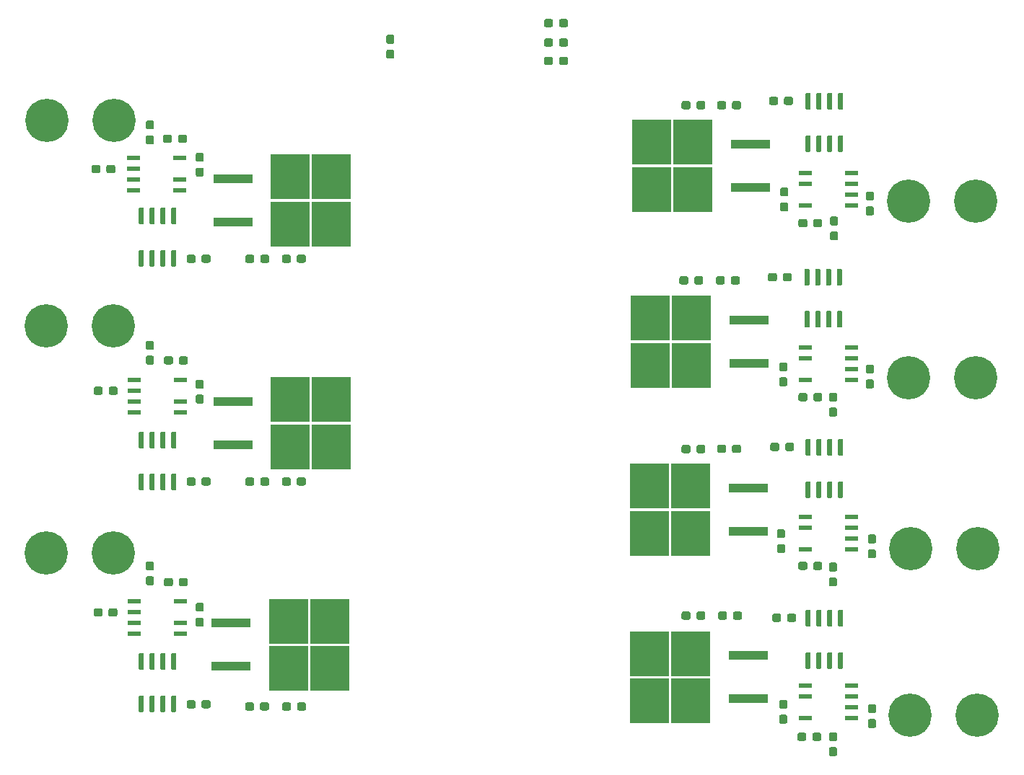
<source format=gbr>
G04 #@! TF.GenerationSoftware,KiCad,Pcbnew,(5.1.4)-1*
G04 #@! TF.CreationDate,2019-11-22T18:45:42-06:00*
G04 #@! TF.ProjectId,PowerBoard_Hardware,506f7765-7242-46f6-9172-645f48617264,rev?*
G04 #@! TF.SameCoordinates,Original*
G04 #@! TF.FileFunction,Paste,Top*
G04 #@! TF.FilePolarity,Positive*
%FSLAX46Y46*%
G04 Gerber Fmt 4.6, Leading zero omitted, Abs format (unit mm)*
G04 Created by KiCad (PCBNEW (5.1.4)-1) date 2019-11-22 18:45:42*
%MOMM*%
%LPD*%
G04 APERTURE LIST*
%ADD10R,1.550000X0.600000*%
%ADD11C,0.100000*%
%ADD12C,0.950000*%
%ADD13R,4.600000X1.100000*%
%ADD14R,4.550000X5.250000*%
%ADD15C,0.600000*%
%ADD16C,5.080000*%
G04 APERTURE END LIST*
D10*
X206535000Y-74930000D03*
X206535000Y-73660000D03*
X206535000Y-72390000D03*
X206535000Y-71120000D03*
X201135000Y-71120000D03*
X201135000Y-72390000D03*
X201135000Y-74930000D03*
D11*
G36*
X187155779Y-62772144D02*
G01*
X187178834Y-62775563D01*
X187201443Y-62781227D01*
X187223387Y-62789079D01*
X187244457Y-62799044D01*
X187264448Y-62811026D01*
X187283168Y-62824910D01*
X187300438Y-62840562D01*
X187316090Y-62857832D01*
X187329974Y-62876552D01*
X187341956Y-62896543D01*
X187351921Y-62917613D01*
X187359773Y-62939557D01*
X187365437Y-62962166D01*
X187368856Y-62985221D01*
X187370000Y-63008500D01*
X187370000Y-63483500D01*
X187368856Y-63506779D01*
X187365437Y-63529834D01*
X187359773Y-63552443D01*
X187351921Y-63574387D01*
X187341956Y-63595457D01*
X187329974Y-63615448D01*
X187316090Y-63634168D01*
X187300438Y-63651438D01*
X187283168Y-63667090D01*
X187264448Y-63680974D01*
X187244457Y-63692956D01*
X187223387Y-63702921D01*
X187201443Y-63710773D01*
X187178834Y-63716437D01*
X187155779Y-63719856D01*
X187132500Y-63721000D01*
X186557500Y-63721000D01*
X186534221Y-63719856D01*
X186511166Y-63716437D01*
X186488557Y-63710773D01*
X186466613Y-63702921D01*
X186445543Y-63692956D01*
X186425552Y-63680974D01*
X186406832Y-63667090D01*
X186389562Y-63651438D01*
X186373910Y-63634168D01*
X186360026Y-63615448D01*
X186348044Y-63595457D01*
X186338079Y-63574387D01*
X186330227Y-63552443D01*
X186324563Y-63529834D01*
X186321144Y-63506779D01*
X186320000Y-63483500D01*
X186320000Y-63008500D01*
X186321144Y-62985221D01*
X186324563Y-62962166D01*
X186330227Y-62939557D01*
X186338079Y-62917613D01*
X186348044Y-62896543D01*
X186360026Y-62876552D01*
X186373910Y-62857832D01*
X186389562Y-62840562D01*
X186406832Y-62824910D01*
X186425552Y-62811026D01*
X186445543Y-62799044D01*
X186466613Y-62789079D01*
X186488557Y-62781227D01*
X186511166Y-62775563D01*
X186534221Y-62772144D01*
X186557500Y-62771000D01*
X187132500Y-62771000D01*
X187155779Y-62772144D01*
X187155779Y-62772144D01*
G37*
D12*
X186845000Y-63246000D03*
D11*
G36*
X188905779Y-62772144D02*
G01*
X188928834Y-62775563D01*
X188951443Y-62781227D01*
X188973387Y-62789079D01*
X188994457Y-62799044D01*
X189014448Y-62811026D01*
X189033168Y-62824910D01*
X189050438Y-62840562D01*
X189066090Y-62857832D01*
X189079974Y-62876552D01*
X189091956Y-62896543D01*
X189101921Y-62917613D01*
X189109773Y-62939557D01*
X189115437Y-62962166D01*
X189118856Y-62985221D01*
X189120000Y-63008500D01*
X189120000Y-63483500D01*
X189118856Y-63506779D01*
X189115437Y-63529834D01*
X189109773Y-63552443D01*
X189101921Y-63574387D01*
X189091956Y-63595457D01*
X189079974Y-63615448D01*
X189066090Y-63634168D01*
X189050438Y-63651438D01*
X189033168Y-63667090D01*
X189014448Y-63680974D01*
X188994457Y-63692956D01*
X188973387Y-63702921D01*
X188951443Y-63710773D01*
X188928834Y-63716437D01*
X188905779Y-63719856D01*
X188882500Y-63721000D01*
X188307500Y-63721000D01*
X188284221Y-63719856D01*
X188261166Y-63716437D01*
X188238557Y-63710773D01*
X188216613Y-63702921D01*
X188195543Y-63692956D01*
X188175552Y-63680974D01*
X188156832Y-63667090D01*
X188139562Y-63651438D01*
X188123910Y-63634168D01*
X188110026Y-63615448D01*
X188098044Y-63595457D01*
X188088079Y-63574387D01*
X188080227Y-63552443D01*
X188074563Y-63529834D01*
X188071144Y-63506779D01*
X188070000Y-63483500D01*
X188070000Y-63008500D01*
X188071144Y-62985221D01*
X188074563Y-62962166D01*
X188080227Y-62939557D01*
X188088079Y-62917613D01*
X188098044Y-62896543D01*
X188110026Y-62876552D01*
X188123910Y-62857832D01*
X188139562Y-62840562D01*
X188156832Y-62824910D01*
X188175552Y-62811026D01*
X188195543Y-62799044D01*
X188216613Y-62789079D01*
X188238557Y-62781227D01*
X188261166Y-62775563D01*
X188284221Y-62772144D01*
X188307500Y-62771000D01*
X188882500Y-62771000D01*
X188905779Y-62772144D01*
X188905779Y-62772144D01*
G37*
D12*
X188595000Y-63246000D03*
D11*
G36*
X204603779Y-78188144D02*
G01*
X204626834Y-78191563D01*
X204649443Y-78197227D01*
X204671387Y-78205079D01*
X204692457Y-78215044D01*
X204712448Y-78227026D01*
X204731168Y-78240910D01*
X204748438Y-78256562D01*
X204764090Y-78273832D01*
X204777974Y-78292552D01*
X204789956Y-78312543D01*
X204799921Y-78333613D01*
X204807773Y-78355557D01*
X204813437Y-78378166D01*
X204816856Y-78401221D01*
X204818000Y-78424500D01*
X204818000Y-78999500D01*
X204816856Y-79022779D01*
X204813437Y-79045834D01*
X204807773Y-79068443D01*
X204799921Y-79090387D01*
X204789956Y-79111457D01*
X204777974Y-79131448D01*
X204764090Y-79150168D01*
X204748438Y-79167438D01*
X204731168Y-79183090D01*
X204712448Y-79196974D01*
X204692457Y-79208956D01*
X204671387Y-79218921D01*
X204649443Y-79226773D01*
X204626834Y-79232437D01*
X204603779Y-79235856D01*
X204580500Y-79237000D01*
X204105500Y-79237000D01*
X204082221Y-79235856D01*
X204059166Y-79232437D01*
X204036557Y-79226773D01*
X204014613Y-79218921D01*
X203993543Y-79208956D01*
X203973552Y-79196974D01*
X203954832Y-79183090D01*
X203937562Y-79167438D01*
X203921910Y-79150168D01*
X203908026Y-79131448D01*
X203896044Y-79111457D01*
X203886079Y-79090387D01*
X203878227Y-79068443D01*
X203872563Y-79045834D01*
X203869144Y-79022779D01*
X203868000Y-78999500D01*
X203868000Y-78424500D01*
X203869144Y-78401221D01*
X203872563Y-78378166D01*
X203878227Y-78355557D01*
X203886079Y-78333613D01*
X203896044Y-78312543D01*
X203908026Y-78292552D01*
X203921910Y-78273832D01*
X203937562Y-78256562D01*
X203954832Y-78240910D01*
X203973552Y-78227026D01*
X203993543Y-78215044D01*
X204014613Y-78205079D01*
X204036557Y-78197227D01*
X204059166Y-78191563D01*
X204082221Y-78188144D01*
X204105500Y-78187000D01*
X204580500Y-78187000D01*
X204603779Y-78188144D01*
X204603779Y-78188144D01*
G37*
D12*
X204343000Y-78712000D03*
D11*
G36*
X204603779Y-76438144D02*
G01*
X204626834Y-76441563D01*
X204649443Y-76447227D01*
X204671387Y-76455079D01*
X204692457Y-76465044D01*
X204712448Y-76477026D01*
X204731168Y-76490910D01*
X204748438Y-76506562D01*
X204764090Y-76523832D01*
X204777974Y-76542552D01*
X204789956Y-76562543D01*
X204799921Y-76583613D01*
X204807773Y-76605557D01*
X204813437Y-76628166D01*
X204816856Y-76651221D01*
X204818000Y-76674500D01*
X204818000Y-77249500D01*
X204816856Y-77272779D01*
X204813437Y-77295834D01*
X204807773Y-77318443D01*
X204799921Y-77340387D01*
X204789956Y-77361457D01*
X204777974Y-77381448D01*
X204764090Y-77400168D01*
X204748438Y-77417438D01*
X204731168Y-77433090D01*
X204712448Y-77446974D01*
X204692457Y-77458956D01*
X204671387Y-77468921D01*
X204649443Y-77476773D01*
X204626834Y-77482437D01*
X204603779Y-77485856D01*
X204580500Y-77487000D01*
X204105500Y-77487000D01*
X204082221Y-77485856D01*
X204059166Y-77482437D01*
X204036557Y-77476773D01*
X204014613Y-77468921D01*
X203993543Y-77458956D01*
X203973552Y-77446974D01*
X203954832Y-77433090D01*
X203937562Y-77417438D01*
X203921910Y-77400168D01*
X203908026Y-77381448D01*
X203896044Y-77361457D01*
X203886079Y-77340387D01*
X203878227Y-77318443D01*
X203872563Y-77295834D01*
X203869144Y-77272779D01*
X203868000Y-77249500D01*
X203868000Y-76674500D01*
X203869144Y-76651221D01*
X203872563Y-76628166D01*
X203878227Y-76605557D01*
X203886079Y-76583613D01*
X203896044Y-76562543D01*
X203908026Y-76542552D01*
X203921910Y-76523832D01*
X203937562Y-76506562D01*
X203954832Y-76490910D01*
X203973552Y-76477026D01*
X203993543Y-76465044D01*
X204014613Y-76455079D01*
X204036557Y-76447227D01*
X204059166Y-76441563D01*
X204082221Y-76438144D01*
X204105500Y-76437000D01*
X204580500Y-76437000D01*
X204603779Y-76438144D01*
X204603779Y-76438144D01*
G37*
D12*
X204343000Y-76962000D03*
D11*
G36*
X199305779Y-62391144D02*
G01*
X199328834Y-62394563D01*
X199351443Y-62400227D01*
X199373387Y-62408079D01*
X199394457Y-62418044D01*
X199414448Y-62430026D01*
X199433168Y-62443910D01*
X199450438Y-62459562D01*
X199466090Y-62476832D01*
X199479974Y-62495552D01*
X199491956Y-62515543D01*
X199501921Y-62536613D01*
X199509773Y-62558557D01*
X199515437Y-62581166D01*
X199518856Y-62604221D01*
X199520000Y-62627500D01*
X199520000Y-63102500D01*
X199518856Y-63125779D01*
X199515437Y-63148834D01*
X199509773Y-63171443D01*
X199501921Y-63193387D01*
X199491956Y-63214457D01*
X199479974Y-63234448D01*
X199466090Y-63253168D01*
X199450438Y-63270438D01*
X199433168Y-63286090D01*
X199414448Y-63299974D01*
X199394457Y-63311956D01*
X199373387Y-63321921D01*
X199351443Y-63329773D01*
X199328834Y-63335437D01*
X199305779Y-63338856D01*
X199282500Y-63340000D01*
X198707500Y-63340000D01*
X198684221Y-63338856D01*
X198661166Y-63335437D01*
X198638557Y-63329773D01*
X198616613Y-63321921D01*
X198595543Y-63311956D01*
X198575552Y-63299974D01*
X198556832Y-63286090D01*
X198539562Y-63270438D01*
X198523910Y-63253168D01*
X198510026Y-63234448D01*
X198498044Y-63214457D01*
X198488079Y-63193387D01*
X198480227Y-63171443D01*
X198474563Y-63148834D01*
X198471144Y-63125779D01*
X198470000Y-63102500D01*
X198470000Y-62627500D01*
X198471144Y-62604221D01*
X198474563Y-62581166D01*
X198480227Y-62558557D01*
X198488079Y-62536613D01*
X198498044Y-62515543D01*
X198510026Y-62495552D01*
X198523910Y-62476832D01*
X198539562Y-62459562D01*
X198556832Y-62443910D01*
X198575552Y-62430026D01*
X198595543Y-62418044D01*
X198616613Y-62408079D01*
X198638557Y-62400227D01*
X198661166Y-62394563D01*
X198684221Y-62391144D01*
X198707500Y-62390000D01*
X199282500Y-62390000D01*
X199305779Y-62391144D01*
X199305779Y-62391144D01*
G37*
D12*
X198995000Y-62865000D03*
D11*
G36*
X197555779Y-62391144D02*
G01*
X197578834Y-62394563D01*
X197601443Y-62400227D01*
X197623387Y-62408079D01*
X197644457Y-62418044D01*
X197664448Y-62430026D01*
X197683168Y-62443910D01*
X197700438Y-62459562D01*
X197716090Y-62476832D01*
X197729974Y-62495552D01*
X197741956Y-62515543D01*
X197751921Y-62536613D01*
X197759773Y-62558557D01*
X197765437Y-62581166D01*
X197768856Y-62604221D01*
X197770000Y-62627500D01*
X197770000Y-63102500D01*
X197768856Y-63125779D01*
X197765437Y-63148834D01*
X197759773Y-63171443D01*
X197751921Y-63193387D01*
X197741956Y-63214457D01*
X197729974Y-63234448D01*
X197716090Y-63253168D01*
X197700438Y-63270438D01*
X197683168Y-63286090D01*
X197664448Y-63299974D01*
X197644457Y-63311956D01*
X197623387Y-63321921D01*
X197601443Y-63329773D01*
X197578834Y-63335437D01*
X197555779Y-63338856D01*
X197532500Y-63340000D01*
X196957500Y-63340000D01*
X196934221Y-63338856D01*
X196911166Y-63335437D01*
X196888557Y-63329773D01*
X196866613Y-63321921D01*
X196845543Y-63311956D01*
X196825552Y-63299974D01*
X196806832Y-63286090D01*
X196789562Y-63270438D01*
X196773910Y-63253168D01*
X196760026Y-63234448D01*
X196748044Y-63214457D01*
X196738079Y-63193387D01*
X196730227Y-63171443D01*
X196724563Y-63148834D01*
X196721144Y-63125779D01*
X196720000Y-63102500D01*
X196720000Y-62627500D01*
X196721144Y-62604221D01*
X196724563Y-62581166D01*
X196730227Y-62558557D01*
X196738079Y-62536613D01*
X196748044Y-62515543D01*
X196760026Y-62495552D01*
X196773910Y-62476832D01*
X196789562Y-62459562D01*
X196806832Y-62443910D01*
X196825552Y-62430026D01*
X196845543Y-62418044D01*
X196866613Y-62408079D01*
X196888557Y-62400227D01*
X196911166Y-62394563D01*
X196934221Y-62391144D01*
X196957500Y-62390000D01*
X197532500Y-62390000D01*
X197555779Y-62391144D01*
X197555779Y-62391144D01*
G37*
D12*
X197245000Y-62865000D03*
D11*
G36*
X118180779Y-49691144D02*
G01*
X118203834Y-49694563D01*
X118226443Y-49700227D01*
X118248387Y-49708079D01*
X118269457Y-49718044D01*
X118289448Y-49730026D01*
X118308168Y-49743910D01*
X118325438Y-49759562D01*
X118341090Y-49776832D01*
X118354974Y-49795552D01*
X118366956Y-49815543D01*
X118376921Y-49836613D01*
X118384773Y-49858557D01*
X118390437Y-49881166D01*
X118393856Y-49904221D01*
X118395000Y-49927500D01*
X118395000Y-50402500D01*
X118393856Y-50425779D01*
X118390437Y-50448834D01*
X118384773Y-50471443D01*
X118376921Y-50493387D01*
X118366956Y-50514457D01*
X118354974Y-50534448D01*
X118341090Y-50553168D01*
X118325438Y-50570438D01*
X118308168Y-50586090D01*
X118289448Y-50599974D01*
X118269457Y-50611956D01*
X118248387Y-50621921D01*
X118226443Y-50629773D01*
X118203834Y-50635437D01*
X118180779Y-50638856D01*
X118157500Y-50640000D01*
X117582500Y-50640000D01*
X117559221Y-50638856D01*
X117536166Y-50635437D01*
X117513557Y-50629773D01*
X117491613Y-50621921D01*
X117470543Y-50611956D01*
X117450552Y-50599974D01*
X117431832Y-50586090D01*
X117414562Y-50570438D01*
X117398910Y-50553168D01*
X117385026Y-50534448D01*
X117373044Y-50514457D01*
X117363079Y-50493387D01*
X117355227Y-50471443D01*
X117349563Y-50448834D01*
X117346144Y-50425779D01*
X117345000Y-50402500D01*
X117345000Y-49927500D01*
X117346144Y-49904221D01*
X117349563Y-49881166D01*
X117355227Y-49858557D01*
X117363079Y-49836613D01*
X117373044Y-49815543D01*
X117385026Y-49795552D01*
X117398910Y-49776832D01*
X117414562Y-49759562D01*
X117431832Y-49743910D01*
X117450552Y-49730026D01*
X117470543Y-49718044D01*
X117491613Y-49708079D01*
X117513557Y-49700227D01*
X117536166Y-49694563D01*
X117559221Y-49691144D01*
X117582500Y-49690000D01*
X118157500Y-49690000D01*
X118180779Y-49691144D01*
X118180779Y-49691144D01*
G37*
D12*
X117870000Y-50165000D03*
D11*
G36*
X119930779Y-49691144D02*
G01*
X119953834Y-49694563D01*
X119976443Y-49700227D01*
X119998387Y-49708079D01*
X120019457Y-49718044D01*
X120039448Y-49730026D01*
X120058168Y-49743910D01*
X120075438Y-49759562D01*
X120091090Y-49776832D01*
X120104974Y-49795552D01*
X120116956Y-49815543D01*
X120126921Y-49836613D01*
X120134773Y-49858557D01*
X120140437Y-49881166D01*
X120143856Y-49904221D01*
X120145000Y-49927500D01*
X120145000Y-50402500D01*
X120143856Y-50425779D01*
X120140437Y-50448834D01*
X120134773Y-50471443D01*
X120126921Y-50493387D01*
X120116956Y-50514457D01*
X120104974Y-50534448D01*
X120091090Y-50553168D01*
X120075438Y-50570438D01*
X120058168Y-50586090D01*
X120039448Y-50599974D01*
X120019457Y-50611956D01*
X119998387Y-50621921D01*
X119976443Y-50629773D01*
X119953834Y-50635437D01*
X119930779Y-50638856D01*
X119907500Y-50640000D01*
X119332500Y-50640000D01*
X119309221Y-50638856D01*
X119286166Y-50635437D01*
X119263557Y-50629773D01*
X119241613Y-50621921D01*
X119220543Y-50611956D01*
X119200552Y-50599974D01*
X119181832Y-50586090D01*
X119164562Y-50570438D01*
X119148910Y-50553168D01*
X119135026Y-50534448D01*
X119123044Y-50514457D01*
X119113079Y-50493387D01*
X119105227Y-50471443D01*
X119099563Y-50448834D01*
X119096144Y-50425779D01*
X119095000Y-50402500D01*
X119095000Y-49927500D01*
X119096144Y-49904221D01*
X119099563Y-49881166D01*
X119105227Y-49858557D01*
X119113079Y-49836613D01*
X119123044Y-49815543D01*
X119135026Y-49795552D01*
X119148910Y-49776832D01*
X119164562Y-49759562D01*
X119181832Y-49743910D01*
X119200552Y-49730026D01*
X119220543Y-49718044D01*
X119241613Y-49708079D01*
X119263557Y-49700227D01*
X119286166Y-49694563D01*
X119309221Y-49691144D01*
X119332500Y-49690000D01*
X119907500Y-49690000D01*
X119930779Y-49691144D01*
X119930779Y-49691144D01*
G37*
D12*
X119620000Y-50165000D03*
D11*
G36*
X120198779Y-75726144D02*
G01*
X120221834Y-75729563D01*
X120244443Y-75735227D01*
X120266387Y-75743079D01*
X120287457Y-75753044D01*
X120307448Y-75765026D01*
X120326168Y-75778910D01*
X120343438Y-75794562D01*
X120359090Y-75811832D01*
X120372974Y-75830552D01*
X120384956Y-75850543D01*
X120394921Y-75871613D01*
X120402773Y-75893557D01*
X120408437Y-75916166D01*
X120411856Y-75939221D01*
X120413000Y-75962500D01*
X120413000Y-76437500D01*
X120411856Y-76460779D01*
X120408437Y-76483834D01*
X120402773Y-76506443D01*
X120394921Y-76528387D01*
X120384956Y-76549457D01*
X120372974Y-76569448D01*
X120359090Y-76588168D01*
X120343438Y-76605438D01*
X120326168Y-76621090D01*
X120307448Y-76634974D01*
X120287457Y-76646956D01*
X120266387Y-76656921D01*
X120244443Y-76664773D01*
X120221834Y-76670437D01*
X120198779Y-76673856D01*
X120175500Y-76675000D01*
X119600500Y-76675000D01*
X119577221Y-76673856D01*
X119554166Y-76670437D01*
X119531557Y-76664773D01*
X119509613Y-76656921D01*
X119488543Y-76646956D01*
X119468552Y-76634974D01*
X119449832Y-76621090D01*
X119432562Y-76605438D01*
X119416910Y-76588168D01*
X119403026Y-76569448D01*
X119391044Y-76549457D01*
X119381079Y-76528387D01*
X119373227Y-76506443D01*
X119367563Y-76483834D01*
X119364144Y-76460779D01*
X119363000Y-76437500D01*
X119363000Y-75962500D01*
X119364144Y-75939221D01*
X119367563Y-75916166D01*
X119373227Y-75893557D01*
X119381079Y-75871613D01*
X119391044Y-75850543D01*
X119403026Y-75830552D01*
X119416910Y-75811832D01*
X119432562Y-75794562D01*
X119449832Y-75778910D01*
X119468552Y-75765026D01*
X119488543Y-75753044D01*
X119509613Y-75743079D01*
X119531557Y-75735227D01*
X119554166Y-75729563D01*
X119577221Y-75726144D01*
X119600500Y-75725000D01*
X120175500Y-75725000D01*
X120198779Y-75726144D01*
X120198779Y-75726144D01*
G37*
D12*
X119888000Y-76200000D03*
D11*
G36*
X118448779Y-75726144D02*
G01*
X118471834Y-75729563D01*
X118494443Y-75735227D01*
X118516387Y-75743079D01*
X118537457Y-75753044D01*
X118557448Y-75765026D01*
X118576168Y-75778910D01*
X118593438Y-75794562D01*
X118609090Y-75811832D01*
X118622974Y-75830552D01*
X118634956Y-75850543D01*
X118644921Y-75871613D01*
X118652773Y-75893557D01*
X118658437Y-75916166D01*
X118661856Y-75939221D01*
X118663000Y-75962500D01*
X118663000Y-76437500D01*
X118661856Y-76460779D01*
X118658437Y-76483834D01*
X118652773Y-76506443D01*
X118644921Y-76528387D01*
X118634956Y-76549457D01*
X118622974Y-76569448D01*
X118609090Y-76588168D01*
X118593438Y-76605438D01*
X118576168Y-76621090D01*
X118557448Y-76634974D01*
X118537457Y-76646956D01*
X118516387Y-76656921D01*
X118494443Y-76664773D01*
X118471834Y-76670437D01*
X118448779Y-76673856D01*
X118425500Y-76675000D01*
X117850500Y-76675000D01*
X117827221Y-76673856D01*
X117804166Y-76670437D01*
X117781557Y-76664773D01*
X117759613Y-76656921D01*
X117738543Y-76646956D01*
X117718552Y-76634974D01*
X117699832Y-76621090D01*
X117682562Y-76605438D01*
X117666910Y-76588168D01*
X117653026Y-76569448D01*
X117641044Y-76549457D01*
X117631079Y-76528387D01*
X117623227Y-76506443D01*
X117617563Y-76483834D01*
X117614144Y-76460779D01*
X117613000Y-76437500D01*
X117613000Y-75962500D01*
X117614144Y-75939221D01*
X117617563Y-75916166D01*
X117623227Y-75893557D01*
X117631079Y-75871613D01*
X117641044Y-75850543D01*
X117653026Y-75830552D01*
X117666910Y-75811832D01*
X117682562Y-75794562D01*
X117699832Y-75778910D01*
X117718552Y-75765026D01*
X117738543Y-75753044D01*
X117759613Y-75743079D01*
X117781557Y-75735227D01*
X117804166Y-75729563D01*
X117827221Y-75726144D01*
X117850500Y-75725000D01*
X118425500Y-75725000D01*
X118448779Y-75726144D01*
X118448779Y-75726144D01*
G37*
D12*
X118138000Y-76200000D03*
D11*
G36*
X120170779Y-101761144D02*
G01*
X120193834Y-101764563D01*
X120216443Y-101770227D01*
X120238387Y-101778079D01*
X120259457Y-101788044D01*
X120279448Y-101800026D01*
X120298168Y-101813910D01*
X120315438Y-101829562D01*
X120331090Y-101846832D01*
X120344974Y-101865552D01*
X120356956Y-101885543D01*
X120366921Y-101906613D01*
X120374773Y-101928557D01*
X120380437Y-101951166D01*
X120383856Y-101974221D01*
X120385000Y-101997500D01*
X120385000Y-102472500D01*
X120383856Y-102495779D01*
X120380437Y-102518834D01*
X120374773Y-102541443D01*
X120366921Y-102563387D01*
X120356956Y-102584457D01*
X120344974Y-102604448D01*
X120331090Y-102623168D01*
X120315438Y-102640438D01*
X120298168Y-102656090D01*
X120279448Y-102669974D01*
X120259457Y-102681956D01*
X120238387Y-102691921D01*
X120216443Y-102699773D01*
X120193834Y-102705437D01*
X120170779Y-102708856D01*
X120147500Y-102710000D01*
X119572500Y-102710000D01*
X119549221Y-102708856D01*
X119526166Y-102705437D01*
X119503557Y-102699773D01*
X119481613Y-102691921D01*
X119460543Y-102681956D01*
X119440552Y-102669974D01*
X119421832Y-102656090D01*
X119404562Y-102640438D01*
X119388910Y-102623168D01*
X119375026Y-102604448D01*
X119363044Y-102584457D01*
X119353079Y-102563387D01*
X119345227Y-102541443D01*
X119339563Y-102518834D01*
X119336144Y-102495779D01*
X119335000Y-102472500D01*
X119335000Y-101997500D01*
X119336144Y-101974221D01*
X119339563Y-101951166D01*
X119345227Y-101928557D01*
X119353079Y-101906613D01*
X119363044Y-101885543D01*
X119375026Y-101865552D01*
X119388910Y-101846832D01*
X119404562Y-101829562D01*
X119421832Y-101813910D01*
X119440552Y-101800026D01*
X119460543Y-101788044D01*
X119481613Y-101778079D01*
X119503557Y-101770227D01*
X119526166Y-101764563D01*
X119549221Y-101761144D01*
X119572500Y-101760000D01*
X120147500Y-101760000D01*
X120170779Y-101761144D01*
X120170779Y-101761144D01*
G37*
D12*
X119860000Y-102235000D03*
D11*
G36*
X118420779Y-101761144D02*
G01*
X118443834Y-101764563D01*
X118466443Y-101770227D01*
X118488387Y-101778079D01*
X118509457Y-101788044D01*
X118529448Y-101800026D01*
X118548168Y-101813910D01*
X118565438Y-101829562D01*
X118581090Y-101846832D01*
X118594974Y-101865552D01*
X118606956Y-101885543D01*
X118616921Y-101906613D01*
X118624773Y-101928557D01*
X118630437Y-101951166D01*
X118633856Y-101974221D01*
X118635000Y-101997500D01*
X118635000Y-102472500D01*
X118633856Y-102495779D01*
X118630437Y-102518834D01*
X118624773Y-102541443D01*
X118616921Y-102563387D01*
X118606956Y-102584457D01*
X118594974Y-102604448D01*
X118581090Y-102623168D01*
X118565438Y-102640438D01*
X118548168Y-102656090D01*
X118529448Y-102669974D01*
X118509457Y-102681956D01*
X118488387Y-102691921D01*
X118466443Y-102699773D01*
X118443834Y-102705437D01*
X118420779Y-102708856D01*
X118397500Y-102710000D01*
X117822500Y-102710000D01*
X117799221Y-102708856D01*
X117776166Y-102705437D01*
X117753557Y-102699773D01*
X117731613Y-102691921D01*
X117710543Y-102681956D01*
X117690552Y-102669974D01*
X117671832Y-102656090D01*
X117654562Y-102640438D01*
X117638910Y-102623168D01*
X117625026Y-102604448D01*
X117613044Y-102584457D01*
X117603079Y-102563387D01*
X117595227Y-102541443D01*
X117589563Y-102518834D01*
X117586144Y-102495779D01*
X117585000Y-102472500D01*
X117585000Y-101997500D01*
X117586144Y-101974221D01*
X117589563Y-101951166D01*
X117595227Y-101928557D01*
X117603079Y-101906613D01*
X117613044Y-101885543D01*
X117625026Y-101865552D01*
X117638910Y-101846832D01*
X117654562Y-101829562D01*
X117671832Y-101813910D01*
X117690552Y-101800026D01*
X117710543Y-101788044D01*
X117731613Y-101778079D01*
X117753557Y-101770227D01*
X117776166Y-101764563D01*
X117799221Y-101761144D01*
X117822500Y-101760000D01*
X118397500Y-101760000D01*
X118420779Y-101761144D01*
X118420779Y-101761144D01*
G37*
D12*
X118110000Y-102235000D03*
D11*
G36*
X208921779Y-52816144D02*
G01*
X208944834Y-52819563D01*
X208967443Y-52825227D01*
X208989387Y-52833079D01*
X209010457Y-52843044D01*
X209030448Y-52855026D01*
X209049168Y-52868910D01*
X209066438Y-52884562D01*
X209082090Y-52901832D01*
X209095974Y-52920552D01*
X209107956Y-52940543D01*
X209117921Y-52961613D01*
X209125773Y-52983557D01*
X209131437Y-53006166D01*
X209134856Y-53029221D01*
X209136000Y-53052500D01*
X209136000Y-53627500D01*
X209134856Y-53650779D01*
X209131437Y-53673834D01*
X209125773Y-53696443D01*
X209117921Y-53718387D01*
X209107956Y-53739457D01*
X209095974Y-53759448D01*
X209082090Y-53778168D01*
X209066438Y-53795438D01*
X209049168Y-53811090D01*
X209030448Y-53824974D01*
X209010457Y-53836956D01*
X208989387Y-53846921D01*
X208967443Y-53854773D01*
X208944834Y-53860437D01*
X208921779Y-53863856D01*
X208898500Y-53865000D01*
X208423500Y-53865000D01*
X208400221Y-53863856D01*
X208377166Y-53860437D01*
X208354557Y-53854773D01*
X208332613Y-53846921D01*
X208311543Y-53836956D01*
X208291552Y-53824974D01*
X208272832Y-53811090D01*
X208255562Y-53795438D01*
X208239910Y-53778168D01*
X208226026Y-53759448D01*
X208214044Y-53739457D01*
X208204079Y-53718387D01*
X208196227Y-53696443D01*
X208190563Y-53673834D01*
X208187144Y-53650779D01*
X208186000Y-53627500D01*
X208186000Y-53052500D01*
X208187144Y-53029221D01*
X208190563Y-53006166D01*
X208196227Y-52983557D01*
X208204079Y-52961613D01*
X208214044Y-52940543D01*
X208226026Y-52920552D01*
X208239910Y-52901832D01*
X208255562Y-52884562D01*
X208272832Y-52868910D01*
X208291552Y-52855026D01*
X208311543Y-52843044D01*
X208332613Y-52833079D01*
X208354557Y-52825227D01*
X208377166Y-52819563D01*
X208400221Y-52816144D01*
X208423500Y-52815000D01*
X208898500Y-52815000D01*
X208921779Y-52816144D01*
X208921779Y-52816144D01*
G37*
D12*
X208661000Y-53340000D03*
D11*
G36*
X208921779Y-54566144D02*
G01*
X208944834Y-54569563D01*
X208967443Y-54575227D01*
X208989387Y-54583079D01*
X209010457Y-54593044D01*
X209030448Y-54605026D01*
X209049168Y-54618910D01*
X209066438Y-54634562D01*
X209082090Y-54651832D01*
X209095974Y-54670552D01*
X209107956Y-54690543D01*
X209117921Y-54711613D01*
X209125773Y-54733557D01*
X209131437Y-54756166D01*
X209134856Y-54779221D01*
X209136000Y-54802500D01*
X209136000Y-55377500D01*
X209134856Y-55400779D01*
X209131437Y-55423834D01*
X209125773Y-55446443D01*
X209117921Y-55468387D01*
X209107956Y-55489457D01*
X209095974Y-55509448D01*
X209082090Y-55528168D01*
X209066438Y-55545438D01*
X209049168Y-55561090D01*
X209030448Y-55574974D01*
X209010457Y-55586956D01*
X208989387Y-55596921D01*
X208967443Y-55604773D01*
X208944834Y-55610437D01*
X208921779Y-55613856D01*
X208898500Y-55615000D01*
X208423500Y-55615000D01*
X208400221Y-55613856D01*
X208377166Y-55610437D01*
X208354557Y-55604773D01*
X208332613Y-55596921D01*
X208311543Y-55586956D01*
X208291552Y-55574974D01*
X208272832Y-55561090D01*
X208255562Y-55545438D01*
X208239910Y-55528168D01*
X208226026Y-55509448D01*
X208214044Y-55489457D01*
X208204079Y-55468387D01*
X208196227Y-55446443D01*
X208190563Y-55423834D01*
X208187144Y-55400779D01*
X208186000Y-55377500D01*
X208186000Y-54802500D01*
X208187144Y-54779221D01*
X208190563Y-54756166D01*
X208196227Y-54733557D01*
X208204079Y-54711613D01*
X208214044Y-54690543D01*
X208226026Y-54670552D01*
X208239910Y-54651832D01*
X208255562Y-54634562D01*
X208272832Y-54618910D01*
X208291552Y-54605026D01*
X208311543Y-54593044D01*
X208332613Y-54583079D01*
X208354557Y-54575227D01*
X208377166Y-54569563D01*
X208400221Y-54566144D01*
X208423500Y-54565000D01*
X208898500Y-54565000D01*
X208921779Y-54566144D01*
X208921779Y-54566144D01*
G37*
D12*
X208661000Y-55090000D03*
D11*
G36*
X129342779Y-60232144D02*
G01*
X129365834Y-60235563D01*
X129388443Y-60241227D01*
X129410387Y-60249079D01*
X129431457Y-60259044D01*
X129451448Y-60271026D01*
X129470168Y-60284910D01*
X129487438Y-60300562D01*
X129503090Y-60317832D01*
X129516974Y-60336552D01*
X129528956Y-60356543D01*
X129538921Y-60377613D01*
X129546773Y-60399557D01*
X129552437Y-60422166D01*
X129555856Y-60445221D01*
X129557000Y-60468500D01*
X129557000Y-60943500D01*
X129555856Y-60966779D01*
X129552437Y-60989834D01*
X129546773Y-61012443D01*
X129538921Y-61034387D01*
X129528956Y-61055457D01*
X129516974Y-61075448D01*
X129503090Y-61094168D01*
X129487438Y-61111438D01*
X129470168Y-61127090D01*
X129451448Y-61140974D01*
X129431457Y-61152956D01*
X129410387Y-61162921D01*
X129388443Y-61170773D01*
X129365834Y-61176437D01*
X129342779Y-61179856D01*
X129319500Y-61181000D01*
X128744500Y-61181000D01*
X128721221Y-61179856D01*
X128698166Y-61176437D01*
X128675557Y-61170773D01*
X128653613Y-61162921D01*
X128632543Y-61152956D01*
X128612552Y-61140974D01*
X128593832Y-61127090D01*
X128576562Y-61111438D01*
X128560910Y-61094168D01*
X128547026Y-61075448D01*
X128535044Y-61055457D01*
X128525079Y-61034387D01*
X128517227Y-61012443D01*
X128511563Y-60989834D01*
X128508144Y-60966779D01*
X128507000Y-60943500D01*
X128507000Y-60468500D01*
X128508144Y-60445221D01*
X128511563Y-60422166D01*
X128517227Y-60399557D01*
X128525079Y-60377613D01*
X128535044Y-60356543D01*
X128547026Y-60336552D01*
X128560910Y-60317832D01*
X128576562Y-60300562D01*
X128593832Y-60284910D01*
X128612552Y-60271026D01*
X128632543Y-60259044D01*
X128653613Y-60249079D01*
X128675557Y-60241227D01*
X128698166Y-60235563D01*
X128721221Y-60232144D01*
X128744500Y-60231000D01*
X129319500Y-60231000D01*
X129342779Y-60232144D01*
X129342779Y-60232144D01*
G37*
D12*
X129032000Y-60706000D03*
D11*
G36*
X131092779Y-60232144D02*
G01*
X131115834Y-60235563D01*
X131138443Y-60241227D01*
X131160387Y-60249079D01*
X131181457Y-60259044D01*
X131201448Y-60271026D01*
X131220168Y-60284910D01*
X131237438Y-60300562D01*
X131253090Y-60317832D01*
X131266974Y-60336552D01*
X131278956Y-60356543D01*
X131288921Y-60377613D01*
X131296773Y-60399557D01*
X131302437Y-60422166D01*
X131305856Y-60445221D01*
X131307000Y-60468500D01*
X131307000Y-60943500D01*
X131305856Y-60966779D01*
X131302437Y-60989834D01*
X131296773Y-61012443D01*
X131288921Y-61034387D01*
X131278956Y-61055457D01*
X131266974Y-61075448D01*
X131253090Y-61094168D01*
X131237438Y-61111438D01*
X131220168Y-61127090D01*
X131201448Y-61140974D01*
X131181457Y-61152956D01*
X131160387Y-61162921D01*
X131138443Y-61170773D01*
X131115834Y-61176437D01*
X131092779Y-61179856D01*
X131069500Y-61181000D01*
X130494500Y-61181000D01*
X130471221Y-61179856D01*
X130448166Y-61176437D01*
X130425557Y-61170773D01*
X130403613Y-61162921D01*
X130382543Y-61152956D01*
X130362552Y-61140974D01*
X130343832Y-61127090D01*
X130326562Y-61111438D01*
X130310910Y-61094168D01*
X130297026Y-61075448D01*
X130285044Y-61055457D01*
X130275079Y-61034387D01*
X130267227Y-61012443D01*
X130261563Y-60989834D01*
X130258144Y-60966779D01*
X130257000Y-60943500D01*
X130257000Y-60468500D01*
X130258144Y-60445221D01*
X130261563Y-60422166D01*
X130267227Y-60399557D01*
X130275079Y-60377613D01*
X130285044Y-60356543D01*
X130297026Y-60336552D01*
X130310910Y-60317832D01*
X130326562Y-60300562D01*
X130343832Y-60284910D01*
X130362552Y-60271026D01*
X130382543Y-60259044D01*
X130403613Y-60249079D01*
X130425557Y-60241227D01*
X130448166Y-60235563D01*
X130471221Y-60232144D01*
X130494500Y-60231000D01*
X131069500Y-60231000D01*
X131092779Y-60232144D01*
X131092779Y-60232144D01*
G37*
D12*
X130782000Y-60706000D03*
D11*
G36*
X131092779Y-86394144D02*
G01*
X131115834Y-86397563D01*
X131138443Y-86403227D01*
X131160387Y-86411079D01*
X131181457Y-86421044D01*
X131201448Y-86433026D01*
X131220168Y-86446910D01*
X131237438Y-86462562D01*
X131253090Y-86479832D01*
X131266974Y-86498552D01*
X131278956Y-86518543D01*
X131288921Y-86539613D01*
X131296773Y-86561557D01*
X131302437Y-86584166D01*
X131305856Y-86607221D01*
X131307000Y-86630500D01*
X131307000Y-87105500D01*
X131305856Y-87128779D01*
X131302437Y-87151834D01*
X131296773Y-87174443D01*
X131288921Y-87196387D01*
X131278956Y-87217457D01*
X131266974Y-87237448D01*
X131253090Y-87256168D01*
X131237438Y-87273438D01*
X131220168Y-87289090D01*
X131201448Y-87302974D01*
X131181457Y-87314956D01*
X131160387Y-87324921D01*
X131138443Y-87332773D01*
X131115834Y-87338437D01*
X131092779Y-87341856D01*
X131069500Y-87343000D01*
X130494500Y-87343000D01*
X130471221Y-87341856D01*
X130448166Y-87338437D01*
X130425557Y-87332773D01*
X130403613Y-87324921D01*
X130382543Y-87314956D01*
X130362552Y-87302974D01*
X130343832Y-87289090D01*
X130326562Y-87273438D01*
X130310910Y-87256168D01*
X130297026Y-87237448D01*
X130285044Y-87217457D01*
X130275079Y-87196387D01*
X130267227Y-87174443D01*
X130261563Y-87151834D01*
X130258144Y-87128779D01*
X130257000Y-87105500D01*
X130257000Y-86630500D01*
X130258144Y-86607221D01*
X130261563Y-86584166D01*
X130267227Y-86561557D01*
X130275079Y-86539613D01*
X130285044Y-86518543D01*
X130297026Y-86498552D01*
X130310910Y-86479832D01*
X130326562Y-86462562D01*
X130343832Y-86446910D01*
X130362552Y-86433026D01*
X130382543Y-86421044D01*
X130403613Y-86411079D01*
X130425557Y-86403227D01*
X130448166Y-86397563D01*
X130471221Y-86394144D01*
X130494500Y-86393000D01*
X131069500Y-86393000D01*
X131092779Y-86394144D01*
X131092779Y-86394144D01*
G37*
D12*
X130782000Y-86868000D03*
D11*
G36*
X129342779Y-86394144D02*
G01*
X129365834Y-86397563D01*
X129388443Y-86403227D01*
X129410387Y-86411079D01*
X129431457Y-86421044D01*
X129451448Y-86433026D01*
X129470168Y-86446910D01*
X129487438Y-86462562D01*
X129503090Y-86479832D01*
X129516974Y-86498552D01*
X129528956Y-86518543D01*
X129538921Y-86539613D01*
X129546773Y-86561557D01*
X129552437Y-86584166D01*
X129555856Y-86607221D01*
X129557000Y-86630500D01*
X129557000Y-87105500D01*
X129555856Y-87128779D01*
X129552437Y-87151834D01*
X129546773Y-87174443D01*
X129538921Y-87196387D01*
X129528956Y-87217457D01*
X129516974Y-87237448D01*
X129503090Y-87256168D01*
X129487438Y-87273438D01*
X129470168Y-87289090D01*
X129451448Y-87302974D01*
X129431457Y-87314956D01*
X129410387Y-87324921D01*
X129388443Y-87332773D01*
X129365834Y-87338437D01*
X129342779Y-87341856D01*
X129319500Y-87343000D01*
X128744500Y-87343000D01*
X128721221Y-87341856D01*
X128698166Y-87338437D01*
X128675557Y-87332773D01*
X128653613Y-87324921D01*
X128632543Y-87314956D01*
X128612552Y-87302974D01*
X128593832Y-87289090D01*
X128576562Y-87273438D01*
X128560910Y-87256168D01*
X128547026Y-87237448D01*
X128535044Y-87217457D01*
X128525079Y-87196387D01*
X128517227Y-87174443D01*
X128511563Y-87151834D01*
X128508144Y-87128779D01*
X128507000Y-87105500D01*
X128507000Y-86630500D01*
X128508144Y-86607221D01*
X128511563Y-86584166D01*
X128517227Y-86561557D01*
X128525079Y-86539613D01*
X128535044Y-86518543D01*
X128547026Y-86498552D01*
X128560910Y-86479832D01*
X128576562Y-86462562D01*
X128593832Y-86446910D01*
X128612552Y-86433026D01*
X128632543Y-86421044D01*
X128653613Y-86411079D01*
X128675557Y-86403227D01*
X128698166Y-86397563D01*
X128721221Y-86394144D01*
X128744500Y-86393000D01*
X129319500Y-86393000D01*
X129342779Y-86394144D01*
X129342779Y-86394144D01*
G37*
D12*
X129032000Y-86868000D03*
D11*
G36*
X131092779Y-112556144D02*
G01*
X131115834Y-112559563D01*
X131138443Y-112565227D01*
X131160387Y-112573079D01*
X131181457Y-112583044D01*
X131201448Y-112595026D01*
X131220168Y-112608910D01*
X131237438Y-112624562D01*
X131253090Y-112641832D01*
X131266974Y-112660552D01*
X131278956Y-112680543D01*
X131288921Y-112701613D01*
X131296773Y-112723557D01*
X131302437Y-112746166D01*
X131305856Y-112769221D01*
X131307000Y-112792500D01*
X131307000Y-113267500D01*
X131305856Y-113290779D01*
X131302437Y-113313834D01*
X131296773Y-113336443D01*
X131288921Y-113358387D01*
X131278956Y-113379457D01*
X131266974Y-113399448D01*
X131253090Y-113418168D01*
X131237438Y-113435438D01*
X131220168Y-113451090D01*
X131201448Y-113464974D01*
X131181457Y-113476956D01*
X131160387Y-113486921D01*
X131138443Y-113494773D01*
X131115834Y-113500437D01*
X131092779Y-113503856D01*
X131069500Y-113505000D01*
X130494500Y-113505000D01*
X130471221Y-113503856D01*
X130448166Y-113500437D01*
X130425557Y-113494773D01*
X130403613Y-113486921D01*
X130382543Y-113476956D01*
X130362552Y-113464974D01*
X130343832Y-113451090D01*
X130326562Y-113435438D01*
X130310910Y-113418168D01*
X130297026Y-113399448D01*
X130285044Y-113379457D01*
X130275079Y-113358387D01*
X130267227Y-113336443D01*
X130261563Y-113313834D01*
X130258144Y-113290779D01*
X130257000Y-113267500D01*
X130257000Y-112792500D01*
X130258144Y-112769221D01*
X130261563Y-112746166D01*
X130267227Y-112723557D01*
X130275079Y-112701613D01*
X130285044Y-112680543D01*
X130297026Y-112660552D01*
X130310910Y-112641832D01*
X130326562Y-112624562D01*
X130343832Y-112608910D01*
X130362552Y-112595026D01*
X130382543Y-112583044D01*
X130403613Y-112573079D01*
X130425557Y-112565227D01*
X130448166Y-112559563D01*
X130471221Y-112556144D01*
X130494500Y-112555000D01*
X131069500Y-112555000D01*
X131092779Y-112556144D01*
X131092779Y-112556144D01*
G37*
D12*
X130782000Y-113030000D03*
D11*
G36*
X129342779Y-112556144D02*
G01*
X129365834Y-112559563D01*
X129388443Y-112565227D01*
X129410387Y-112573079D01*
X129431457Y-112583044D01*
X129451448Y-112595026D01*
X129470168Y-112608910D01*
X129487438Y-112624562D01*
X129503090Y-112641832D01*
X129516974Y-112660552D01*
X129528956Y-112680543D01*
X129538921Y-112701613D01*
X129546773Y-112723557D01*
X129552437Y-112746166D01*
X129555856Y-112769221D01*
X129557000Y-112792500D01*
X129557000Y-113267500D01*
X129555856Y-113290779D01*
X129552437Y-113313834D01*
X129546773Y-113336443D01*
X129538921Y-113358387D01*
X129528956Y-113379457D01*
X129516974Y-113399448D01*
X129503090Y-113418168D01*
X129487438Y-113435438D01*
X129470168Y-113451090D01*
X129451448Y-113464974D01*
X129431457Y-113476956D01*
X129410387Y-113486921D01*
X129388443Y-113494773D01*
X129365834Y-113500437D01*
X129342779Y-113503856D01*
X129319500Y-113505000D01*
X128744500Y-113505000D01*
X128721221Y-113503856D01*
X128698166Y-113500437D01*
X128675557Y-113494773D01*
X128653613Y-113486921D01*
X128632543Y-113476956D01*
X128612552Y-113464974D01*
X128593832Y-113451090D01*
X128576562Y-113435438D01*
X128560910Y-113418168D01*
X128547026Y-113399448D01*
X128535044Y-113379457D01*
X128525079Y-113358387D01*
X128517227Y-113336443D01*
X128511563Y-113313834D01*
X128508144Y-113290779D01*
X128507000Y-113267500D01*
X128507000Y-112792500D01*
X128508144Y-112769221D01*
X128511563Y-112746166D01*
X128517227Y-112723557D01*
X128525079Y-112701613D01*
X128535044Y-112680543D01*
X128547026Y-112660552D01*
X128560910Y-112641832D01*
X128576562Y-112624562D01*
X128593832Y-112608910D01*
X128612552Y-112595026D01*
X128632543Y-112583044D01*
X128653613Y-112573079D01*
X128675557Y-112565227D01*
X128698166Y-112559563D01*
X128721221Y-112556144D01*
X128744500Y-112555000D01*
X129319500Y-112555000D01*
X129342779Y-112556144D01*
X129342779Y-112556144D01*
G37*
D12*
X129032000Y-113030000D03*
D11*
G36*
X197682779Y-41690144D02*
G01*
X197705834Y-41693563D01*
X197728443Y-41699227D01*
X197750387Y-41707079D01*
X197771457Y-41717044D01*
X197791448Y-41729026D01*
X197810168Y-41742910D01*
X197827438Y-41758562D01*
X197843090Y-41775832D01*
X197856974Y-41794552D01*
X197868956Y-41814543D01*
X197878921Y-41835613D01*
X197886773Y-41857557D01*
X197892437Y-41880166D01*
X197895856Y-41903221D01*
X197897000Y-41926500D01*
X197897000Y-42401500D01*
X197895856Y-42424779D01*
X197892437Y-42447834D01*
X197886773Y-42470443D01*
X197878921Y-42492387D01*
X197868956Y-42513457D01*
X197856974Y-42533448D01*
X197843090Y-42552168D01*
X197827438Y-42569438D01*
X197810168Y-42585090D01*
X197791448Y-42598974D01*
X197771457Y-42610956D01*
X197750387Y-42620921D01*
X197728443Y-42628773D01*
X197705834Y-42634437D01*
X197682779Y-42637856D01*
X197659500Y-42639000D01*
X197084500Y-42639000D01*
X197061221Y-42637856D01*
X197038166Y-42634437D01*
X197015557Y-42628773D01*
X196993613Y-42620921D01*
X196972543Y-42610956D01*
X196952552Y-42598974D01*
X196933832Y-42585090D01*
X196916562Y-42569438D01*
X196900910Y-42552168D01*
X196887026Y-42533448D01*
X196875044Y-42513457D01*
X196865079Y-42492387D01*
X196857227Y-42470443D01*
X196851563Y-42447834D01*
X196848144Y-42424779D01*
X196847000Y-42401500D01*
X196847000Y-41926500D01*
X196848144Y-41903221D01*
X196851563Y-41880166D01*
X196857227Y-41857557D01*
X196865079Y-41835613D01*
X196875044Y-41814543D01*
X196887026Y-41794552D01*
X196900910Y-41775832D01*
X196916562Y-41758562D01*
X196933832Y-41742910D01*
X196952552Y-41729026D01*
X196972543Y-41717044D01*
X196993613Y-41707079D01*
X197015557Y-41699227D01*
X197038166Y-41693563D01*
X197061221Y-41690144D01*
X197084500Y-41689000D01*
X197659500Y-41689000D01*
X197682779Y-41690144D01*
X197682779Y-41690144D01*
G37*
D12*
X197372000Y-42164000D03*
D11*
G36*
X199432779Y-41690144D02*
G01*
X199455834Y-41693563D01*
X199478443Y-41699227D01*
X199500387Y-41707079D01*
X199521457Y-41717044D01*
X199541448Y-41729026D01*
X199560168Y-41742910D01*
X199577438Y-41758562D01*
X199593090Y-41775832D01*
X199606974Y-41794552D01*
X199618956Y-41814543D01*
X199628921Y-41835613D01*
X199636773Y-41857557D01*
X199642437Y-41880166D01*
X199645856Y-41903221D01*
X199647000Y-41926500D01*
X199647000Y-42401500D01*
X199645856Y-42424779D01*
X199642437Y-42447834D01*
X199636773Y-42470443D01*
X199628921Y-42492387D01*
X199618956Y-42513457D01*
X199606974Y-42533448D01*
X199593090Y-42552168D01*
X199577438Y-42569438D01*
X199560168Y-42585090D01*
X199541448Y-42598974D01*
X199521457Y-42610956D01*
X199500387Y-42620921D01*
X199478443Y-42628773D01*
X199455834Y-42634437D01*
X199432779Y-42637856D01*
X199409500Y-42639000D01*
X198834500Y-42639000D01*
X198811221Y-42637856D01*
X198788166Y-42634437D01*
X198765557Y-42628773D01*
X198743613Y-42620921D01*
X198722543Y-42610956D01*
X198702552Y-42598974D01*
X198683832Y-42585090D01*
X198666562Y-42569438D01*
X198650910Y-42552168D01*
X198637026Y-42533448D01*
X198625044Y-42513457D01*
X198615079Y-42492387D01*
X198607227Y-42470443D01*
X198601563Y-42447834D01*
X198598144Y-42424779D01*
X198597000Y-42401500D01*
X198597000Y-41926500D01*
X198598144Y-41903221D01*
X198601563Y-41880166D01*
X198607227Y-41857557D01*
X198615079Y-41835613D01*
X198625044Y-41814543D01*
X198637026Y-41794552D01*
X198650910Y-41775832D01*
X198666562Y-41758562D01*
X198683832Y-41742910D01*
X198702552Y-41729026D01*
X198722543Y-41717044D01*
X198743613Y-41707079D01*
X198765557Y-41699227D01*
X198788166Y-41693563D01*
X198811221Y-41690144D01*
X198834500Y-41689000D01*
X199409500Y-41689000D01*
X199432779Y-41690144D01*
X199432779Y-41690144D01*
G37*
D12*
X199122000Y-42164000D03*
D11*
G36*
X208921779Y-74886144D02*
G01*
X208944834Y-74889563D01*
X208967443Y-74895227D01*
X208989387Y-74903079D01*
X209010457Y-74913044D01*
X209030448Y-74925026D01*
X209049168Y-74938910D01*
X209066438Y-74954562D01*
X209082090Y-74971832D01*
X209095974Y-74990552D01*
X209107956Y-75010543D01*
X209117921Y-75031613D01*
X209125773Y-75053557D01*
X209131437Y-75076166D01*
X209134856Y-75099221D01*
X209136000Y-75122500D01*
X209136000Y-75697500D01*
X209134856Y-75720779D01*
X209131437Y-75743834D01*
X209125773Y-75766443D01*
X209117921Y-75788387D01*
X209107956Y-75809457D01*
X209095974Y-75829448D01*
X209082090Y-75848168D01*
X209066438Y-75865438D01*
X209049168Y-75881090D01*
X209030448Y-75894974D01*
X209010457Y-75906956D01*
X208989387Y-75916921D01*
X208967443Y-75924773D01*
X208944834Y-75930437D01*
X208921779Y-75933856D01*
X208898500Y-75935000D01*
X208423500Y-75935000D01*
X208400221Y-75933856D01*
X208377166Y-75930437D01*
X208354557Y-75924773D01*
X208332613Y-75916921D01*
X208311543Y-75906956D01*
X208291552Y-75894974D01*
X208272832Y-75881090D01*
X208255562Y-75865438D01*
X208239910Y-75848168D01*
X208226026Y-75829448D01*
X208214044Y-75809457D01*
X208204079Y-75788387D01*
X208196227Y-75766443D01*
X208190563Y-75743834D01*
X208187144Y-75720779D01*
X208186000Y-75697500D01*
X208186000Y-75122500D01*
X208187144Y-75099221D01*
X208190563Y-75076166D01*
X208196227Y-75053557D01*
X208204079Y-75031613D01*
X208214044Y-75010543D01*
X208226026Y-74990552D01*
X208239910Y-74971832D01*
X208255562Y-74954562D01*
X208272832Y-74938910D01*
X208291552Y-74925026D01*
X208311543Y-74913044D01*
X208332613Y-74903079D01*
X208354557Y-74895227D01*
X208377166Y-74889563D01*
X208400221Y-74886144D01*
X208423500Y-74885000D01*
X208898500Y-74885000D01*
X208921779Y-74886144D01*
X208921779Y-74886144D01*
G37*
D12*
X208661000Y-75410000D03*
D11*
G36*
X208921779Y-73136144D02*
G01*
X208944834Y-73139563D01*
X208967443Y-73145227D01*
X208989387Y-73153079D01*
X209010457Y-73163044D01*
X209030448Y-73175026D01*
X209049168Y-73188910D01*
X209066438Y-73204562D01*
X209082090Y-73221832D01*
X209095974Y-73240552D01*
X209107956Y-73260543D01*
X209117921Y-73281613D01*
X209125773Y-73303557D01*
X209131437Y-73326166D01*
X209134856Y-73349221D01*
X209136000Y-73372500D01*
X209136000Y-73947500D01*
X209134856Y-73970779D01*
X209131437Y-73993834D01*
X209125773Y-74016443D01*
X209117921Y-74038387D01*
X209107956Y-74059457D01*
X209095974Y-74079448D01*
X209082090Y-74098168D01*
X209066438Y-74115438D01*
X209049168Y-74131090D01*
X209030448Y-74144974D01*
X209010457Y-74156956D01*
X208989387Y-74166921D01*
X208967443Y-74174773D01*
X208944834Y-74180437D01*
X208921779Y-74183856D01*
X208898500Y-74185000D01*
X208423500Y-74185000D01*
X208400221Y-74183856D01*
X208377166Y-74180437D01*
X208354557Y-74174773D01*
X208332613Y-74166921D01*
X208311543Y-74156956D01*
X208291552Y-74144974D01*
X208272832Y-74131090D01*
X208255562Y-74115438D01*
X208239910Y-74098168D01*
X208226026Y-74079448D01*
X208214044Y-74059457D01*
X208204079Y-74038387D01*
X208196227Y-74016443D01*
X208190563Y-73993834D01*
X208187144Y-73970779D01*
X208186000Y-73947500D01*
X208186000Y-73372500D01*
X208187144Y-73349221D01*
X208190563Y-73326166D01*
X208196227Y-73303557D01*
X208204079Y-73281613D01*
X208214044Y-73260543D01*
X208226026Y-73240552D01*
X208239910Y-73221832D01*
X208255562Y-73204562D01*
X208272832Y-73188910D01*
X208291552Y-73175026D01*
X208311543Y-73163044D01*
X208332613Y-73153079D01*
X208354557Y-73145227D01*
X208377166Y-73139563D01*
X208400221Y-73136144D01*
X208423500Y-73135000D01*
X208898500Y-73135000D01*
X208921779Y-73136144D01*
X208921779Y-73136144D01*
G37*
D12*
X208661000Y-73660000D03*
D11*
G36*
X209175779Y-93089144D02*
G01*
X209198834Y-93092563D01*
X209221443Y-93098227D01*
X209243387Y-93106079D01*
X209264457Y-93116044D01*
X209284448Y-93128026D01*
X209303168Y-93141910D01*
X209320438Y-93157562D01*
X209336090Y-93174832D01*
X209349974Y-93193552D01*
X209361956Y-93213543D01*
X209371921Y-93234613D01*
X209379773Y-93256557D01*
X209385437Y-93279166D01*
X209388856Y-93302221D01*
X209390000Y-93325500D01*
X209390000Y-93900500D01*
X209388856Y-93923779D01*
X209385437Y-93946834D01*
X209379773Y-93969443D01*
X209371921Y-93991387D01*
X209361956Y-94012457D01*
X209349974Y-94032448D01*
X209336090Y-94051168D01*
X209320438Y-94068438D01*
X209303168Y-94084090D01*
X209284448Y-94097974D01*
X209264457Y-94109956D01*
X209243387Y-94119921D01*
X209221443Y-94127773D01*
X209198834Y-94133437D01*
X209175779Y-94136856D01*
X209152500Y-94138000D01*
X208677500Y-94138000D01*
X208654221Y-94136856D01*
X208631166Y-94133437D01*
X208608557Y-94127773D01*
X208586613Y-94119921D01*
X208565543Y-94109956D01*
X208545552Y-94097974D01*
X208526832Y-94084090D01*
X208509562Y-94068438D01*
X208493910Y-94051168D01*
X208480026Y-94032448D01*
X208468044Y-94012457D01*
X208458079Y-93991387D01*
X208450227Y-93969443D01*
X208444563Y-93946834D01*
X208441144Y-93923779D01*
X208440000Y-93900500D01*
X208440000Y-93325500D01*
X208441144Y-93302221D01*
X208444563Y-93279166D01*
X208450227Y-93256557D01*
X208458079Y-93234613D01*
X208468044Y-93213543D01*
X208480026Y-93193552D01*
X208493910Y-93174832D01*
X208509562Y-93157562D01*
X208526832Y-93141910D01*
X208545552Y-93128026D01*
X208565543Y-93116044D01*
X208586613Y-93106079D01*
X208608557Y-93098227D01*
X208631166Y-93092563D01*
X208654221Y-93089144D01*
X208677500Y-93088000D01*
X209152500Y-93088000D01*
X209175779Y-93089144D01*
X209175779Y-93089144D01*
G37*
D12*
X208915000Y-93613000D03*
D11*
G36*
X209175779Y-94839144D02*
G01*
X209198834Y-94842563D01*
X209221443Y-94848227D01*
X209243387Y-94856079D01*
X209264457Y-94866044D01*
X209284448Y-94878026D01*
X209303168Y-94891910D01*
X209320438Y-94907562D01*
X209336090Y-94924832D01*
X209349974Y-94943552D01*
X209361956Y-94963543D01*
X209371921Y-94984613D01*
X209379773Y-95006557D01*
X209385437Y-95029166D01*
X209388856Y-95052221D01*
X209390000Y-95075500D01*
X209390000Y-95650500D01*
X209388856Y-95673779D01*
X209385437Y-95696834D01*
X209379773Y-95719443D01*
X209371921Y-95741387D01*
X209361956Y-95762457D01*
X209349974Y-95782448D01*
X209336090Y-95801168D01*
X209320438Y-95818438D01*
X209303168Y-95834090D01*
X209284448Y-95847974D01*
X209264457Y-95859956D01*
X209243387Y-95869921D01*
X209221443Y-95877773D01*
X209198834Y-95883437D01*
X209175779Y-95886856D01*
X209152500Y-95888000D01*
X208677500Y-95888000D01*
X208654221Y-95886856D01*
X208631166Y-95883437D01*
X208608557Y-95877773D01*
X208586613Y-95869921D01*
X208565543Y-95859956D01*
X208545552Y-95847974D01*
X208526832Y-95834090D01*
X208509562Y-95818438D01*
X208493910Y-95801168D01*
X208480026Y-95782448D01*
X208468044Y-95762457D01*
X208458079Y-95741387D01*
X208450227Y-95719443D01*
X208444563Y-95696834D01*
X208441144Y-95673779D01*
X208440000Y-95650500D01*
X208440000Y-95075500D01*
X208441144Y-95052221D01*
X208444563Y-95029166D01*
X208450227Y-95006557D01*
X208458079Y-94984613D01*
X208468044Y-94963543D01*
X208480026Y-94943552D01*
X208493910Y-94924832D01*
X208509562Y-94907562D01*
X208526832Y-94891910D01*
X208545552Y-94878026D01*
X208565543Y-94866044D01*
X208586613Y-94856079D01*
X208608557Y-94848227D01*
X208631166Y-94842563D01*
X208654221Y-94839144D01*
X208677500Y-94838000D01*
X209152500Y-94838000D01*
X209175779Y-94839144D01*
X209175779Y-94839144D01*
G37*
D12*
X208915000Y-95363000D03*
D11*
G36*
X209175779Y-113014144D02*
G01*
X209198834Y-113017563D01*
X209221443Y-113023227D01*
X209243387Y-113031079D01*
X209264457Y-113041044D01*
X209284448Y-113053026D01*
X209303168Y-113066910D01*
X209320438Y-113082562D01*
X209336090Y-113099832D01*
X209349974Y-113118552D01*
X209361956Y-113138543D01*
X209371921Y-113159613D01*
X209379773Y-113181557D01*
X209385437Y-113204166D01*
X209388856Y-113227221D01*
X209390000Y-113250500D01*
X209390000Y-113825500D01*
X209388856Y-113848779D01*
X209385437Y-113871834D01*
X209379773Y-113894443D01*
X209371921Y-113916387D01*
X209361956Y-113937457D01*
X209349974Y-113957448D01*
X209336090Y-113976168D01*
X209320438Y-113993438D01*
X209303168Y-114009090D01*
X209284448Y-114022974D01*
X209264457Y-114034956D01*
X209243387Y-114044921D01*
X209221443Y-114052773D01*
X209198834Y-114058437D01*
X209175779Y-114061856D01*
X209152500Y-114063000D01*
X208677500Y-114063000D01*
X208654221Y-114061856D01*
X208631166Y-114058437D01*
X208608557Y-114052773D01*
X208586613Y-114044921D01*
X208565543Y-114034956D01*
X208545552Y-114022974D01*
X208526832Y-114009090D01*
X208509562Y-113993438D01*
X208493910Y-113976168D01*
X208480026Y-113957448D01*
X208468044Y-113937457D01*
X208458079Y-113916387D01*
X208450227Y-113894443D01*
X208444563Y-113871834D01*
X208441144Y-113848779D01*
X208440000Y-113825500D01*
X208440000Y-113250500D01*
X208441144Y-113227221D01*
X208444563Y-113204166D01*
X208450227Y-113181557D01*
X208458079Y-113159613D01*
X208468044Y-113138543D01*
X208480026Y-113118552D01*
X208493910Y-113099832D01*
X208509562Y-113082562D01*
X208526832Y-113066910D01*
X208545552Y-113053026D01*
X208565543Y-113041044D01*
X208586613Y-113031079D01*
X208608557Y-113023227D01*
X208631166Y-113017563D01*
X208654221Y-113014144D01*
X208677500Y-113013000D01*
X209152500Y-113013000D01*
X209175779Y-113014144D01*
X209175779Y-113014144D01*
G37*
D12*
X208915000Y-113538000D03*
D11*
G36*
X209175779Y-114764144D02*
G01*
X209198834Y-114767563D01*
X209221443Y-114773227D01*
X209243387Y-114781079D01*
X209264457Y-114791044D01*
X209284448Y-114803026D01*
X209303168Y-114816910D01*
X209320438Y-114832562D01*
X209336090Y-114849832D01*
X209349974Y-114868552D01*
X209361956Y-114888543D01*
X209371921Y-114909613D01*
X209379773Y-114931557D01*
X209385437Y-114954166D01*
X209388856Y-114977221D01*
X209390000Y-115000500D01*
X209390000Y-115575500D01*
X209388856Y-115598779D01*
X209385437Y-115621834D01*
X209379773Y-115644443D01*
X209371921Y-115666387D01*
X209361956Y-115687457D01*
X209349974Y-115707448D01*
X209336090Y-115726168D01*
X209320438Y-115743438D01*
X209303168Y-115759090D01*
X209284448Y-115772974D01*
X209264457Y-115784956D01*
X209243387Y-115794921D01*
X209221443Y-115802773D01*
X209198834Y-115808437D01*
X209175779Y-115811856D01*
X209152500Y-115813000D01*
X208677500Y-115813000D01*
X208654221Y-115811856D01*
X208631166Y-115808437D01*
X208608557Y-115802773D01*
X208586613Y-115794921D01*
X208565543Y-115784956D01*
X208545552Y-115772974D01*
X208526832Y-115759090D01*
X208509562Y-115743438D01*
X208493910Y-115726168D01*
X208480026Y-115707448D01*
X208468044Y-115687457D01*
X208458079Y-115666387D01*
X208450227Y-115644443D01*
X208444563Y-115621834D01*
X208441144Y-115598779D01*
X208440000Y-115575500D01*
X208440000Y-115000500D01*
X208441144Y-114977221D01*
X208444563Y-114954166D01*
X208450227Y-114931557D01*
X208458079Y-114909613D01*
X208468044Y-114888543D01*
X208480026Y-114868552D01*
X208493910Y-114849832D01*
X208509562Y-114832562D01*
X208526832Y-114816910D01*
X208545552Y-114803026D01*
X208565543Y-114791044D01*
X208586613Y-114781079D01*
X208608557Y-114773227D01*
X208631166Y-114767563D01*
X208654221Y-114764144D01*
X208677500Y-114763000D01*
X209152500Y-114763000D01*
X209175779Y-114764144D01*
X209175779Y-114764144D01*
G37*
D12*
X208915000Y-115288000D03*
D11*
G36*
X197823779Y-82330144D02*
G01*
X197846834Y-82333563D01*
X197869443Y-82339227D01*
X197891387Y-82347079D01*
X197912457Y-82357044D01*
X197932448Y-82369026D01*
X197951168Y-82382910D01*
X197968438Y-82398562D01*
X197984090Y-82415832D01*
X197997974Y-82434552D01*
X198009956Y-82454543D01*
X198019921Y-82475613D01*
X198027773Y-82497557D01*
X198033437Y-82520166D01*
X198036856Y-82543221D01*
X198038000Y-82566500D01*
X198038000Y-83041500D01*
X198036856Y-83064779D01*
X198033437Y-83087834D01*
X198027773Y-83110443D01*
X198019921Y-83132387D01*
X198009956Y-83153457D01*
X197997974Y-83173448D01*
X197984090Y-83192168D01*
X197968438Y-83209438D01*
X197951168Y-83225090D01*
X197932448Y-83238974D01*
X197912457Y-83250956D01*
X197891387Y-83260921D01*
X197869443Y-83268773D01*
X197846834Y-83274437D01*
X197823779Y-83277856D01*
X197800500Y-83279000D01*
X197225500Y-83279000D01*
X197202221Y-83277856D01*
X197179166Y-83274437D01*
X197156557Y-83268773D01*
X197134613Y-83260921D01*
X197113543Y-83250956D01*
X197093552Y-83238974D01*
X197074832Y-83225090D01*
X197057562Y-83209438D01*
X197041910Y-83192168D01*
X197028026Y-83173448D01*
X197016044Y-83153457D01*
X197006079Y-83132387D01*
X196998227Y-83110443D01*
X196992563Y-83087834D01*
X196989144Y-83064779D01*
X196988000Y-83041500D01*
X196988000Y-82566500D01*
X196989144Y-82543221D01*
X196992563Y-82520166D01*
X196998227Y-82497557D01*
X197006079Y-82475613D01*
X197016044Y-82454543D01*
X197028026Y-82434552D01*
X197041910Y-82415832D01*
X197057562Y-82398562D01*
X197074832Y-82382910D01*
X197093552Y-82369026D01*
X197113543Y-82357044D01*
X197134613Y-82347079D01*
X197156557Y-82339227D01*
X197179166Y-82333563D01*
X197202221Y-82330144D01*
X197225500Y-82329000D01*
X197800500Y-82329000D01*
X197823779Y-82330144D01*
X197823779Y-82330144D01*
G37*
D12*
X197513000Y-82804000D03*
D11*
G36*
X199573779Y-82330144D02*
G01*
X199596834Y-82333563D01*
X199619443Y-82339227D01*
X199641387Y-82347079D01*
X199662457Y-82357044D01*
X199682448Y-82369026D01*
X199701168Y-82382910D01*
X199718438Y-82398562D01*
X199734090Y-82415832D01*
X199747974Y-82434552D01*
X199759956Y-82454543D01*
X199769921Y-82475613D01*
X199777773Y-82497557D01*
X199783437Y-82520166D01*
X199786856Y-82543221D01*
X199788000Y-82566500D01*
X199788000Y-83041500D01*
X199786856Y-83064779D01*
X199783437Y-83087834D01*
X199777773Y-83110443D01*
X199769921Y-83132387D01*
X199759956Y-83153457D01*
X199747974Y-83173448D01*
X199734090Y-83192168D01*
X199718438Y-83209438D01*
X199701168Y-83225090D01*
X199682448Y-83238974D01*
X199662457Y-83250956D01*
X199641387Y-83260921D01*
X199619443Y-83268773D01*
X199596834Y-83274437D01*
X199573779Y-83277856D01*
X199550500Y-83279000D01*
X198975500Y-83279000D01*
X198952221Y-83277856D01*
X198929166Y-83274437D01*
X198906557Y-83268773D01*
X198884613Y-83260921D01*
X198863543Y-83250956D01*
X198843552Y-83238974D01*
X198824832Y-83225090D01*
X198807562Y-83209438D01*
X198791910Y-83192168D01*
X198778026Y-83173448D01*
X198766044Y-83153457D01*
X198756079Y-83132387D01*
X198748227Y-83110443D01*
X198742563Y-83087834D01*
X198739144Y-83064779D01*
X198738000Y-83041500D01*
X198738000Y-82566500D01*
X198739144Y-82543221D01*
X198742563Y-82520166D01*
X198748227Y-82497557D01*
X198756079Y-82475613D01*
X198766044Y-82454543D01*
X198778026Y-82434552D01*
X198791910Y-82415832D01*
X198807562Y-82398562D01*
X198824832Y-82382910D01*
X198843552Y-82369026D01*
X198863543Y-82357044D01*
X198884613Y-82347079D01*
X198906557Y-82339227D01*
X198929166Y-82333563D01*
X198952221Y-82330144D01*
X198975500Y-82329000D01*
X199550500Y-82329000D01*
X199573779Y-82330144D01*
X199573779Y-82330144D01*
G37*
D12*
X199263000Y-82804000D03*
D11*
G36*
X198049779Y-102396144D02*
G01*
X198072834Y-102399563D01*
X198095443Y-102405227D01*
X198117387Y-102413079D01*
X198138457Y-102423044D01*
X198158448Y-102435026D01*
X198177168Y-102448910D01*
X198194438Y-102464562D01*
X198210090Y-102481832D01*
X198223974Y-102500552D01*
X198235956Y-102520543D01*
X198245921Y-102541613D01*
X198253773Y-102563557D01*
X198259437Y-102586166D01*
X198262856Y-102609221D01*
X198264000Y-102632500D01*
X198264000Y-103107500D01*
X198262856Y-103130779D01*
X198259437Y-103153834D01*
X198253773Y-103176443D01*
X198245921Y-103198387D01*
X198235956Y-103219457D01*
X198223974Y-103239448D01*
X198210090Y-103258168D01*
X198194438Y-103275438D01*
X198177168Y-103291090D01*
X198158448Y-103304974D01*
X198138457Y-103316956D01*
X198117387Y-103326921D01*
X198095443Y-103334773D01*
X198072834Y-103340437D01*
X198049779Y-103343856D01*
X198026500Y-103345000D01*
X197451500Y-103345000D01*
X197428221Y-103343856D01*
X197405166Y-103340437D01*
X197382557Y-103334773D01*
X197360613Y-103326921D01*
X197339543Y-103316956D01*
X197319552Y-103304974D01*
X197300832Y-103291090D01*
X197283562Y-103275438D01*
X197267910Y-103258168D01*
X197254026Y-103239448D01*
X197242044Y-103219457D01*
X197232079Y-103198387D01*
X197224227Y-103176443D01*
X197218563Y-103153834D01*
X197215144Y-103130779D01*
X197214000Y-103107500D01*
X197214000Y-102632500D01*
X197215144Y-102609221D01*
X197218563Y-102586166D01*
X197224227Y-102563557D01*
X197232079Y-102541613D01*
X197242044Y-102520543D01*
X197254026Y-102500552D01*
X197267910Y-102481832D01*
X197283562Y-102464562D01*
X197300832Y-102448910D01*
X197319552Y-102435026D01*
X197339543Y-102423044D01*
X197360613Y-102413079D01*
X197382557Y-102405227D01*
X197405166Y-102399563D01*
X197428221Y-102396144D01*
X197451500Y-102395000D01*
X198026500Y-102395000D01*
X198049779Y-102396144D01*
X198049779Y-102396144D01*
G37*
D12*
X197739000Y-102870000D03*
D11*
G36*
X199799779Y-102396144D02*
G01*
X199822834Y-102399563D01*
X199845443Y-102405227D01*
X199867387Y-102413079D01*
X199888457Y-102423044D01*
X199908448Y-102435026D01*
X199927168Y-102448910D01*
X199944438Y-102464562D01*
X199960090Y-102481832D01*
X199973974Y-102500552D01*
X199985956Y-102520543D01*
X199995921Y-102541613D01*
X200003773Y-102563557D01*
X200009437Y-102586166D01*
X200012856Y-102609221D01*
X200014000Y-102632500D01*
X200014000Y-103107500D01*
X200012856Y-103130779D01*
X200009437Y-103153834D01*
X200003773Y-103176443D01*
X199995921Y-103198387D01*
X199985956Y-103219457D01*
X199973974Y-103239448D01*
X199960090Y-103258168D01*
X199944438Y-103275438D01*
X199927168Y-103291090D01*
X199908448Y-103304974D01*
X199888457Y-103316956D01*
X199867387Y-103326921D01*
X199845443Y-103334773D01*
X199822834Y-103340437D01*
X199799779Y-103343856D01*
X199776500Y-103345000D01*
X199201500Y-103345000D01*
X199178221Y-103343856D01*
X199155166Y-103340437D01*
X199132557Y-103334773D01*
X199110613Y-103326921D01*
X199089543Y-103316956D01*
X199069552Y-103304974D01*
X199050832Y-103291090D01*
X199033562Y-103275438D01*
X199017910Y-103258168D01*
X199004026Y-103239448D01*
X198992044Y-103219457D01*
X198982079Y-103198387D01*
X198974227Y-103176443D01*
X198968563Y-103153834D01*
X198965144Y-103130779D01*
X198964000Y-103107500D01*
X198964000Y-102632500D01*
X198965144Y-102609221D01*
X198968563Y-102586166D01*
X198974227Y-102563557D01*
X198982079Y-102541613D01*
X198992044Y-102520543D01*
X199004026Y-102500552D01*
X199017910Y-102481832D01*
X199033562Y-102464562D01*
X199050832Y-102448910D01*
X199069552Y-102435026D01*
X199089543Y-102423044D01*
X199110613Y-102413079D01*
X199132557Y-102405227D01*
X199155166Y-102399563D01*
X199178221Y-102396144D01*
X199201500Y-102395000D01*
X199776500Y-102395000D01*
X199799779Y-102396144D01*
X199799779Y-102396144D01*
G37*
D12*
X199489000Y-102870000D03*
D13*
X133925000Y-51308000D03*
X133925000Y-56388000D03*
D14*
X145500000Y-56623000D03*
X140650000Y-51073000D03*
X145500000Y-51073000D03*
X140650000Y-56623000D03*
D13*
X133925000Y-77470000D03*
X133925000Y-82550000D03*
D14*
X145500000Y-82785000D03*
X140650000Y-77235000D03*
X145500000Y-77235000D03*
X140650000Y-82785000D03*
X140450000Y-108820000D03*
X145300000Y-103270000D03*
X140450000Y-103270000D03*
X145300000Y-108820000D03*
D13*
X133725000Y-108585000D03*
X133725000Y-103505000D03*
X194624000Y-52324000D03*
X194624000Y-47244000D03*
D14*
X183049000Y-47009000D03*
X187899000Y-52559000D03*
X183049000Y-52559000D03*
X187899000Y-47009000D03*
X187730000Y-67691000D03*
X182880000Y-73241000D03*
X187730000Y-73241000D03*
X182880000Y-67691000D03*
D13*
X194455000Y-67926000D03*
X194455000Y-73006000D03*
X194370000Y-92710000D03*
X194370000Y-87630000D03*
D14*
X182795000Y-87395000D03*
X187645000Y-92945000D03*
X182795000Y-92945000D03*
X187645000Y-87395000D03*
D13*
X194370000Y-112395000D03*
X194370000Y-107315000D03*
D14*
X182795000Y-107080000D03*
X187645000Y-112630000D03*
X182795000Y-112630000D03*
X187645000Y-107080000D03*
D11*
G36*
X124466779Y-44462144D02*
G01*
X124489834Y-44465563D01*
X124512443Y-44471227D01*
X124534387Y-44479079D01*
X124555457Y-44489044D01*
X124575448Y-44501026D01*
X124594168Y-44514910D01*
X124611438Y-44530562D01*
X124627090Y-44547832D01*
X124640974Y-44566552D01*
X124652956Y-44586543D01*
X124662921Y-44607613D01*
X124670773Y-44629557D01*
X124676437Y-44652166D01*
X124679856Y-44675221D01*
X124681000Y-44698500D01*
X124681000Y-45273500D01*
X124679856Y-45296779D01*
X124676437Y-45319834D01*
X124670773Y-45342443D01*
X124662921Y-45364387D01*
X124652956Y-45385457D01*
X124640974Y-45405448D01*
X124627090Y-45424168D01*
X124611438Y-45441438D01*
X124594168Y-45457090D01*
X124575448Y-45470974D01*
X124555457Y-45482956D01*
X124534387Y-45492921D01*
X124512443Y-45500773D01*
X124489834Y-45506437D01*
X124466779Y-45509856D01*
X124443500Y-45511000D01*
X123968500Y-45511000D01*
X123945221Y-45509856D01*
X123922166Y-45506437D01*
X123899557Y-45500773D01*
X123877613Y-45492921D01*
X123856543Y-45482956D01*
X123836552Y-45470974D01*
X123817832Y-45457090D01*
X123800562Y-45441438D01*
X123784910Y-45424168D01*
X123771026Y-45405448D01*
X123759044Y-45385457D01*
X123749079Y-45364387D01*
X123741227Y-45342443D01*
X123735563Y-45319834D01*
X123732144Y-45296779D01*
X123731000Y-45273500D01*
X123731000Y-44698500D01*
X123732144Y-44675221D01*
X123735563Y-44652166D01*
X123741227Y-44629557D01*
X123749079Y-44607613D01*
X123759044Y-44586543D01*
X123771026Y-44566552D01*
X123784910Y-44547832D01*
X123800562Y-44530562D01*
X123817832Y-44514910D01*
X123836552Y-44501026D01*
X123856543Y-44489044D01*
X123877613Y-44479079D01*
X123899557Y-44471227D01*
X123922166Y-44465563D01*
X123945221Y-44462144D01*
X123968500Y-44461000D01*
X124443500Y-44461000D01*
X124466779Y-44462144D01*
X124466779Y-44462144D01*
G37*
D12*
X124206000Y-44986000D03*
D11*
G36*
X124466779Y-46212144D02*
G01*
X124489834Y-46215563D01*
X124512443Y-46221227D01*
X124534387Y-46229079D01*
X124555457Y-46239044D01*
X124575448Y-46251026D01*
X124594168Y-46264910D01*
X124611438Y-46280562D01*
X124627090Y-46297832D01*
X124640974Y-46316552D01*
X124652956Y-46336543D01*
X124662921Y-46357613D01*
X124670773Y-46379557D01*
X124676437Y-46402166D01*
X124679856Y-46425221D01*
X124681000Y-46448500D01*
X124681000Y-47023500D01*
X124679856Y-47046779D01*
X124676437Y-47069834D01*
X124670773Y-47092443D01*
X124662921Y-47114387D01*
X124652956Y-47135457D01*
X124640974Y-47155448D01*
X124627090Y-47174168D01*
X124611438Y-47191438D01*
X124594168Y-47207090D01*
X124575448Y-47220974D01*
X124555457Y-47232956D01*
X124534387Y-47242921D01*
X124512443Y-47250773D01*
X124489834Y-47256437D01*
X124466779Y-47259856D01*
X124443500Y-47261000D01*
X123968500Y-47261000D01*
X123945221Y-47259856D01*
X123922166Y-47256437D01*
X123899557Y-47250773D01*
X123877613Y-47242921D01*
X123856543Y-47232956D01*
X123836552Y-47220974D01*
X123817832Y-47207090D01*
X123800562Y-47191438D01*
X123784910Y-47174168D01*
X123771026Y-47155448D01*
X123759044Y-47135457D01*
X123749079Y-47114387D01*
X123741227Y-47092443D01*
X123735563Y-47069834D01*
X123732144Y-47046779D01*
X123731000Y-47023500D01*
X123731000Y-46448500D01*
X123732144Y-46425221D01*
X123735563Y-46402166D01*
X123741227Y-46379557D01*
X123749079Y-46357613D01*
X123759044Y-46336543D01*
X123771026Y-46316552D01*
X123784910Y-46297832D01*
X123800562Y-46280562D01*
X123817832Y-46264910D01*
X123836552Y-46251026D01*
X123856543Y-46239044D01*
X123877613Y-46229079D01*
X123899557Y-46221227D01*
X123922166Y-46215563D01*
X123945221Y-46212144D01*
X123968500Y-46211000D01*
X124443500Y-46211000D01*
X124466779Y-46212144D01*
X124466779Y-46212144D01*
G37*
D12*
X124206000Y-46736000D03*
D11*
G36*
X124466779Y-72092144D02*
G01*
X124489834Y-72095563D01*
X124512443Y-72101227D01*
X124534387Y-72109079D01*
X124555457Y-72119044D01*
X124575448Y-72131026D01*
X124594168Y-72144910D01*
X124611438Y-72160562D01*
X124627090Y-72177832D01*
X124640974Y-72196552D01*
X124652956Y-72216543D01*
X124662921Y-72237613D01*
X124670773Y-72259557D01*
X124676437Y-72282166D01*
X124679856Y-72305221D01*
X124681000Y-72328500D01*
X124681000Y-72903500D01*
X124679856Y-72926779D01*
X124676437Y-72949834D01*
X124670773Y-72972443D01*
X124662921Y-72994387D01*
X124652956Y-73015457D01*
X124640974Y-73035448D01*
X124627090Y-73054168D01*
X124611438Y-73071438D01*
X124594168Y-73087090D01*
X124575448Y-73100974D01*
X124555457Y-73112956D01*
X124534387Y-73122921D01*
X124512443Y-73130773D01*
X124489834Y-73136437D01*
X124466779Y-73139856D01*
X124443500Y-73141000D01*
X123968500Y-73141000D01*
X123945221Y-73139856D01*
X123922166Y-73136437D01*
X123899557Y-73130773D01*
X123877613Y-73122921D01*
X123856543Y-73112956D01*
X123836552Y-73100974D01*
X123817832Y-73087090D01*
X123800562Y-73071438D01*
X123784910Y-73054168D01*
X123771026Y-73035448D01*
X123759044Y-73015457D01*
X123749079Y-72994387D01*
X123741227Y-72972443D01*
X123735563Y-72949834D01*
X123732144Y-72926779D01*
X123731000Y-72903500D01*
X123731000Y-72328500D01*
X123732144Y-72305221D01*
X123735563Y-72282166D01*
X123741227Y-72259557D01*
X123749079Y-72237613D01*
X123759044Y-72216543D01*
X123771026Y-72196552D01*
X123784910Y-72177832D01*
X123800562Y-72160562D01*
X123817832Y-72144910D01*
X123836552Y-72131026D01*
X123856543Y-72119044D01*
X123877613Y-72109079D01*
X123899557Y-72101227D01*
X123922166Y-72095563D01*
X123945221Y-72092144D01*
X123968500Y-72091000D01*
X124443500Y-72091000D01*
X124466779Y-72092144D01*
X124466779Y-72092144D01*
G37*
D12*
X124206000Y-72616000D03*
D11*
G36*
X124466779Y-70342144D02*
G01*
X124489834Y-70345563D01*
X124512443Y-70351227D01*
X124534387Y-70359079D01*
X124555457Y-70369044D01*
X124575448Y-70381026D01*
X124594168Y-70394910D01*
X124611438Y-70410562D01*
X124627090Y-70427832D01*
X124640974Y-70446552D01*
X124652956Y-70466543D01*
X124662921Y-70487613D01*
X124670773Y-70509557D01*
X124676437Y-70532166D01*
X124679856Y-70555221D01*
X124681000Y-70578500D01*
X124681000Y-71153500D01*
X124679856Y-71176779D01*
X124676437Y-71199834D01*
X124670773Y-71222443D01*
X124662921Y-71244387D01*
X124652956Y-71265457D01*
X124640974Y-71285448D01*
X124627090Y-71304168D01*
X124611438Y-71321438D01*
X124594168Y-71337090D01*
X124575448Y-71350974D01*
X124555457Y-71362956D01*
X124534387Y-71372921D01*
X124512443Y-71380773D01*
X124489834Y-71386437D01*
X124466779Y-71389856D01*
X124443500Y-71391000D01*
X123968500Y-71391000D01*
X123945221Y-71389856D01*
X123922166Y-71386437D01*
X123899557Y-71380773D01*
X123877613Y-71372921D01*
X123856543Y-71362956D01*
X123836552Y-71350974D01*
X123817832Y-71337090D01*
X123800562Y-71321438D01*
X123784910Y-71304168D01*
X123771026Y-71285448D01*
X123759044Y-71265457D01*
X123749079Y-71244387D01*
X123741227Y-71222443D01*
X123735563Y-71199834D01*
X123732144Y-71176779D01*
X123731000Y-71153500D01*
X123731000Y-70578500D01*
X123732144Y-70555221D01*
X123735563Y-70532166D01*
X123741227Y-70509557D01*
X123749079Y-70487613D01*
X123759044Y-70466543D01*
X123771026Y-70446552D01*
X123784910Y-70427832D01*
X123800562Y-70410562D01*
X123817832Y-70394910D01*
X123836552Y-70381026D01*
X123856543Y-70369044D01*
X123877613Y-70359079D01*
X123899557Y-70351227D01*
X123922166Y-70345563D01*
X123945221Y-70342144D01*
X123968500Y-70341000D01*
X124443500Y-70341000D01*
X124466779Y-70342144D01*
X124466779Y-70342144D01*
G37*
D12*
X124206000Y-70866000D03*
D11*
G36*
X124466779Y-96250144D02*
G01*
X124489834Y-96253563D01*
X124512443Y-96259227D01*
X124534387Y-96267079D01*
X124555457Y-96277044D01*
X124575448Y-96289026D01*
X124594168Y-96302910D01*
X124611438Y-96318562D01*
X124627090Y-96335832D01*
X124640974Y-96354552D01*
X124652956Y-96374543D01*
X124662921Y-96395613D01*
X124670773Y-96417557D01*
X124676437Y-96440166D01*
X124679856Y-96463221D01*
X124681000Y-96486500D01*
X124681000Y-97061500D01*
X124679856Y-97084779D01*
X124676437Y-97107834D01*
X124670773Y-97130443D01*
X124662921Y-97152387D01*
X124652956Y-97173457D01*
X124640974Y-97193448D01*
X124627090Y-97212168D01*
X124611438Y-97229438D01*
X124594168Y-97245090D01*
X124575448Y-97258974D01*
X124555457Y-97270956D01*
X124534387Y-97280921D01*
X124512443Y-97288773D01*
X124489834Y-97294437D01*
X124466779Y-97297856D01*
X124443500Y-97299000D01*
X123968500Y-97299000D01*
X123945221Y-97297856D01*
X123922166Y-97294437D01*
X123899557Y-97288773D01*
X123877613Y-97280921D01*
X123856543Y-97270956D01*
X123836552Y-97258974D01*
X123817832Y-97245090D01*
X123800562Y-97229438D01*
X123784910Y-97212168D01*
X123771026Y-97193448D01*
X123759044Y-97173457D01*
X123749079Y-97152387D01*
X123741227Y-97130443D01*
X123735563Y-97107834D01*
X123732144Y-97084779D01*
X123731000Y-97061500D01*
X123731000Y-96486500D01*
X123732144Y-96463221D01*
X123735563Y-96440166D01*
X123741227Y-96417557D01*
X123749079Y-96395613D01*
X123759044Y-96374543D01*
X123771026Y-96354552D01*
X123784910Y-96335832D01*
X123800562Y-96318562D01*
X123817832Y-96302910D01*
X123836552Y-96289026D01*
X123856543Y-96277044D01*
X123877613Y-96267079D01*
X123899557Y-96259227D01*
X123922166Y-96253563D01*
X123945221Y-96250144D01*
X123968500Y-96249000D01*
X124443500Y-96249000D01*
X124466779Y-96250144D01*
X124466779Y-96250144D01*
G37*
D12*
X124206000Y-96774000D03*
D11*
G36*
X124466779Y-98000144D02*
G01*
X124489834Y-98003563D01*
X124512443Y-98009227D01*
X124534387Y-98017079D01*
X124555457Y-98027044D01*
X124575448Y-98039026D01*
X124594168Y-98052910D01*
X124611438Y-98068562D01*
X124627090Y-98085832D01*
X124640974Y-98104552D01*
X124652956Y-98124543D01*
X124662921Y-98145613D01*
X124670773Y-98167557D01*
X124676437Y-98190166D01*
X124679856Y-98213221D01*
X124681000Y-98236500D01*
X124681000Y-98811500D01*
X124679856Y-98834779D01*
X124676437Y-98857834D01*
X124670773Y-98880443D01*
X124662921Y-98902387D01*
X124652956Y-98923457D01*
X124640974Y-98943448D01*
X124627090Y-98962168D01*
X124611438Y-98979438D01*
X124594168Y-98995090D01*
X124575448Y-99008974D01*
X124555457Y-99020956D01*
X124534387Y-99030921D01*
X124512443Y-99038773D01*
X124489834Y-99044437D01*
X124466779Y-99047856D01*
X124443500Y-99049000D01*
X123968500Y-99049000D01*
X123945221Y-99047856D01*
X123922166Y-99044437D01*
X123899557Y-99038773D01*
X123877613Y-99030921D01*
X123856543Y-99020956D01*
X123836552Y-99008974D01*
X123817832Y-98995090D01*
X123800562Y-98979438D01*
X123784910Y-98962168D01*
X123771026Y-98943448D01*
X123759044Y-98923457D01*
X123749079Y-98902387D01*
X123741227Y-98880443D01*
X123735563Y-98857834D01*
X123732144Y-98834779D01*
X123731000Y-98811500D01*
X123731000Y-98236500D01*
X123732144Y-98213221D01*
X123735563Y-98190166D01*
X123741227Y-98167557D01*
X123749079Y-98145613D01*
X123759044Y-98124543D01*
X123771026Y-98104552D01*
X123784910Y-98085832D01*
X123800562Y-98068562D01*
X123817832Y-98052910D01*
X123836552Y-98039026D01*
X123856543Y-98027044D01*
X123877613Y-98017079D01*
X123899557Y-98009227D01*
X123922166Y-98003563D01*
X123945221Y-98000144D01*
X123968500Y-97999000D01*
X124443500Y-97999000D01*
X124466779Y-98000144D01*
X124466779Y-98000144D01*
G37*
D12*
X124206000Y-98524000D03*
D11*
G36*
X204730779Y-55751144D02*
G01*
X204753834Y-55754563D01*
X204776443Y-55760227D01*
X204798387Y-55768079D01*
X204819457Y-55778044D01*
X204839448Y-55790026D01*
X204858168Y-55803910D01*
X204875438Y-55819562D01*
X204891090Y-55836832D01*
X204904974Y-55855552D01*
X204916956Y-55875543D01*
X204926921Y-55896613D01*
X204934773Y-55918557D01*
X204940437Y-55941166D01*
X204943856Y-55964221D01*
X204945000Y-55987500D01*
X204945000Y-56562500D01*
X204943856Y-56585779D01*
X204940437Y-56608834D01*
X204934773Y-56631443D01*
X204926921Y-56653387D01*
X204916956Y-56674457D01*
X204904974Y-56694448D01*
X204891090Y-56713168D01*
X204875438Y-56730438D01*
X204858168Y-56746090D01*
X204839448Y-56759974D01*
X204819457Y-56771956D01*
X204798387Y-56781921D01*
X204776443Y-56789773D01*
X204753834Y-56795437D01*
X204730779Y-56798856D01*
X204707500Y-56800000D01*
X204232500Y-56800000D01*
X204209221Y-56798856D01*
X204186166Y-56795437D01*
X204163557Y-56789773D01*
X204141613Y-56781921D01*
X204120543Y-56771956D01*
X204100552Y-56759974D01*
X204081832Y-56746090D01*
X204064562Y-56730438D01*
X204048910Y-56713168D01*
X204035026Y-56694448D01*
X204023044Y-56674457D01*
X204013079Y-56653387D01*
X204005227Y-56631443D01*
X203999563Y-56608834D01*
X203996144Y-56585779D01*
X203995000Y-56562500D01*
X203995000Y-55987500D01*
X203996144Y-55964221D01*
X203999563Y-55941166D01*
X204005227Y-55918557D01*
X204013079Y-55896613D01*
X204023044Y-55875543D01*
X204035026Y-55855552D01*
X204048910Y-55836832D01*
X204064562Y-55819562D01*
X204081832Y-55803910D01*
X204100552Y-55790026D01*
X204120543Y-55778044D01*
X204141613Y-55768079D01*
X204163557Y-55760227D01*
X204186166Y-55754563D01*
X204209221Y-55751144D01*
X204232500Y-55750000D01*
X204707500Y-55750000D01*
X204730779Y-55751144D01*
X204730779Y-55751144D01*
G37*
D12*
X204470000Y-56275000D03*
D11*
G36*
X204730779Y-57501144D02*
G01*
X204753834Y-57504563D01*
X204776443Y-57510227D01*
X204798387Y-57518079D01*
X204819457Y-57528044D01*
X204839448Y-57540026D01*
X204858168Y-57553910D01*
X204875438Y-57569562D01*
X204891090Y-57586832D01*
X204904974Y-57605552D01*
X204916956Y-57625543D01*
X204926921Y-57646613D01*
X204934773Y-57668557D01*
X204940437Y-57691166D01*
X204943856Y-57714221D01*
X204945000Y-57737500D01*
X204945000Y-58312500D01*
X204943856Y-58335779D01*
X204940437Y-58358834D01*
X204934773Y-58381443D01*
X204926921Y-58403387D01*
X204916956Y-58424457D01*
X204904974Y-58444448D01*
X204891090Y-58463168D01*
X204875438Y-58480438D01*
X204858168Y-58496090D01*
X204839448Y-58509974D01*
X204819457Y-58521956D01*
X204798387Y-58531921D01*
X204776443Y-58539773D01*
X204753834Y-58545437D01*
X204730779Y-58548856D01*
X204707500Y-58550000D01*
X204232500Y-58550000D01*
X204209221Y-58548856D01*
X204186166Y-58545437D01*
X204163557Y-58539773D01*
X204141613Y-58531921D01*
X204120543Y-58521956D01*
X204100552Y-58509974D01*
X204081832Y-58496090D01*
X204064562Y-58480438D01*
X204048910Y-58463168D01*
X204035026Y-58444448D01*
X204023044Y-58424457D01*
X204013079Y-58403387D01*
X204005227Y-58381443D01*
X203999563Y-58358834D01*
X203996144Y-58335779D01*
X203995000Y-58312500D01*
X203995000Y-57737500D01*
X203996144Y-57714221D01*
X203999563Y-57691166D01*
X204005227Y-57668557D01*
X204013079Y-57646613D01*
X204023044Y-57625543D01*
X204035026Y-57605552D01*
X204048910Y-57586832D01*
X204064562Y-57569562D01*
X204081832Y-57553910D01*
X204100552Y-57540026D01*
X204120543Y-57528044D01*
X204141613Y-57518079D01*
X204163557Y-57510227D01*
X204186166Y-57504563D01*
X204209221Y-57501144D01*
X204232500Y-57500000D01*
X204707500Y-57500000D01*
X204730779Y-57501144D01*
X204730779Y-57501144D01*
G37*
D12*
X204470000Y-58025000D03*
D11*
G36*
X130308779Y-50008144D02*
G01*
X130331834Y-50011563D01*
X130354443Y-50017227D01*
X130376387Y-50025079D01*
X130397457Y-50035044D01*
X130417448Y-50047026D01*
X130436168Y-50060910D01*
X130453438Y-50076562D01*
X130469090Y-50093832D01*
X130482974Y-50112552D01*
X130494956Y-50132543D01*
X130504921Y-50153613D01*
X130512773Y-50175557D01*
X130518437Y-50198166D01*
X130521856Y-50221221D01*
X130523000Y-50244500D01*
X130523000Y-50819500D01*
X130521856Y-50842779D01*
X130518437Y-50865834D01*
X130512773Y-50888443D01*
X130504921Y-50910387D01*
X130494956Y-50931457D01*
X130482974Y-50951448D01*
X130469090Y-50970168D01*
X130453438Y-50987438D01*
X130436168Y-51003090D01*
X130417448Y-51016974D01*
X130397457Y-51028956D01*
X130376387Y-51038921D01*
X130354443Y-51046773D01*
X130331834Y-51052437D01*
X130308779Y-51055856D01*
X130285500Y-51057000D01*
X129810500Y-51057000D01*
X129787221Y-51055856D01*
X129764166Y-51052437D01*
X129741557Y-51046773D01*
X129719613Y-51038921D01*
X129698543Y-51028956D01*
X129678552Y-51016974D01*
X129659832Y-51003090D01*
X129642562Y-50987438D01*
X129626910Y-50970168D01*
X129613026Y-50951448D01*
X129601044Y-50931457D01*
X129591079Y-50910387D01*
X129583227Y-50888443D01*
X129577563Y-50865834D01*
X129574144Y-50842779D01*
X129573000Y-50819500D01*
X129573000Y-50244500D01*
X129574144Y-50221221D01*
X129577563Y-50198166D01*
X129583227Y-50175557D01*
X129591079Y-50153613D01*
X129601044Y-50132543D01*
X129613026Y-50112552D01*
X129626910Y-50093832D01*
X129642562Y-50076562D01*
X129659832Y-50060910D01*
X129678552Y-50047026D01*
X129698543Y-50035044D01*
X129719613Y-50025079D01*
X129741557Y-50017227D01*
X129764166Y-50011563D01*
X129787221Y-50008144D01*
X129810500Y-50007000D01*
X130285500Y-50007000D01*
X130308779Y-50008144D01*
X130308779Y-50008144D01*
G37*
D12*
X130048000Y-50532000D03*
D11*
G36*
X130308779Y-48258144D02*
G01*
X130331834Y-48261563D01*
X130354443Y-48267227D01*
X130376387Y-48275079D01*
X130397457Y-48285044D01*
X130417448Y-48297026D01*
X130436168Y-48310910D01*
X130453438Y-48326562D01*
X130469090Y-48343832D01*
X130482974Y-48362552D01*
X130494956Y-48382543D01*
X130504921Y-48403613D01*
X130512773Y-48425557D01*
X130518437Y-48448166D01*
X130521856Y-48471221D01*
X130523000Y-48494500D01*
X130523000Y-49069500D01*
X130521856Y-49092779D01*
X130518437Y-49115834D01*
X130512773Y-49138443D01*
X130504921Y-49160387D01*
X130494956Y-49181457D01*
X130482974Y-49201448D01*
X130469090Y-49220168D01*
X130453438Y-49237438D01*
X130436168Y-49253090D01*
X130417448Y-49266974D01*
X130397457Y-49278956D01*
X130376387Y-49288921D01*
X130354443Y-49296773D01*
X130331834Y-49302437D01*
X130308779Y-49305856D01*
X130285500Y-49307000D01*
X129810500Y-49307000D01*
X129787221Y-49305856D01*
X129764166Y-49302437D01*
X129741557Y-49296773D01*
X129719613Y-49288921D01*
X129698543Y-49278956D01*
X129678552Y-49266974D01*
X129659832Y-49253090D01*
X129642562Y-49237438D01*
X129626910Y-49220168D01*
X129613026Y-49201448D01*
X129601044Y-49181457D01*
X129591079Y-49160387D01*
X129583227Y-49138443D01*
X129577563Y-49115834D01*
X129574144Y-49092779D01*
X129573000Y-49069500D01*
X129573000Y-48494500D01*
X129574144Y-48471221D01*
X129577563Y-48448166D01*
X129583227Y-48425557D01*
X129591079Y-48403613D01*
X129601044Y-48382543D01*
X129613026Y-48362552D01*
X129626910Y-48343832D01*
X129642562Y-48326562D01*
X129659832Y-48310910D01*
X129678552Y-48297026D01*
X129698543Y-48285044D01*
X129719613Y-48275079D01*
X129741557Y-48267227D01*
X129764166Y-48261563D01*
X129787221Y-48258144D01*
X129810500Y-48257000D01*
X130285500Y-48257000D01*
X130308779Y-48258144D01*
X130308779Y-48258144D01*
G37*
D12*
X130048000Y-48782000D03*
D11*
G36*
X130308779Y-74914144D02*
G01*
X130331834Y-74917563D01*
X130354443Y-74923227D01*
X130376387Y-74931079D01*
X130397457Y-74941044D01*
X130417448Y-74953026D01*
X130436168Y-74966910D01*
X130453438Y-74982562D01*
X130469090Y-74999832D01*
X130482974Y-75018552D01*
X130494956Y-75038543D01*
X130504921Y-75059613D01*
X130512773Y-75081557D01*
X130518437Y-75104166D01*
X130521856Y-75127221D01*
X130523000Y-75150500D01*
X130523000Y-75725500D01*
X130521856Y-75748779D01*
X130518437Y-75771834D01*
X130512773Y-75794443D01*
X130504921Y-75816387D01*
X130494956Y-75837457D01*
X130482974Y-75857448D01*
X130469090Y-75876168D01*
X130453438Y-75893438D01*
X130436168Y-75909090D01*
X130417448Y-75922974D01*
X130397457Y-75934956D01*
X130376387Y-75944921D01*
X130354443Y-75952773D01*
X130331834Y-75958437D01*
X130308779Y-75961856D01*
X130285500Y-75963000D01*
X129810500Y-75963000D01*
X129787221Y-75961856D01*
X129764166Y-75958437D01*
X129741557Y-75952773D01*
X129719613Y-75944921D01*
X129698543Y-75934956D01*
X129678552Y-75922974D01*
X129659832Y-75909090D01*
X129642562Y-75893438D01*
X129626910Y-75876168D01*
X129613026Y-75857448D01*
X129601044Y-75837457D01*
X129591079Y-75816387D01*
X129583227Y-75794443D01*
X129577563Y-75771834D01*
X129574144Y-75748779D01*
X129573000Y-75725500D01*
X129573000Y-75150500D01*
X129574144Y-75127221D01*
X129577563Y-75104166D01*
X129583227Y-75081557D01*
X129591079Y-75059613D01*
X129601044Y-75038543D01*
X129613026Y-75018552D01*
X129626910Y-74999832D01*
X129642562Y-74982562D01*
X129659832Y-74966910D01*
X129678552Y-74953026D01*
X129698543Y-74941044D01*
X129719613Y-74931079D01*
X129741557Y-74923227D01*
X129764166Y-74917563D01*
X129787221Y-74914144D01*
X129810500Y-74913000D01*
X130285500Y-74913000D01*
X130308779Y-74914144D01*
X130308779Y-74914144D01*
G37*
D12*
X130048000Y-75438000D03*
D11*
G36*
X130308779Y-76664144D02*
G01*
X130331834Y-76667563D01*
X130354443Y-76673227D01*
X130376387Y-76681079D01*
X130397457Y-76691044D01*
X130417448Y-76703026D01*
X130436168Y-76716910D01*
X130453438Y-76732562D01*
X130469090Y-76749832D01*
X130482974Y-76768552D01*
X130494956Y-76788543D01*
X130504921Y-76809613D01*
X130512773Y-76831557D01*
X130518437Y-76854166D01*
X130521856Y-76877221D01*
X130523000Y-76900500D01*
X130523000Y-77475500D01*
X130521856Y-77498779D01*
X130518437Y-77521834D01*
X130512773Y-77544443D01*
X130504921Y-77566387D01*
X130494956Y-77587457D01*
X130482974Y-77607448D01*
X130469090Y-77626168D01*
X130453438Y-77643438D01*
X130436168Y-77659090D01*
X130417448Y-77672974D01*
X130397457Y-77684956D01*
X130376387Y-77694921D01*
X130354443Y-77702773D01*
X130331834Y-77708437D01*
X130308779Y-77711856D01*
X130285500Y-77713000D01*
X129810500Y-77713000D01*
X129787221Y-77711856D01*
X129764166Y-77708437D01*
X129741557Y-77702773D01*
X129719613Y-77694921D01*
X129698543Y-77684956D01*
X129678552Y-77672974D01*
X129659832Y-77659090D01*
X129642562Y-77643438D01*
X129626910Y-77626168D01*
X129613026Y-77607448D01*
X129601044Y-77587457D01*
X129591079Y-77566387D01*
X129583227Y-77544443D01*
X129577563Y-77521834D01*
X129574144Y-77498779D01*
X129573000Y-77475500D01*
X129573000Y-76900500D01*
X129574144Y-76877221D01*
X129577563Y-76854166D01*
X129583227Y-76831557D01*
X129591079Y-76809613D01*
X129601044Y-76788543D01*
X129613026Y-76768552D01*
X129626910Y-76749832D01*
X129642562Y-76732562D01*
X129659832Y-76716910D01*
X129678552Y-76703026D01*
X129698543Y-76691044D01*
X129719613Y-76681079D01*
X129741557Y-76673227D01*
X129764166Y-76667563D01*
X129787221Y-76664144D01*
X129810500Y-76663000D01*
X130285500Y-76663000D01*
X130308779Y-76664144D01*
X130308779Y-76664144D01*
G37*
D12*
X130048000Y-77188000D03*
D11*
G36*
X130308779Y-102854144D02*
G01*
X130331834Y-102857563D01*
X130354443Y-102863227D01*
X130376387Y-102871079D01*
X130397457Y-102881044D01*
X130417448Y-102893026D01*
X130436168Y-102906910D01*
X130453438Y-102922562D01*
X130469090Y-102939832D01*
X130482974Y-102958552D01*
X130494956Y-102978543D01*
X130504921Y-102999613D01*
X130512773Y-103021557D01*
X130518437Y-103044166D01*
X130521856Y-103067221D01*
X130523000Y-103090500D01*
X130523000Y-103665500D01*
X130521856Y-103688779D01*
X130518437Y-103711834D01*
X130512773Y-103734443D01*
X130504921Y-103756387D01*
X130494956Y-103777457D01*
X130482974Y-103797448D01*
X130469090Y-103816168D01*
X130453438Y-103833438D01*
X130436168Y-103849090D01*
X130417448Y-103862974D01*
X130397457Y-103874956D01*
X130376387Y-103884921D01*
X130354443Y-103892773D01*
X130331834Y-103898437D01*
X130308779Y-103901856D01*
X130285500Y-103903000D01*
X129810500Y-103903000D01*
X129787221Y-103901856D01*
X129764166Y-103898437D01*
X129741557Y-103892773D01*
X129719613Y-103884921D01*
X129698543Y-103874956D01*
X129678552Y-103862974D01*
X129659832Y-103849090D01*
X129642562Y-103833438D01*
X129626910Y-103816168D01*
X129613026Y-103797448D01*
X129601044Y-103777457D01*
X129591079Y-103756387D01*
X129583227Y-103734443D01*
X129577563Y-103711834D01*
X129574144Y-103688779D01*
X129573000Y-103665500D01*
X129573000Y-103090500D01*
X129574144Y-103067221D01*
X129577563Y-103044166D01*
X129583227Y-103021557D01*
X129591079Y-102999613D01*
X129601044Y-102978543D01*
X129613026Y-102958552D01*
X129626910Y-102939832D01*
X129642562Y-102922562D01*
X129659832Y-102906910D01*
X129678552Y-102893026D01*
X129698543Y-102881044D01*
X129719613Y-102871079D01*
X129741557Y-102863227D01*
X129764166Y-102857563D01*
X129787221Y-102854144D01*
X129810500Y-102853000D01*
X130285500Y-102853000D01*
X130308779Y-102854144D01*
X130308779Y-102854144D01*
G37*
D12*
X130048000Y-103378000D03*
D11*
G36*
X130308779Y-101104144D02*
G01*
X130331834Y-101107563D01*
X130354443Y-101113227D01*
X130376387Y-101121079D01*
X130397457Y-101131044D01*
X130417448Y-101143026D01*
X130436168Y-101156910D01*
X130453438Y-101172562D01*
X130469090Y-101189832D01*
X130482974Y-101208552D01*
X130494956Y-101228543D01*
X130504921Y-101249613D01*
X130512773Y-101271557D01*
X130518437Y-101294166D01*
X130521856Y-101317221D01*
X130523000Y-101340500D01*
X130523000Y-101915500D01*
X130521856Y-101938779D01*
X130518437Y-101961834D01*
X130512773Y-101984443D01*
X130504921Y-102006387D01*
X130494956Y-102027457D01*
X130482974Y-102047448D01*
X130469090Y-102066168D01*
X130453438Y-102083438D01*
X130436168Y-102099090D01*
X130417448Y-102112974D01*
X130397457Y-102124956D01*
X130376387Y-102134921D01*
X130354443Y-102142773D01*
X130331834Y-102148437D01*
X130308779Y-102151856D01*
X130285500Y-102153000D01*
X129810500Y-102153000D01*
X129787221Y-102151856D01*
X129764166Y-102148437D01*
X129741557Y-102142773D01*
X129719613Y-102134921D01*
X129698543Y-102124956D01*
X129678552Y-102112974D01*
X129659832Y-102099090D01*
X129642562Y-102083438D01*
X129626910Y-102066168D01*
X129613026Y-102047448D01*
X129601044Y-102027457D01*
X129591079Y-102006387D01*
X129583227Y-101984443D01*
X129577563Y-101961834D01*
X129574144Y-101938779D01*
X129573000Y-101915500D01*
X129573000Y-101340500D01*
X129574144Y-101317221D01*
X129577563Y-101294166D01*
X129583227Y-101271557D01*
X129591079Y-101249613D01*
X129601044Y-101228543D01*
X129613026Y-101208552D01*
X129626910Y-101189832D01*
X129642562Y-101172562D01*
X129659832Y-101156910D01*
X129678552Y-101143026D01*
X129698543Y-101131044D01*
X129719613Y-101121079D01*
X129741557Y-101113227D01*
X129764166Y-101107563D01*
X129787221Y-101104144D01*
X129810500Y-101103000D01*
X130285500Y-101103000D01*
X130308779Y-101104144D01*
X130308779Y-101104144D01*
G37*
D12*
X130048000Y-101628000D03*
D11*
G36*
X198888779Y-54086144D02*
G01*
X198911834Y-54089563D01*
X198934443Y-54095227D01*
X198956387Y-54103079D01*
X198977457Y-54113044D01*
X198997448Y-54125026D01*
X199016168Y-54138910D01*
X199033438Y-54154562D01*
X199049090Y-54171832D01*
X199062974Y-54190552D01*
X199074956Y-54210543D01*
X199084921Y-54231613D01*
X199092773Y-54253557D01*
X199098437Y-54276166D01*
X199101856Y-54299221D01*
X199103000Y-54322500D01*
X199103000Y-54897500D01*
X199101856Y-54920779D01*
X199098437Y-54943834D01*
X199092773Y-54966443D01*
X199084921Y-54988387D01*
X199074956Y-55009457D01*
X199062974Y-55029448D01*
X199049090Y-55048168D01*
X199033438Y-55065438D01*
X199016168Y-55081090D01*
X198997448Y-55094974D01*
X198977457Y-55106956D01*
X198956387Y-55116921D01*
X198934443Y-55124773D01*
X198911834Y-55130437D01*
X198888779Y-55133856D01*
X198865500Y-55135000D01*
X198390500Y-55135000D01*
X198367221Y-55133856D01*
X198344166Y-55130437D01*
X198321557Y-55124773D01*
X198299613Y-55116921D01*
X198278543Y-55106956D01*
X198258552Y-55094974D01*
X198239832Y-55081090D01*
X198222562Y-55065438D01*
X198206910Y-55048168D01*
X198193026Y-55029448D01*
X198181044Y-55009457D01*
X198171079Y-54988387D01*
X198163227Y-54966443D01*
X198157563Y-54943834D01*
X198154144Y-54920779D01*
X198153000Y-54897500D01*
X198153000Y-54322500D01*
X198154144Y-54299221D01*
X198157563Y-54276166D01*
X198163227Y-54253557D01*
X198171079Y-54231613D01*
X198181044Y-54210543D01*
X198193026Y-54190552D01*
X198206910Y-54171832D01*
X198222562Y-54154562D01*
X198239832Y-54138910D01*
X198258552Y-54125026D01*
X198278543Y-54113044D01*
X198299613Y-54103079D01*
X198321557Y-54095227D01*
X198344166Y-54089563D01*
X198367221Y-54086144D01*
X198390500Y-54085000D01*
X198865500Y-54085000D01*
X198888779Y-54086144D01*
X198888779Y-54086144D01*
G37*
D12*
X198628000Y-54610000D03*
D11*
G36*
X198888779Y-52336144D02*
G01*
X198911834Y-52339563D01*
X198934443Y-52345227D01*
X198956387Y-52353079D01*
X198977457Y-52363044D01*
X198997448Y-52375026D01*
X199016168Y-52388910D01*
X199033438Y-52404562D01*
X199049090Y-52421832D01*
X199062974Y-52440552D01*
X199074956Y-52460543D01*
X199084921Y-52481613D01*
X199092773Y-52503557D01*
X199098437Y-52526166D01*
X199101856Y-52549221D01*
X199103000Y-52572500D01*
X199103000Y-53147500D01*
X199101856Y-53170779D01*
X199098437Y-53193834D01*
X199092773Y-53216443D01*
X199084921Y-53238387D01*
X199074956Y-53259457D01*
X199062974Y-53279448D01*
X199049090Y-53298168D01*
X199033438Y-53315438D01*
X199016168Y-53331090D01*
X198997448Y-53344974D01*
X198977457Y-53356956D01*
X198956387Y-53366921D01*
X198934443Y-53374773D01*
X198911834Y-53380437D01*
X198888779Y-53383856D01*
X198865500Y-53385000D01*
X198390500Y-53385000D01*
X198367221Y-53383856D01*
X198344166Y-53380437D01*
X198321557Y-53374773D01*
X198299613Y-53366921D01*
X198278543Y-53356956D01*
X198258552Y-53344974D01*
X198239832Y-53331090D01*
X198222562Y-53315438D01*
X198206910Y-53298168D01*
X198193026Y-53279448D01*
X198181044Y-53259457D01*
X198171079Y-53238387D01*
X198163227Y-53216443D01*
X198157563Y-53193834D01*
X198154144Y-53170779D01*
X198153000Y-53147500D01*
X198153000Y-52572500D01*
X198154144Y-52549221D01*
X198157563Y-52526166D01*
X198163227Y-52503557D01*
X198171079Y-52481613D01*
X198181044Y-52460543D01*
X198193026Y-52440552D01*
X198206910Y-52421832D01*
X198222562Y-52404562D01*
X198239832Y-52388910D01*
X198258552Y-52375026D01*
X198278543Y-52363044D01*
X198299613Y-52353079D01*
X198321557Y-52345227D01*
X198344166Y-52339563D01*
X198367221Y-52336144D01*
X198390500Y-52335000D01*
X198865500Y-52335000D01*
X198888779Y-52336144D01*
X198888779Y-52336144D01*
G37*
D12*
X198628000Y-52860000D03*
D11*
G36*
X204603779Y-96391144D02*
G01*
X204626834Y-96394563D01*
X204649443Y-96400227D01*
X204671387Y-96408079D01*
X204692457Y-96418044D01*
X204712448Y-96430026D01*
X204731168Y-96443910D01*
X204748438Y-96459562D01*
X204764090Y-96476832D01*
X204777974Y-96495552D01*
X204789956Y-96515543D01*
X204799921Y-96536613D01*
X204807773Y-96558557D01*
X204813437Y-96581166D01*
X204816856Y-96604221D01*
X204818000Y-96627500D01*
X204818000Y-97202500D01*
X204816856Y-97225779D01*
X204813437Y-97248834D01*
X204807773Y-97271443D01*
X204799921Y-97293387D01*
X204789956Y-97314457D01*
X204777974Y-97334448D01*
X204764090Y-97353168D01*
X204748438Y-97370438D01*
X204731168Y-97386090D01*
X204712448Y-97399974D01*
X204692457Y-97411956D01*
X204671387Y-97421921D01*
X204649443Y-97429773D01*
X204626834Y-97435437D01*
X204603779Y-97438856D01*
X204580500Y-97440000D01*
X204105500Y-97440000D01*
X204082221Y-97438856D01*
X204059166Y-97435437D01*
X204036557Y-97429773D01*
X204014613Y-97421921D01*
X203993543Y-97411956D01*
X203973552Y-97399974D01*
X203954832Y-97386090D01*
X203937562Y-97370438D01*
X203921910Y-97353168D01*
X203908026Y-97334448D01*
X203896044Y-97314457D01*
X203886079Y-97293387D01*
X203878227Y-97271443D01*
X203872563Y-97248834D01*
X203869144Y-97225779D01*
X203868000Y-97202500D01*
X203868000Y-96627500D01*
X203869144Y-96604221D01*
X203872563Y-96581166D01*
X203878227Y-96558557D01*
X203886079Y-96536613D01*
X203896044Y-96515543D01*
X203908026Y-96495552D01*
X203921910Y-96476832D01*
X203937562Y-96459562D01*
X203954832Y-96443910D01*
X203973552Y-96430026D01*
X203993543Y-96418044D01*
X204014613Y-96408079D01*
X204036557Y-96400227D01*
X204059166Y-96394563D01*
X204082221Y-96391144D01*
X204105500Y-96390000D01*
X204580500Y-96390000D01*
X204603779Y-96391144D01*
X204603779Y-96391144D01*
G37*
D12*
X204343000Y-96915000D03*
D11*
G36*
X204603779Y-98141144D02*
G01*
X204626834Y-98144563D01*
X204649443Y-98150227D01*
X204671387Y-98158079D01*
X204692457Y-98168044D01*
X204712448Y-98180026D01*
X204731168Y-98193910D01*
X204748438Y-98209562D01*
X204764090Y-98226832D01*
X204777974Y-98245552D01*
X204789956Y-98265543D01*
X204799921Y-98286613D01*
X204807773Y-98308557D01*
X204813437Y-98331166D01*
X204816856Y-98354221D01*
X204818000Y-98377500D01*
X204818000Y-98952500D01*
X204816856Y-98975779D01*
X204813437Y-98998834D01*
X204807773Y-99021443D01*
X204799921Y-99043387D01*
X204789956Y-99064457D01*
X204777974Y-99084448D01*
X204764090Y-99103168D01*
X204748438Y-99120438D01*
X204731168Y-99136090D01*
X204712448Y-99149974D01*
X204692457Y-99161956D01*
X204671387Y-99171921D01*
X204649443Y-99179773D01*
X204626834Y-99185437D01*
X204603779Y-99188856D01*
X204580500Y-99190000D01*
X204105500Y-99190000D01*
X204082221Y-99188856D01*
X204059166Y-99185437D01*
X204036557Y-99179773D01*
X204014613Y-99171921D01*
X203993543Y-99161956D01*
X203973552Y-99149974D01*
X203954832Y-99136090D01*
X203937562Y-99120438D01*
X203921910Y-99103168D01*
X203908026Y-99084448D01*
X203896044Y-99064457D01*
X203886079Y-99043387D01*
X203878227Y-99021443D01*
X203872563Y-98998834D01*
X203869144Y-98975779D01*
X203868000Y-98952500D01*
X203868000Y-98377500D01*
X203869144Y-98354221D01*
X203872563Y-98331166D01*
X203878227Y-98308557D01*
X203886079Y-98286613D01*
X203896044Y-98265543D01*
X203908026Y-98245552D01*
X203921910Y-98226832D01*
X203937562Y-98209562D01*
X203954832Y-98193910D01*
X203973552Y-98180026D01*
X203993543Y-98168044D01*
X204014613Y-98158079D01*
X204036557Y-98150227D01*
X204059166Y-98144563D01*
X204082221Y-98141144D01*
X204105500Y-98140000D01*
X204580500Y-98140000D01*
X204603779Y-98141144D01*
X204603779Y-98141144D01*
G37*
D12*
X204343000Y-98665000D03*
D11*
G36*
X204603779Y-118066144D02*
G01*
X204626834Y-118069563D01*
X204649443Y-118075227D01*
X204671387Y-118083079D01*
X204692457Y-118093044D01*
X204712448Y-118105026D01*
X204731168Y-118118910D01*
X204748438Y-118134562D01*
X204764090Y-118151832D01*
X204777974Y-118170552D01*
X204789956Y-118190543D01*
X204799921Y-118211613D01*
X204807773Y-118233557D01*
X204813437Y-118256166D01*
X204816856Y-118279221D01*
X204818000Y-118302500D01*
X204818000Y-118877500D01*
X204816856Y-118900779D01*
X204813437Y-118923834D01*
X204807773Y-118946443D01*
X204799921Y-118968387D01*
X204789956Y-118989457D01*
X204777974Y-119009448D01*
X204764090Y-119028168D01*
X204748438Y-119045438D01*
X204731168Y-119061090D01*
X204712448Y-119074974D01*
X204692457Y-119086956D01*
X204671387Y-119096921D01*
X204649443Y-119104773D01*
X204626834Y-119110437D01*
X204603779Y-119113856D01*
X204580500Y-119115000D01*
X204105500Y-119115000D01*
X204082221Y-119113856D01*
X204059166Y-119110437D01*
X204036557Y-119104773D01*
X204014613Y-119096921D01*
X203993543Y-119086956D01*
X203973552Y-119074974D01*
X203954832Y-119061090D01*
X203937562Y-119045438D01*
X203921910Y-119028168D01*
X203908026Y-119009448D01*
X203896044Y-118989457D01*
X203886079Y-118968387D01*
X203878227Y-118946443D01*
X203872563Y-118923834D01*
X203869144Y-118900779D01*
X203868000Y-118877500D01*
X203868000Y-118302500D01*
X203869144Y-118279221D01*
X203872563Y-118256166D01*
X203878227Y-118233557D01*
X203886079Y-118211613D01*
X203896044Y-118190543D01*
X203908026Y-118170552D01*
X203921910Y-118151832D01*
X203937562Y-118134562D01*
X203954832Y-118118910D01*
X203973552Y-118105026D01*
X203993543Y-118093044D01*
X204014613Y-118083079D01*
X204036557Y-118075227D01*
X204059166Y-118069563D01*
X204082221Y-118066144D01*
X204105500Y-118065000D01*
X204580500Y-118065000D01*
X204603779Y-118066144D01*
X204603779Y-118066144D01*
G37*
D12*
X204343000Y-118590000D03*
D11*
G36*
X204603779Y-116316144D02*
G01*
X204626834Y-116319563D01*
X204649443Y-116325227D01*
X204671387Y-116333079D01*
X204692457Y-116343044D01*
X204712448Y-116355026D01*
X204731168Y-116368910D01*
X204748438Y-116384562D01*
X204764090Y-116401832D01*
X204777974Y-116420552D01*
X204789956Y-116440543D01*
X204799921Y-116461613D01*
X204807773Y-116483557D01*
X204813437Y-116506166D01*
X204816856Y-116529221D01*
X204818000Y-116552500D01*
X204818000Y-117127500D01*
X204816856Y-117150779D01*
X204813437Y-117173834D01*
X204807773Y-117196443D01*
X204799921Y-117218387D01*
X204789956Y-117239457D01*
X204777974Y-117259448D01*
X204764090Y-117278168D01*
X204748438Y-117295438D01*
X204731168Y-117311090D01*
X204712448Y-117324974D01*
X204692457Y-117336956D01*
X204671387Y-117346921D01*
X204649443Y-117354773D01*
X204626834Y-117360437D01*
X204603779Y-117363856D01*
X204580500Y-117365000D01*
X204105500Y-117365000D01*
X204082221Y-117363856D01*
X204059166Y-117360437D01*
X204036557Y-117354773D01*
X204014613Y-117346921D01*
X203993543Y-117336956D01*
X203973552Y-117324974D01*
X203954832Y-117311090D01*
X203937562Y-117295438D01*
X203921910Y-117278168D01*
X203908026Y-117259448D01*
X203896044Y-117239457D01*
X203886079Y-117218387D01*
X203878227Y-117196443D01*
X203872563Y-117173834D01*
X203869144Y-117150779D01*
X203868000Y-117127500D01*
X203868000Y-116552500D01*
X203869144Y-116529221D01*
X203872563Y-116506166D01*
X203878227Y-116483557D01*
X203886079Y-116461613D01*
X203896044Y-116440543D01*
X203908026Y-116420552D01*
X203921910Y-116401832D01*
X203937562Y-116384562D01*
X203954832Y-116368910D01*
X203973552Y-116355026D01*
X203993543Y-116343044D01*
X204014613Y-116333079D01*
X204036557Y-116325227D01*
X204059166Y-116319563D01*
X204082221Y-116316144D01*
X204105500Y-116315000D01*
X204580500Y-116315000D01*
X204603779Y-116316144D01*
X204603779Y-116316144D01*
G37*
D12*
X204343000Y-116840000D03*
D11*
G36*
X198761779Y-72882144D02*
G01*
X198784834Y-72885563D01*
X198807443Y-72891227D01*
X198829387Y-72899079D01*
X198850457Y-72909044D01*
X198870448Y-72921026D01*
X198889168Y-72934910D01*
X198906438Y-72950562D01*
X198922090Y-72967832D01*
X198935974Y-72986552D01*
X198947956Y-73006543D01*
X198957921Y-73027613D01*
X198965773Y-73049557D01*
X198971437Y-73072166D01*
X198974856Y-73095221D01*
X198976000Y-73118500D01*
X198976000Y-73693500D01*
X198974856Y-73716779D01*
X198971437Y-73739834D01*
X198965773Y-73762443D01*
X198957921Y-73784387D01*
X198947956Y-73805457D01*
X198935974Y-73825448D01*
X198922090Y-73844168D01*
X198906438Y-73861438D01*
X198889168Y-73877090D01*
X198870448Y-73890974D01*
X198850457Y-73902956D01*
X198829387Y-73912921D01*
X198807443Y-73920773D01*
X198784834Y-73926437D01*
X198761779Y-73929856D01*
X198738500Y-73931000D01*
X198263500Y-73931000D01*
X198240221Y-73929856D01*
X198217166Y-73926437D01*
X198194557Y-73920773D01*
X198172613Y-73912921D01*
X198151543Y-73902956D01*
X198131552Y-73890974D01*
X198112832Y-73877090D01*
X198095562Y-73861438D01*
X198079910Y-73844168D01*
X198066026Y-73825448D01*
X198054044Y-73805457D01*
X198044079Y-73784387D01*
X198036227Y-73762443D01*
X198030563Y-73739834D01*
X198027144Y-73716779D01*
X198026000Y-73693500D01*
X198026000Y-73118500D01*
X198027144Y-73095221D01*
X198030563Y-73072166D01*
X198036227Y-73049557D01*
X198044079Y-73027613D01*
X198054044Y-73006543D01*
X198066026Y-72986552D01*
X198079910Y-72967832D01*
X198095562Y-72950562D01*
X198112832Y-72934910D01*
X198131552Y-72921026D01*
X198151543Y-72909044D01*
X198172613Y-72899079D01*
X198194557Y-72891227D01*
X198217166Y-72885563D01*
X198240221Y-72882144D01*
X198263500Y-72881000D01*
X198738500Y-72881000D01*
X198761779Y-72882144D01*
X198761779Y-72882144D01*
G37*
D12*
X198501000Y-73406000D03*
D11*
G36*
X198761779Y-74632144D02*
G01*
X198784834Y-74635563D01*
X198807443Y-74641227D01*
X198829387Y-74649079D01*
X198850457Y-74659044D01*
X198870448Y-74671026D01*
X198889168Y-74684910D01*
X198906438Y-74700562D01*
X198922090Y-74717832D01*
X198935974Y-74736552D01*
X198947956Y-74756543D01*
X198957921Y-74777613D01*
X198965773Y-74799557D01*
X198971437Y-74822166D01*
X198974856Y-74845221D01*
X198976000Y-74868500D01*
X198976000Y-75443500D01*
X198974856Y-75466779D01*
X198971437Y-75489834D01*
X198965773Y-75512443D01*
X198957921Y-75534387D01*
X198947956Y-75555457D01*
X198935974Y-75575448D01*
X198922090Y-75594168D01*
X198906438Y-75611438D01*
X198889168Y-75627090D01*
X198870448Y-75640974D01*
X198850457Y-75652956D01*
X198829387Y-75662921D01*
X198807443Y-75670773D01*
X198784834Y-75676437D01*
X198761779Y-75679856D01*
X198738500Y-75681000D01*
X198263500Y-75681000D01*
X198240221Y-75679856D01*
X198217166Y-75676437D01*
X198194557Y-75670773D01*
X198172613Y-75662921D01*
X198151543Y-75652956D01*
X198131552Y-75640974D01*
X198112832Y-75627090D01*
X198095562Y-75611438D01*
X198079910Y-75594168D01*
X198066026Y-75575448D01*
X198054044Y-75555457D01*
X198044079Y-75534387D01*
X198036227Y-75512443D01*
X198030563Y-75489834D01*
X198027144Y-75466779D01*
X198026000Y-75443500D01*
X198026000Y-74868500D01*
X198027144Y-74845221D01*
X198030563Y-74822166D01*
X198036227Y-74799557D01*
X198044079Y-74777613D01*
X198054044Y-74756543D01*
X198066026Y-74736552D01*
X198079910Y-74717832D01*
X198095562Y-74700562D01*
X198112832Y-74684910D01*
X198131552Y-74671026D01*
X198151543Y-74659044D01*
X198172613Y-74649079D01*
X198194557Y-74641227D01*
X198217166Y-74635563D01*
X198240221Y-74632144D01*
X198263500Y-74631000D01*
X198738500Y-74631000D01*
X198761779Y-74632144D01*
X198761779Y-74632144D01*
G37*
D12*
X198501000Y-75156000D03*
D11*
G36*
X198507779Y-94218144D02*
G01*
X198530834Y-94221563D01*
X198553443Y-94227227D01*
X198575387Y-94235079D01*
X198596457Y-94245044D01*
X198616448Y-94257026D01*
X198635168Y-94270910D01*
X198652438Y-94286562D01*
X198668090Y-94303832D01*
X198681974Y-94322552D01*
X198693956Y-94342543D01*
X198703921Y-94363613D01*
X198711773Y-94385557D01*
X198717437Y-94408166D01*
X198720856Y-94431221D01*
X198722000Y-94454500D01*
X198722000Y-95029500D01*
X198720856Y-95052779D01*
X198717437Y-95075834D01*
X198711773Y-95098443D01*
X198703921Y-95120387D01*
X198693956Y-95141457D01*
X198681974Y-95161448D01*
X198668090Y-95180168D01*
X198652438Y-95197438D01*
X198635168Y-95213090D01*
X198616448Y-95226974D01*
X198596457Y-95238956D01*
X198575387Y-95248921D01*
X198553443Y-95256773D01*
X198530834Y-95262437D01*
X198507779Y-95265856D01*
X198484500Y-95267000D01*
X198009500Y-95267000D01*
X197986221Y-95265856D01*
X197963166Y-95262437D01*
X197940557Y-95256773D01*
X197918613Y-95248921D01*
X197897543Y-95238956D01*
X197877552Y-95226974D01*
X197858832Y-95213090D01*
X197841562Y-95197438D01*
X197825910Y-95180168D01*
X197812026Y-95161448D01*
X197800044Y-95141457D01*
X197790079Y-95120387D01*
X197782227Y-95098443D01*
X197776563Y-95075834D01*
X197773144Y-95052779D01*
X197772000Y-95029500D01*
X197772000Y-94454500D01*
X197773144Y-94431221D01*
X197776563Y-94408166D01*
X197782227Y-94385557D01*
X197790079Y-94363613D01*
X197800044Y-94342543D01*
X197812026Y-94322552D01*
X197825910Y-94303832D01*
X197841562Y-94286562D01*
X197858832Y-94270910D01*
X197877552Y-94257026D01*
X197897543Y-94245044D01*
X197918613Y-94235079D01*
X197940557Y-94227227D01*
X197963166Y-94221563D01*
X197986221Y-94218144D01*
X198009500Y-94217000D01*
X198484500Y-94217000D01*
X198507779Y-94218144D01*
X198507779Y-94218144D01*
G37*
D12*
X198247000Y-94742000D03*
D11*
G36*
X198507779Y-92468144D02*
G01*
X198530834Y-92471563D01*
X198553443Y-92477227D01*
X198575387Y-92485079D01*
X198596457Y-92495044D01*
X198616448Y-92507026D01*
X198635168Y-92520910D01*
X198652438Y-92536562D01*
X198668090Y-92553832D01*
X198681974Y-92572552D01*
X198693956Y-92592543D01*
X198703921Y-92613613D01*
X198711773Y-92635557D01*
X198717437Y-92658166D01*
X198720856Y-92681221D01*
X198722000Y-92704500D01*
X198722000Y-93279500D01*
X198720856Y-93302779D01*
X198717437Y-93325834D01*
X198711773Y-93348443D01*
X198703921Y-93370387D01*
X198693956Y-93391457D01*
X198681974Y-93411448D01*
X198668090Y-93430168D01*
X198652438Y-93447438D01*
X198635168Y-93463090D01*
X198616448Y-93476974D01*
X198596457Y-93488956D01*
X198575387Y-93498921D01*
X198553443Y-93506773D01*
X198530834Y-93512437D01*
X198507779Y-93515856D01*
X198484500Y-93517000D01*
X198009500Y-93517000D01*
X197986221Y-93515856D01*
X197963166Y-93512437D01*
X197940557Y-93506773D01*
X197918613Y-93498921D01*
X197897543Y-93488956D01*
X197877552Y-93476974D01*
X197858832Y-93463090D01*
X197841562Y-93447438D01*
X197825910Y-93430168D01*
X197812026Y-93411448D01*
X197800044Y-93391457D01*
X197790079Y-93370387D01*
X197782227Y-93348443D01*
X197776563Y-93325834D01*
X197773144Y-93302779D01*
X197772000Y-93279500D01*
X197772000Y-92704500D01*
X197773144Y-92681221D01*
X197776563Y-92658166D01*
X197782227Y-92635557D01*
X197790079Y-92613613D01*
X197800044Y-92592543D01*
X197812026Y-92572552D01*
X197825910Y-92553832D01*
X197841562Y-92536562D01*
X197858832Y-92520910D01*
X197877552Y-92507026D01*
X197897543Y-92495044D01*
X197918613Y-92485079D01*
X197940557Y-92477227D01*
X197963166Y-92471563D01*
X197986221Y-92468144D01*
X198009500Y-92467000D01*
X198484500Y-92467000D01*
X198507779Y-92468144D01*
X198507779Y-92468144D01*
G37*
D12*
X198247000Y-92992000D03*
D11*
G36*
X198761779Y-112506144D02*
G01*
X198784834Y-112509563D01*
X198807443Y-112515227D01*
X198829387Y-112523079D01*
X198850457Y-112533044D01*
X198870448Y-112545026D01*
X198889168Y-112558910D01*
X198906438Y-112574562D01*
X198922090Y-112591832D01*
X198935974Y-112610552D01*
X198947956Y-112630543D01*
X198957921Y-112651613D01*
X198965773Y-112673557D01*
X198971437Y-112696166D01*
X198974856Y-112719221D01*
X198976000Y-112742500D01*
X198976000Y-113317500D01*
X198974856Y-113340779D01*
X198971437Y-113363834D01*
X198965773Y-113386443D01*
X198957921Y-113408387D01*
X198947956Y-113429457D01*
X198935974Y-113449448D01*
X198922090Y-113468168D01*
X198906438Y-113485438D01*
X198889168Y-113501090D01*
X198870448Y-113514974D01*
X198850457Y-113526956D01*
X198829387Y-113536921D01*
X198807443Y-113544773D01*
X198784834Y-113550437D01*
X198761779Y-113553856D01*
X198738500Y-113555000D01*
X198263500Y-113555000D01*
X198240221Y-113553856D01*
X198217166Y-113550437D01*
X198194557Y-113544773D01*
X198172613Y-113536921D01*
X198151543Y-113526956D01*
X198131552Y-113514974D01*
X198112832Y-113501090D01*
X198095562Y-113485438D01*
X198079910Y-113468168D01*
X198066026Y-113449448D01*
X198054044Y-113429457D01*
X198044079Y-113408387D01*
X198036227Y-113386443D01*
X198030563Y-113363834D01*
X198027144Y-113340779D01*
X198026000Y-113317500D01*
X198026000Y-112742500D01*
X198027144Y-112719221D01*
X198030563Y-112696166D01*
X198036227Y-112673557D01*
X198044079Y-112651613D01*
X198054044Y-112630543D01*
X198066026Y-112610552D01*
X198079910Y-112591832D01*
X198095562Y-112574562D01*
X198112832Y-112558910D01*
X198131552Y-112545026D01*
X198151543Y-112533044D01*
X198172613Y-112523079D01*
X198194557Y-112515227D01*
X198217166Y-112509563D01*
X198240221Y-112506144D01*
X198263500Y-112505000D01*
X198738500Y-112505000D01*
X198761779Y-112506144D01*
X198761779Y-112506144D01*
G37*
D12*
X198501000Y-113030000D03*
D11*
G36*
X198761779Y-114256144D02*
G01*
X198784834Y-114259563D01*
X198807443Y-114265227D01*
X198829387Y-114273079D01*
X198850457Y-114283044D01*
X198870448Y-114295026D01*
X198889168Y-114308910D01*
X198906438Y-114324562D01*
X198922090Y-114341832D01*
X198935974Y-114360552D01*
X198947956Y-114380543D01*
X198957921Y-114401613D01*
X198965773Y-114423557D01*
X198971437Y-114446166D01*
X198974856Y-114469221D01*
X198976000Y-114492500D01*
X198976000Y-115067500D01*
X198974856Y-115090779D01*
X198971437Y-115113834D01*
X198965773Y-115136443D01*
X198957921Y-115158387D01*
X198947956Y-115179457D01*
X198935974Y-115199448D01*
X198922090Y-115218168D01*
X198906438Y-115235438D01*
X198889168Y-115251090D01*
X198870448Y-115264974D01*
X198850457Y-115276956D01*
X198829387Y-115286921D01*
X198807443Y-115294773D01*
X198784834Y-115300437D01*
X198761779Y-115303856D01*
X198738500Y-115305000D01*
X198263500Y-115305000D01*
X198240221Y-115303856D01*
X198217166Y-115300437D01*
X198194557Y-115294773D01*
X198172613Y-115286921D01*
X198151543Y-115276956D01*
X198131552Y-115264974D01*
X198112832Y-115251090D01*
X198095562Y-115235438D01*
X198079910Y-115218168D01*
X198066026Y-115199448D01*
X198054044Y-115179457D01*
X198044079Y-115158387D01*
X198036227Y-115136443D01*
X198030563Y-115113834D01*
X198027144Y-115090779D01*
X198026000Y-115067500D01*
X198026000Y-114492500D01*
X198027144Y-114469221D01*
X198030563Y-114446166D01*
X198036227Y-114423557D01*
X198044079Y-114401613D01*
X198054044Y-114380543D01*
X198066026Y-114360552D01*
X198079910Y-114341832D01*
X198095562Y-114324562D01*
X198112832Y-114308910D01*
X198131552Y-114295026D01*
X198151543Y-114283044D01*
X198172613Y-114273079D01*
X198194557Y-114265227D01*
X198217166Y-114259563D01*
X198240221Y-114256144D01*
X198263500Y-114255000D01*
X198738500Y-114255000D01*
X198761779Y-114256144D01*
X198761779Y-114256144D01*
G37*
D12*
X198501000Y-114780000D03*
D10*
X122268000Y-48895000D03*
X122268000Y-50165000D03*
X122268000Y-51435000D03*
X122268000Y-52705000D03*
X127668000Y-52705000D03*
X127668000Y-51435000D03*
X127668000Y-48895000D03*
X122395000Y-100965000D03*
X122395000Y-102235000D03*
X122395000Y-103505000D03*
X122395000Y-104775000D03*
X127795000Y-104775000D03*
X127795000Y-103505000D03*
X127795000Y-100965000D03*
X206535000Y-54483000D03*
X206535000Y-53213000D03*
X206535000Y-51943000D03*
X206535000Y-50673000D03*
X201135000Y-50673000D03*
X201135000Y-51943000D03*
X201135000Y-54483000D03*
D11*
G36*
X127164703Y-59666722D02*
G01*
X127179264Y-59668882D01*
X127193543Y-59672459D01*
X127207403Y-59677418D01*
X127220710Y-59683712D01*
X127233336Y-59691280D01*
X127245159Y-59700048D01*
X127256066Y-59709934D01*
X127265952Y-59720841D01*
X127274720Y-59732664D01*
X127282288Y-59745290D01*
X127288582Y-59758597D01*
X127293541Y-59772457D01*
X127297118Y-59786736D01*
X127299278Y-59801297D01*
X127300000Y-59816000D01*
X127300000Y-61466000D01*
X127299278Y-61480703D01*
X127297118Y-61495264D01*
X127293541Y-61509543D01*
X127288582Y-61523403D01*
X127282288Y-61536710D01*
X127274720Y-61549336D01*
X127265952Y-61561159D01*
X127256066Y-61572066D01*
X127245159Y-61581952D01*
X127233336Y-61590720D01*
X127220710Y-61598288D01*
X127207403Y-61604582D01*
X127193543Y-61609541D01*
X127179264Y-61613118D01*
X127164703Y-61615278D01*
X127150000Y-61616000D01*
X126850000Y-61616000D01*
X126835297Y-61615278D01*
X126820736Y-61613118D01*
X126806457Y-61609541D01*
X126792597Y-61604582D01*
X126779290Y-61598288D01*
X126766664Y-61590720D01*
X126754841Y-61581952D01*
X126743934Y-61572066D01*
X126734048Y-61561159D01*
X126725280Y-61549336D01*
X126717712Y-61536710D01*
X126711418Y-61523403D01*
X126706459Y-61509543D01*
X126702882Y-61495264D01*
X126700722Y-61480703D01*
X126700000Y-61466000D01*
X126700000Y-59816000D01*
X126700722Y-59801297D01*
X126702882Y-59786736D01*
X126706459Y-59772457D01*
X126711418Y-59758597D01*
X126717712Y-59745290D01*
X126725280Y-59732664D01*
X126734048Y-59720841D01*
X126743934Y-59709934D01*
X126754841Y-59700048D01*
X126766664Y-59691280D01*
X126779290Y-59683712D01*
X126792597Y-59677418D01*
X126806457Y-59672459D01*
X126820736Y-59668882D01*
X126835297Y-59666722D01*
X126850000Y-59666000D01*
X127150000Y-59666000D01*
X127164703Y-59666722D01*
X127164703Y-59666722D01*
G37*
D15*
X127000000Y-60641000D03*
D11*
G36*
X125894703Y-59666722D02*
G01*
X125909264Y-59668882D01*
X125923543Y-59672459D01*
X125937403Y-59677418D01*
X125950710Y-59683712D01*
X125963336Y-59691280D01*
X125975159Y-59700048D01*
X125986066Y-59709934D01*
X125995952Y-59720841D01*
X126004720Y-59732664D01*
X126012288Y-59745290D01*
X126018582Y-59758597D01*
X126023541Y-59772457D01*
X126027118Y-59786736D01*
X126029278Y-59801297D01*
X126030000Y-59816000D01*
X126030000Y-61466000D01*
X126029278Y-61480703D01*
X126027118Y-61495264D01*
X126023541Y-61509543D01*
X126018582Y-61523403D01*
X126012288Y-61536710D01*
X126004720Y-61549336D01*
X125995952Y-61561159D01*
X125986066Y-61572066D01*
X125975159Y-61581952D01*
X125963336Y-61590720D01*
X125950710Y-61598288D01*
X125937403Y-61604582D01*
X125923543Y-61609541D01*
X125909264Y-61613118D01*
X125894703Y-61615278D01*
X125880000Y-61616000D01*
X125580000Y-61616000D01*
X125565297Y-61615278D01*
X125550736Y-61613118D01*
X125536457Y-61609541D01*
X125522597Y-61604582D01*
X125509290Y-61598288D01*
X125496664Y-61590720D01*
X125484841Y-61581952D01*
X125473934Y-61572066D01*
X125464048Y-61561159D01*
X125455280Y-61549336D01*
X125447712Y-61536710D01*
X125441418Y-61523403D01*
X125436459Y-61509543D01*
X125432882Y-61495264D01*
X125430722Y-61480703D01*
X125430000Y-61466000D01*
X125430000Y-59816000D01*
X125430722Y-59801297D01*
X125432882Y-59786736D01*
X125436459Y-59772457D01*
X125441418Y-59758597D01*
X125447712Y-59745290D01*
X125455280Y-59732664D01*
X125464048Y-59720841D01*
X125473934Y-59709934D01*
X125484841Y-59700048D01*
X125496664Y-59691280D01*
X125509290Y-59683712D01*
X125522597Y-59677418D01*
X125536457Y-59672459D01*
X125550736Y-59668882D01*
X125565297Y-59666722D01*
X125580000Y-59666000D01*
X125880000Y-59666000D01*
X125894703Y-59666722D01*
X125894703Y-59666722D01*
G37*
D15*
X125730000Y-60641000D03*
D11*
G36*
X124624703Y-59666722D02*
G01*
X124639264Y-59668882D01*
X124653543Y-59672459D01*
X124667403Y-59677418D01*
X124680710Y-59683712D01*
X124693336Y-59691280D01*
X124705159Y-59700048D01*
X124716066Y-59709934D01*
X124725952Y-59720841D01*
X124734720Y-59732664D01*
X124742288Y-59745290D01*
X124748582Y-59758597D01*
X124753541Y-59772457D01*
X124757118Y-59786736D01*
X124759278Y-59801297D01*
X124760000Y-59816000D01*
X124760000Y-61466000D01*
X124759278Y-61480703D01*
X124757118Y-61495264D01*
X124753541Y-61509543D01*
X124748582Y-61523403D01*
X124742288Y-61536710D01*
X124734720Y-61549336D01*
X124725952Y-61561159D01*
X124716066Y-61572066D01*
X124705159Y-61581952D01*
X124693336Y-61590720D01*
X124680710Y-61598288D01*
X124667403Y-61604582D01*
X124653543Y-61609541D01*
X124639264Y-61613118D01*
X124624703Y-61615278D01*
X124610000Y-61616000D01*
X124310000Y-61616000D01*
X124295297Y-61615278D01*
X124280736Y-61613118D01*
X124266457Y-61609541D01*
X124252597Y-61604582D01*
X124239290Y-61598288D01*
X124226664Y-61590720D01*
X124214841Y-61581952D01*
X124203934Y-61572066D01*
X124194048Y-61561159D01*
X124185280Y-61549336D01*
X124177712Y-61536710D01*
X124171418Y-61523403D01*
X124166459Y-61509543D01*
X124162882Y-61495264D01*
X124160722Y-61480703D01*
X124160000Y-61466000D01*
X124160000Y-59816000D01*
X124160722Y-59801297D01*
X124162882Y-59786736D01*
X124166459Y-59772457D01*
X124171418Y-59758597D01*
X124177712Y-59745290D01*
X124185280Y-59732664D01*
X124194048Y-59720841D01*
X124203934Y-59709934D01*
X124214841Y-59700048D01*
X124226664Y-59691280D01*
X124239290Y-59683712D01*
X124252597Y-59677418D01*
X124266457Y-59672459D01*
X124280736Y-59668882D01*
X124295297Y-59666722D01*
X124310000Y-59666000D01*
X124610000Y-59666000D01*
X124624703Y-59666722D01*
X124624703Y-59666722D01*
G37*
D15*
X124460000Y-60641000D03*
D11*
G36*
X123354703Y-59666722D02*
G01*
X123369264Y-59668882D01*
X123383543Y-59672459D01*
X123397403Y-59677418D01*
X123410710Y-59683712D01*
X123423336Y-59691280D01*
X123435159Y-59700048D01*
X123446066Y-59709934D01*
X123455952Y-59720841D01*
X123464720Y-59732664D01*
X123472288Y-59745290D01*
X123478582Y-59758597D01*
X123483541Y-59772457D01*
X123487118Y-59786736D01*
X123489278Y-59801297D01*
X123490000Y-59816000D01*
X123490000Y-61466000D01*
X123489278Y-61480703D01*
X123487118Y-61495264D01*
X123483541Y-61509543D01*
X123478582Y-61523403D01*
X123472288Y-61536710D01*
X123464720Y-61549336D01*
X123455952Y-61561159D01*
X123446066Y-61572066D01*
X123435159Y-61581952D01*
X123423336Y-61590720D01*
X123410710Y-61598288D01*
X123397403Y-61604582D01*
X123383543Y-61609541D01*
X123369264Y-61613118D01*
X123354703Y-61615278D01*
X123340000Y-61616000D01*
X123040000Y-61616000D01*
X123025297Y-61615278D01*
X123010736Y-61613118D01*
X122996457Y-61609541D01*
X122982597Y-61604582D01*
X122969290Y-61598288D01*
X122956664Y-61590720D01*
X122944841Y-61581952D01*
X122933934Y-61572066D01*
X122924048Y-61561159D01*
X122915280Y-61549336D01*
X122907712Y-61536710D01*
X122901418Y-61523403D01*
X122896459Y-61509543D01*
X122892882Y-61495264D01*
X122890722Y-61480703D01*
X122890000Y-61466000D01*
X122890000Y-59816000D01*
X122890722Y-59801297D01*
X122892882Y-59786736D01*
X122896459Y-59772457D01*
X122901418Y-59758597D01*
X122907712Y-59745290D01*
X122915280Y-59732664D01*
X122924048Y-59720841D01*
X122933934Y-59709934D01*
X122944841Y-59700048D01*
X122956664Y-59691280D01*
X122969290Y-59683712D01*
X122982597Y-59677418D01*
X122996457Y-59672459D01*
X123010736Y-59668882D01*
X123025297Y-59666722D01*
X123040000Y-59666000D01*
X123340000Y-59666000D01*
X123354703Y-59666722D01*
X123354703Y-59666722D01*
G37*
D15*
X123190000Y-60641000D03*
D11*
G36*
X123354703Y-54716722D02*
G01*
X123369264Y-54718882D01*
X123383543Y-54722459D01*
X123397403Y-54727418D01*
X123410710Y-54733712D01*
X123423336Y-54741280D01*
X123435159Y-54750048D01*
X123446066Y-54759934D01*
X123455952Y-54770841D01*
X123464720Y-54782664D01*
X123472288Y-54795290D01*
X123478582Y-54808597D01*
X123483541Y-54822457D01*
X123487118Y-54836736D01*
X123489278Y-54851297D01*
X123490000Y-54866000D01*
X123490000Y-56516000D01*
X123489278Y-56530703D01*
X123487118Y-56545264D01*
X123483541Y-56559543D01*
X123478582Y-56573403D01*
X123472288Y-56586710D01*
X123464720Y-56599336D01*
X123455952Y-56611159D01*
X123446066Y-56622066D01*
X123435159Y-56631952D01*
X123423336Y-56640720D01*
X123410710Y-56648288D01*
X123397403Y-56654582D01*
X123383543Y-56659541D01*
X123369264Y-56663118D01*
X123354703Y-56665278D01*
X123340000Y-56666000D01*
X123040000Y-56666000D01*
X123025297Y-56665278D01*
X123010736Y-56663118D01*
X122996457Y-56659541D01*
X122982597Y-56654582D01*
X122969290Y-56648288D01*
X122956664Y-56640720D01*
X122944841Y-56631952D01*
X122933934Y-56622066D01*
X122924048Y-56611159D01*
X122915280Y-56599336D01*
X122907712Y-56586710D01*
X122901418Y-56573403D01*
X122896459Y-56559543D01*
X122892882Y-56545264D01*
X122890722Y-56530703D01*
X122890000Y-56516000D01*
X122890000Y-54866000D01*
X122890722Y-54851297D01*
X122892882Y-54836736D01*
X122896459Y-54822457D01*
X122901418Y-54808597D01*
X122907712Y-54795290D01*
X122915280Y-54782664D01*
X122924048Y-54770841D01*
X122933934Y-54759934D01*
X122944841Y-54750048D01*
X122956664Y-54741280D01*
X122969290Y-54733712D01*
X122982597Y-54727418D01*
X122996457Y-54722459D01*
X123010736Y-54718882D01*
X123025297Y-54716722D01*
X123040000Y-54716000D01*
X123340000Y-54716000D01*
X123354703Y-54716722D01*
X123354703Y-54716722D01*
G37*
D15*
X123190000Y-55691000D03*
D11*
G36*
X124624703Y-54716722D02*
G01*
X124639264Y-54718882D01*
X124653543Y-54722459D01*
X124667403Y-54727418D01*
X124680710Y-54733712D01*
X124693336Y-54741280D01*
X124705159Y-54750048D01*
X124716066Y-54759934D01*
X124725952Y-54770841D01*
X124734720Y-54782664D01*
X124742288Y-54795290D01*
X124748582Y-54808597D01*
X124753541Y-54822457D01*
X124757118Y-54836736D01*
X124759278Y-54851297D01*
X124760000Y-54866000D01*
X124760000Y-56516000D01*
X124759278Y-56530703D01*
X124757118Y-56545264D01*
X124753541Y-56559543D01*
X124748582Y-56573403D01*
X124742288Y-56586710D01*
X124734720Y-56599336D01*
X124725952Y-56611159D01*
X124716066Y-56622066D01*
X124705159Y-56631952D01*
X124693336Y-56640720D01*
X124680710Y-56648288D01*
X124667403Y-56654582D01*
X124653543Y-56659541D01*
X124639264Y-56663118D01*
X124624703Y-56665278D01*
X124610000Y-56666000D01*
X124310000Y-56666000D01*
X124295297Y-56665278D01*
X124280736Y-56663118D01*
X124266457Y-56659541D01*
X124252597Y-56654582D01*
X124239290Y-56648288D01*
X124226664Y-56640720D01*
X124214841Y-56631952D01*
X124203934Y-56622066D01*
X124194048Y-56611159D01*
X124185280Y-56599336D01*
X124177712Y-56586710D01*
X124171418Y-56573403D01*
X124166459Y-56559543D01*
X124162882Y-56545264D01*
X124160722Y-56530703D01*
X124160000Y-56516000D01*
X124160000Y-54866000D01*
X124160722Y-54851297D01*
X124162882Y-54836736D01*
X124166459Y-54822457D01*
X124171418Y-54808597D01*
X124177712Y-54795290D01*
X124185280Y-54782664D01*
X124194048Y-54770841D01*
X124203934Y-54759934D01*
X124214841Y-54750048D01*
X124226664Y-54741280D01*
X124239290Y-54733712D01*
X124252597Y-54727418D01*
X124266457Y-54722459D01*
X124280736Y-54718882D01*
X124295297Y-54716722D01*
X124310000Y-54716000D01*
X124610000Y-54716000D01*
X124624703Y-54716722D01*
X124624703Y-54716722D01*
G37*
D15*
X124460000Y-55691000D03*
D11*
G36*
X125894703Y-54716722D02*
G01*
X125909264Y-54718882D01*
X125923543Y-54722459D01*
X125937403Y-54727418D01*
X125950710Y-54733712D01*
X125963336Y-54741280D01*
X125975159Y-54750048D01*
X125986066Y-54759934D01*
X125995952Y-54770841D01*
X126004720Y-54782664D01*
X126012288Y-54795290D01*
X126018582Y-54808597D01*
X126023541Y-54822457D01*
X126027118Y-54836736D01*
X126029278Y-54851297D01*
X126030000Y-54866000D01*
X126030000Y-56516000D01*
X126029278Y-56530703D01*
X126027118Y-56545264D01*
X126023541Y-56559543D01*
X126018582Y-56573403D01*
X126012288Y-56586710D01*
X126004720Y-56599336D01*
X125995952Y-56611159D01*
X125986066Y-56622066D01*
X125975159Y-56631952D01*
X125963336Y-56640720D01*
X125950710Y-56648288D01*
X125937403Y-56654582D01*
X125923543Y-56659541D01*
X125909264Y-56663118D01*
X125894703Y-56665278D01*
X125880000Y-56666000D01*
X125580000Y-56666000D01*
X125565297Y-56665278D01*
X125550736Y-56663118D01*
X125536457Y-56659541D01*
X125522597Y-56654582D01*
X125509290Y-56648288D01*
X125496664Y-56640720D01*
X125484841Y-56631952D01*
X125473934Y-56622066D01*
X125464048Y-56611159D01*
X125455280Y-56599336D01*
X125447712Y-56586710D01*
X125441418Y-56573403D01*
X125436459Y-56559543D01*
X125432882Y-56545264D01*
X125430722Y-56530703D01*
X125430000Y-56516000D01*
X125430000Y-54866000D01*
X125430722Y-54851297D01*
X125432882Y-54836736D01*
X125436459Y-54822457D01*
X125441418Y-54808597D01*
X125447712Y-54795290D01*
X125455280Y-54782664D01*
X125464048Y-54770841D01*
X125473934Y-54759934D01*
X125484841Y-54750048D01*
X125496664Y-54741280D01*
X125509290Y-54733712D01*
X125522597Y-54727418D01*
X125536457Y-54722459D01*
X125550736Y-54718882D01*
X125565297Y-54716722D01*
X125580000Y-54716000D01*
X125880000Y-54716000D01*
X125894703Y-54716722D01*
X125894703Y-54716722D01*
G37*
D15*
X125730000Y-55691000D03*
D11*
G36*
X127164703Y-54716722D02*
G01*
X127179264Y-54718882D01*
X127193543Y-54722459D01*
X127207403Y-54727418D01*
X127220710Y-54733712D01*
X127233336Y-54741280D01*
X127245159Y-54750048D01*
X127256066Y-54759934D01*
X127265952Y-54770841D01*
X127274720Y-54782664D01*
X127282288Y-54795290D01*
X127288582Y-54808597D01*
X127293541Y-54822457D01*
X127297118Y-54836736D01*
X127299278Y-54851297D01*
X127300000Y-54866000D01*
X127300000Y-56516000D01*
X127299278Y-56530703D01*
X127297118Y-56545264D01*
X127293541Y-56559543D01*
X127288582Y-56573403D01*
X127282288Y-56586710D01*
X127274720Y-56599336D01*
X127265952Y-56611159D01*
X127256066Y-56622066D01*
X127245159Y-56631952D01*
X127233336Y-56640720D01*
X127220710Y-56648288D01*
X127207403Y-56654582D01*
X127193543Y-56659541D01*
X127179264Y-56663118D01*
X127164703Y-56665278D01*
X127150000Y-56666000D01*
X126850000Y-56666000D01*
X126835297Y-56665278D01*
X126820736Y-56663118D01*
X126806457Y-56659541D01*
X126792597Y-56654582D01*
X126779290Y-56648288D01*
X126766664Y-56640720D01*
X126754841Y-56631952D01*
X126743934Y-56622066D01*
X126734048Y-56611159D01*
X126725280Y-56599336D01*
X126717712Y-56586710D01*
X126711418Y-56573403D01*
X126706459Y-56559543D01*
X126702882Y-56545264D01*
X126700722Y-56530703D01*
X126700000Y-56516000D01*
X126700000Y-54866000D01*
X126700722Y-54851297D01*
X126702882Y-54836736D01*
X126706459Y-54822457D01*
X126711418Y-54808597D01*
X126717712Y-54795290D01*
X126725280Y-54782664D01*
X126734048Y-54770841D01*
X126743934Y-54759934D01*
X126754841Y-54750048D01*
X126766664Y-54741280D01*
X126779290Y-54733712D01*
X126792597Y-54727418D01*
X126806457Y-54722459D01*
X126820736Y-54718882D01*
X126835297Y-54716722D01*
X126850000Y-54716000D01*
X127150000Y-54716000D01*
X127164703Y-54716722D01*
X127164703Y-54716722D01*
G37*
D15*
X127000000Y-55691000D03*
D11*
G36*
X127164703Y-81005722D02*
G01*
X127179264Y-81007882D01*
X127193543Y-81011459D01*
X127207403Y-81016418D01*
X127220710Y-81022712D01*
X127233336Y-81030280D01*
X127245159Y-81039048D01*
X127256066Y-81048934D01*
X127265952Y-81059841D01*
X127274720Y-81071664D01*
X127282288Y-81084290D01*
X127288582Y-81097597D01*
X127293541Y-81111457D01*
X127297118Y-81125736D01*
X127299278Y-81140297D01*
X127300000Y-81155000D01*
X127300000Y-82805000D01*
X127299278Y-82819703D01*
X127297118Y-82834264D01*
X127293541Y-82848543D01*
X127288582Y-82862403D01*
X127282288Y-82875710D01*
X127274720Y-82888336D01*
X127265952Y-82900159D01*
X127256066Y-82911066D01*
X127245159Y-82920952D01*
X127233336Y-82929720D01*
X127220710Y-82937288D01*
X127207403Y-82943582D01*
X127193543Y-82948541D01*
X127179264Y-82952118D01*
X127164703Y-82954278D01*
X127150000Y-82955000D01*
X126850000Y-82955000D01*
X126835297Y-82954278D01*
X126820736Y-82952118D01*
X126806457Y-82948541D01*
X126792597Y-82943582D01*
X126779290Y-82937288D01*
X126766664Y-82929720D01*
X126754841Y-82920952D01*
X126743934Y-82911066D01*
X126734048Y-82900159D01*
X126725280Y-82888336D01*
X126717712Y-82875710D01*
X126711418Y-82862403D01*
X126706459Y-82848543D01*
X126702882Y-82834264D01*
X126700722Y-82819703D01*
X126700000Y-82805000D01*
X126700000Y-81155000D01*
X126700722Y-81140297D01*
X126702882Y-81125736D01*
X126706459Y-81111457D01*
X126711418Y-81097597D01*
X126717712Y-81084290D01*
X126725280Y-81071664D01*
X126734048Y-81059841D01*
X126743934Y-81048934D01*
X126754841Y-81039048D01*
X126766664Y-81030280D01*
X126779290Y-81022712D01*
X126792597Y-81016418D01*
X126806457Y-81011459D01*
X126820736Y-81007882D01*
X126835297Y-81005722D01*
X126850000Y-81005000D01*
X127150000Y-81005000D01*
X127164703Y-81005722D01*
X127164703Y-81005722D01*
G37*
D15*
X127000000Y-81980000D03*
D11*
G36*
X125894703Y-81005722D02*
G01*
X125909264Y-81007882D01*
X125923543Y-81011459D01*
X125937403Y-81016418D01*
X125950710Y-81022712D01*
X125963336Y-81030280D01*
X125975159Y-81039048D01*
X125986066Y-81048934D01*
X125995952Y-81059841D01*
X126004720Y-81071664D01*
X126012288Y-81084290D01*
X126018582Y-81097597D01*
X126023541Y-81111457D01*
X126027118Y-81125736D01*
X126029278Y-81140297D01*
X126030000Y-81155000D01*
X126030000Y-82805000D01*
X126029278Y-82819703D01*
X126027118Y-82834264D01*
X126023541Y-82848543D01*
X126018582Y-82862403D01*
X126012288Y-82875710D01*
X126004720Y-82888336D01*
X125995952Y-82900159D01*
X125986066Y-82911066D01*
X125975159Y-82920952D01*
X125963336Y-82929720D01*
X125950710Y-82937288D01*
X125937403Y-82943582D01*
X125923543Y-82948541D01*
X125909264Y-82952118D01*
X125894703Y-82954278D01*
X125880000Y-82955000D01*
X125580000Y-82955000D01*
X125565297Y-82954278D01*
X125550736Y-82952118D01*
X125536457Y-82948541D01*
X125522597Y-82943582D01*
X125509290Y-82937288D01*
X125496664Y-82929720D01*
X125484841Y-82920952D01*
X125473934Y-82911066D01*
X125464048Y-82900159D01*
X125455280Y-82888336D01*
X125447712Y-82875710D01*
X125441418Y-82862403D01*
X125436459Y-82848543D01*
X125432882Y-82834264D01*
X125430722Y-82819703D01*
X125430000Y-82805000D01*
X125430000Y-81155000D01*
X125430722Y-81140297D01*
X125432882Y-81125736D01*
X125436459Y-81111457D01*
X125441418Y-81097597D01*
X125447712Y-81084290D01*
X125455280Y-81071664D01*
X125464048Y-81059841D01*
X125473934Y-81048934D01*
X125484841Y-81039048D01*
X125496664Y-81030280D01*
X125509290Y-81022712D01*
X125522597Y-81016418D01*
X125536457Y-81011459D01*
X125550736Y-81007882D01*
X125565297Y-81005722D01*
X125580000Y-81005000D01*
X125880000Y-81005000D01*
X125894703Y-81005722D01*
X125894703Y-81005722D01*
G37*
D15*
X125730000Y-81980000D03*
D11*
G36*
X124624703Y-81005722D02*
G01*
X124639264Y-81007882D01*
X124653543Y-81011459D01*
X124667403Y-81016418D01*
X124680710Y-81022712D01*
X124693336Y-81030280D01*
X124705159Y-81039048D01*
X124716066Y-81048934D01*
X124725952Y-81059841D01*
X124734720Y-81071664D01*
X124742288Y-81084290D01*
X124748582Y-81097597D01*
X124753541Y-81111457D01*
X124757118Y-81125736D01*
X124759278Y-81140297D01*
X124760000Y-81155000D01*
X124760000Y-82805000D01*
X124759278Y-82819703D01*
X124757118Y-82834264D01*
X124753541Y-82848543D01*
X124748582Y-82862403D01*
X124742288Y-82875710D01*
X124734720Y-82888336D01*
X124725952Y-82900159D01*
X124716066Y-82911066D01*
X124705159Y-82920952D01*
X124693336Y-82929720D01*
X124680710Y-82937288D01*
X124667403Y-82943582D01*
X124653543Y-82948541D01*
X124639264Y-82952118D01*
X124624703Y-82954278D01*
X124610000Y-82955000D01*
X124310000Y-82955000D01*
X124295297Y-82954278D01*
X124280736Y-82952118D01*
X124266457Y-82948541D01*
X124252597Y-82943582D01*
X124239290Y-82937288D01*
X124226664Y-82929720D01*
X124214841Y-82920952D01*
X124203934Y-82911066D01*
X124194048Y-82900159D01*
X124185280Y-82888336D01*
X124177712Y-82875710D01*
X124171418Y-82862403D01*
X124166459Y-82848543D01*
X124162882Y-82834264D01*
X124160722Y-82819703D01*
X124160000Y-82805000D01*
X124160000Y-81155000D01*
X124160722Y-81140297D01*
X124162882Y-81125736D01*
X124166459Y-81111457D01*
X124171418Y-81097597D01*
X124177712Y-81084290D01*
X124185280Y-81071664D01*
X124194048Y-81059841D01*
X124203934Y-81048934D01*
X124214841Y-81039048D01*
X124226664Y-81030280D01*
X124239290Y-81022712D01*
X124252597Y-81016418D01*
X124266457Y-81011459D01*
X124280736Y-81007882D01*
X124295297Y-81005722D01*
X124310000Y-81005000D01*
X124610000Y-81005000D01*
X124624703Y-81005722D01*
X124624703Y-81005722D01*
G37*
D15*
X124460000Y-81980000D03*
D11*
G36*
X123354703Y-81005722D02*
G01*
X123369264Y-81007882D01*
X123383543Y-81011459D01*
X123397403Y-81016418D01*
X123410710Y-81022712D01*
X123423336Y-81030280D01*
X123435159Y-81039048D01*
X123446066Y-81048934D01*
X123455952Y-81059841D01*
X123464720Y-81071664D01*
X123472288Y-81084290D01*
X123478582Y-81097597D01*
X123483541Y-81111457D01*
X123487118Y-81125736D01*
X123489278Y-81140297D01*
X123490000Y-81155000D01*
X123490000Y-82805000D01*
X123489278Y-82819703D01*
X123487118Y-82834264D01*
X123483541Y-82848543D01*
X123478582Y-82862403D01*
X123472288Y-82875710D01*
X123464720Y-82888336D01*
X123455952Y-82900159D01*
X123446066Y-82911066D01*
X123435159Y-82920952D01*
X123423336Y-82929720D01*
X123410710Y-82937288D01*
X123397403Y-82943582D01*
X123383543Y-82948541D01*
X123369264Y-82952118D01*
X123354703Y-82954278D01*
X123340000Y-82955000D01*
X123040000Y-82955000D01*
X123025297Y-82954278D01*
X123010736Y-82952118D01*
X122996457Y-82948541D01*
X122982597Y-82943582D01*
X122969290Y-82937288D01*
X122956664Y-82929720D01*
X122944841Y-82920952D01*
X122933934Y-82911066D01*
X122924048Y-82900159D01*
X122915280Y-82888336D01*
X122907712Y-82875710D01*
X122901418Y-82862403D01*
X122896459Y-82848543D01*
X122892882Y-82834264D01*
X122890722Y-82819703D01*
X122890000Y-82805000D01*
X122890000Y-81155000D01*
X122890722Y-81140297D01*
X122892882Y-81125736D01*
X122896459Y-81111457D01*
X122901418Y-81097597D01*
X122907712Y-81084290D01*
X122915280Y-81071664D01*
X122924048Y-81059841D01*
X122933934Y-81048934D01*
X122944841Y-81039048D01*
X122956664Y-81030280D01*
X122969290Y-81022712D01*
X122982597Y-81016418D01*
X122996457Y-81011459D01*
X123010736Y-81007882D01*
X123025297Y-81005722D01*
X123040000Y-81005000D01*
X123340000Y-81005000D01*
X123354703Y-81005722D01*
X123354703Y-81005722D01*
G37*
D15*
X123190000Y-81980000D03*
D11*
G36*
X123354703Y-85955722D02*
G01*
X123369264Y-85957882D01*
X123383543Y-85961459D01*
X123397403Y-85966418D01*
X123410710Y-85972712D01*
X123423336Y-85980280D01*
X123435159Y-85989048D01*
X123446066Y-85998934D01*
X123455952Y-86009841D01*
X123464720Y-86021664D01*
X123472288Y-86034290D01*
X123478582Y-86047597D01*
X123483541Y-86061457D01*
X123487118Y-86075736D01*
X123489278Y-86090297D01*
X123490000Y-86105000D01*
X123490000Y-87755000D01*
X123489278Y-87769703D01*
X123487118Y-87784264D01*
X123483541Y-87798543D01*
X123478582Y-87812403D01*
X123472288Y-87825710D01*
X123464720Y-87838336D01*
X123455952Y-87850159D01*
X123446066Y-87861066D01*
X123435159Y-87870952D01*
X123423336Y-87879720D01*
X123410710Y-87887288D01*
X123397403Y-87893582D01*
X123383543Y-87898541D01*
X123369264Y-87902118D01*
X123354703Y-87904278D01*
X123340000Y-87905000D01*
X123040000Y-87905000D01*
X123025297Y-87904278D01*
X123010736Y-87902118D01*
X122996457Y-87898541D01*
X122982597Y-87893582D01*
X122969290Y-87887288D01*
X122956664Y-87879720D01*
X122944841Y-87870952D01*
X122933934Y-87861066D01*
X122924048Y-87850159D01*
X122915280Y-87838336D01*
X122907712Y-87825710D01*
X122901418Y-87812403D01*
X122896459Y-87798543D01*
X122892882Y-87784264D01*
X122890722Y-87769703D01*
X122890000Y-87755000D01*
X122890000Y-86105000D01*
X122890722Y-86090297D01*
X122892882Y-86075736D01*
X122896459Y-86061457D01*
X122901418Y-86047597D01*
X122907712Y-86034290D01*
X122915280Y-86021664D01*
X122924048Y-86009841D01*
X122933934Y-85998934D01*
X122944841Y-85989048D01*
X122956664Y-85980280D01*
X122969290Y-85972712D01*
X122982597Y-85966418D01*
X122996457Y-85961459D01*
X123010736Y-85957882D01*
X123025297Y-85955722D01*
X123040000Y-85955000D01*
X123340000Y-85955000D01*
X123354703Y-85955722D01*
X123354703Y-85955722D01*
G37*
D15*
X123190000Y-86930000D03*
D11*
G36*
X124624703Y-85955722D02*
G01*
X124639264Y-85957882D01*
X124653543Y-85961459D01*
X124667403Y-85966418D01*
X124680710Y-85972712D01*
X124693336Y-85980280D01*
X124705159Y-85989048D01*
X124716066Y-85998934D01*
X124725952Y-86009841D01*
X124734720Y-86021664D01*
X124742288Y-86034290D01*
X124748582Y-86047597D01*
X124753541Y-86061457D01*
X124757118Y-86075736D01*
X124759278Y-86090297D01*
X124760000Y-86105000D01*
X124760000Y-87755000D01*
X124759278Y-87769703D01*
X124757118Y-87784264D01*
X124753541Y-87798543D01*
X124748582Y-87812403D01*
X124742288Y-87825710D01*
X124734720Y-87838336D01*
X124725952Y-87850159D01*
X124716066Y-87861066D01*
X124705159Y-87870952D01*
X124693336Y-87879720D01*
X124680710Y-87887288D01*
X124667403Y-87893582D01*
X124653543Y-87898541D01*
X124639264Y-87902118D01*
X124624703Y-87904278D01*
X124610000Y-87905000D01*
X124310000Y-87905000D01*
X124295297Y-87904278D01*
X124280736Y-87902118D01*
X124266457Y-87898541D01*
X124252597Y-87893582D01*
X124239290Y-87887288D01*
X124226664Y-87879720D01*
X124214841Y-87870952D01*
X124203934Y-87861066D01*
X124194048Y-87850159D01*
X124185280Y-87838336D01*
X124177712Y-87825710D01*
X124171418Y-87812403D01*
X124166459Y-87798543D01*
X124162882Y-87784264D01*
X124160722Y-87769703D01*
X124160000Y-87755000D01*
X124160000Y-86105000D01*
X124160722Y-86090297D01*
X124162882Y-86075736D01*
X124166459Y-86061457D01*
X124171418Y-86047597D01*
X124177712Y-86034290D01*
X124185280Y-86021664D01*
X124194048Y-86009841D01*
X124203934Y-85998934D01*
X124214841Y-85989048D01*
X124226664Y-85980280D01*
X124239290Y-85972712D01*
X124252597Y-85966418D01*
X124266457Y-85961459D01*
X124280736Y-85957882D01*
X124295297Y-85955722D01*
X124310000Y-85955000D01*
X124610000Y-85955000D01*
X124624703Y-85955722D01*
X124624703Y-85955722D01*
G37*
D15*
X124460000Y-86930000D03*
D11*
G36*
X125894703Y-85955722D02*
G01*
X125909264Y-85957882D01*
X125923543Y-85961459D01*
X125937403Y-85966418D01*
X125950710Y-85972712D01*
X125963336Y-85980280D01*
X125975159Y-85989048D01*
X125986066Y-85998934D01*
X125995952Y-86009841D01*
X126004720Y-86021664D01*
X126012288Y-86034290D01*
X126018582Y-86047597D01*
X126023541Y-86061457D01*
X126027118Y-86075736D01*
X126029278Y-86090297D01*
X126030000Y-86105000D01*
X126030000Y-87755000D01*
X126029278Y-87769703D01*
X126027118Y-87784264D01*
X126023541Y-87798543D01*
X126018582Y-87812403D01*
X126012288Y-87825710D01*
X126004720Y-87838336D01*
X125995952Y-87850159D01*
X125986066Y-87861066D01*
X125975159Y-87870952D01*
X125963336Y-87879720D01*
X125950710Y-87887288D01*
X125937403Y-87893582D01*
X125923543Y-87898541D01*
X125909264Y-87902118D01*
X125894703Y-87904278D01*
X125880000Y-87905000D01*
X125580000Y-87905000D01*
X125565297Y-87904278D01*
X125550736Y-87902118D01*
X125536457Y-87898541D01*
X125522597Y-87893582D01*
X125509290Y-87887288D01*
X125496664Y-87879720D01*
X125484841Y-87870952D01*
X125473934Y-87861066D01*
X125464048Y-87850159D01*
X125455280Y-87838336D01*
X125447712Y-87825710D01*
X125441418Y-87812403D01*
X125436459Y-87798543D01*
X125432882Y-87784264D01*
X125430722Y-87769703D01*
X125430000Y-87755000D01*
X125430000Y-86105000D01*
X125430722Y-86090297D01*
X125432882Y-86075736D01*
X125436459Y-86061457D01*
X125441418Y-86047597D01*
X125447712Y-86034290D01*
X125455280Y-86021664D01*
X125464048Y-86009841D01*
X125473934Y-85998934D01*
X125484841Y-85989048D01*
X125496664Y-85980280D01*
X125509290Y-85972712D01*
X125522597Y-85966418D01*
X125536457Y-85961459D01*
X125550736Y-85957882D01*
X125565297Y-85955722D01*
X125580000Y-85955000D01*
X125880000Y-85955000D01*
X125894703Y-85955722D01*
X125894703Y-85955722D01*
G37*
D15*
X125730000Y-86930000D03*
D11*
G36*
X127164703Y-85955722D02*
G01*
X127179264Y-85957882D01*
X127193543Y-85961459D01*
X127207403Y-85966418D01*
X127220710Y-85972712D01*
X127233336Y-85980280D01*
X127245159Y-85989048D01*
X127256066Y-85998934D01*
X127265952Y-86009841D01*
X127274720Y-86021664D01*
X127282288Y-86034290D01*
X127288582Y-86047597D01*
X127293541Y-86061457D01*
X127297118Y-86075736D01*
X127299278Y-86090297D01*
X127300000Y-86105000D01*
X127300000Y-87755000D01*
X127299278Y-87769703D01*
X127297118Y-87784264D01*
X127293541Y-87798543D01*
X127288582Y-87812403D01*
X127282288Y-87825710D01*
X127274720Y-87838336D01*
X127265952Y-87850159D01*
X127256066Y-87861066D01*
X127245159Y-87870952D01*
X127233336Y-87879720D01*
X127220710Y-87887288D01*
X127207403Y-87893582D01*
X127193543Y-87898541D01*
X127179264Y-87902118D01*
X127164703Y-87904278D01*
X127150000Y-87905000D01*
X126850000Y-87905000D01*
X126835297Y-87904278D01*
X126820736Y-87902118D01*
X126806457Y-87898541D01*
X126792597Y-87893582D01*
X126779290Y-87887288D01*
X126766664Y-87879720D01*
X126754841Y-87870952D01*
X126743934Y-87861066D01*
X126734048Y-87850159D01*
X126725280Y-87838336D01*
X126717712Y-87825710D01*
X126711418Y-87812403D01*
X126706459Y-87798543D01*
X126702882Y-87784264D01*
X126700722Y-87769703D01*
X126700000Y-87755000D01*
X126700000Y-86105000D01*
X126700722Y-86090297D01*
X126702882Y-86075736D01*
X126706459Y-86061457D01*
X126711418Y-86047597D01*
X126717712Y-86034290D01*
X126725280Y-86021664D01*
X126734048Y-86009841D01*
X126743934Y-85998934D01*
X126754841Y-85989048D01*
X126766664Y-85980280D01*
X126779290Y-85972712D01*
X126792597Y-85966418D01*
X126806457Y-85961459D01*
X126820736Y-85957882D01*
X126835297Y-85955722D01*
X126850000Y-85955000D01*
X127150000Y-85955000D01*
X127164703Y-85955722D01*
X127164703Y-85955722D01*
G37*
D15*
X127000000Y-86930000D03*
D11*
G36*
X127164703Y-107040722D02*
G01*
X127179264Y-107042882D01*
X127193543Y-107046459D01*
X127207403Y-107051418D01*
X127220710Y-107057712D01*
X127233336Y-107065280D01*
X127245159Y-107074048D01*
X127256066Y-107083934D01*
X127265952Y-107094841D01*
X127274720Y-107106664D01*
X127282288Y-107119290D01*
X127288582Y-107132597D01*
X127293541Y-107146457D01*
X127297118Y-107160736D01*
X127299278Y-107175297D01*
X127300000Y-107190000D01*
X127300000Y-108840000D01*
X127299278Y-108854703D01*
X127297118Y-108869264D01*
X127293541Y-108883543D01*
X127288582Y-108897403D01*
X127282288Y-108910710D01*
X127274720Y-108923336D01*
X127265952Y-108935159D01*
X127256066Y-108946066D01*
X127245159Y-108955952D01*
X127233336Y-108964720D01*
X127220710Y-108972288D01*
X127207403Y-108978582D01*
X127193543Y-108983541D01*
X127179264Y-108987118D01*
X127164703Y-108989278D01*
X127150000Y-108990000D01*
X126850000Y-108990000D01*
X126835297Y-108989278D01*
X126820736Y-108987118D01*
X126806457Y-108983541D01*
X126792597Y-108978582D01*
X126779290Y-108972288D01*
X126766664Y-108964720D01*
X126754841Y-108955952D01*
X126743934Y-108946066D01*
X126734048Y-108935159D01*
X126725280Y-108923336D01*
X126717712Y-108910710D01*
X126711418Y-108897403D01*
X126706459Y-108883543D01*
X126702882Y-108869264D01*
X126700722Y-108854703D01*
X126700000Y-108840000D01*
X126700000Y-107190000D01*
X126700722Y-107175297D01*
X126702882Y-107160736D01*
X126706459Y-107146457D01*
X126711418Y-107132597D01*
X126717712Y-107119290D01*
X126725280Y-107106664D01*
X126734048Y-107094841D01*
X126743934Y-107083934D01*
X126754841Y-107074048D01*
X126766664Y-107065280D01*
X126779290Y-107057712D01*
X126792597Y-107051418D01*
X126806457Y-107046459D01*
X126820736Y-107042882D01*
X126835297Y-107040722D01*
X126850000Y-107040000D01*
X127150000Y-107040000D01*
X127164703Y-107040722D01*
X127164703Y-107040722D01*
G37*
D15*
X127000000Y-108015000D03*
D11*
G36*
X125894703Y-107040722D02*
G01*
X125909264Y-107042882D01*
X125923543Y-107046459D01*
X125937403Y-107051418D01*
X125950710Y-107057712D01*
X125963336Y-107065280D01*
X125975159Y-107074048D01*
X125986066Y-107083934D01*
X125995952Y-107094841D01*
X126004720Y-107106664D01*
X126012288Y-107119290D01*
X126018582Y-107132597D01*
X126023541Y-107146457D01*
X126027118Y-107160736D01*
X126029278Y-107175297D01*
X126030000Y-107190000D01*
X126030000Y-108840000D01*
X126029278Y-108854703D01*
X126027118Y-108869264D01*
X126023541Y-108883543D01*
X126018582Y-108897403D01*
X126012288Y-108910710D01*
X126004720Y-108923336D01*
X125995952Y-108935159D01*
X125986066Y-108946066D01*
X125975159Y-108955952D01*
X125963336Y-108964720D01*
X125950710Y-108972288D01*
X125937403Y-108978582D01*
X125923543Y-108983541D01*
X125909264Y-108987118D01*
X125894703Y-108989278D01*
X125880000Y-108990000D01*
X125580000Y-108990000D01*
X125565297Y-108989278D01*
X125550736Y-108987118D01*
X125536457Y-108983541D01*
X125522597Y-108978582D01*
X125509290Y-108972288D01*
X125496664Y-108964720D01*
X125484841Y-108955952D01*
X125473934Y-108946066D01*
X125464048Y-108935159D01*
X125455280Y-108923336D01*
X125447712Y-108910710D01*
X125441418Y-108897403D01*
X125436459Y-108883543D01*
X125432882Y-108869264D01*
X125430722Y-108854703D01*
X125430000Y-108840000D01*
X125430000Y-107190000D01*
X125430722Y-107175297D01*
X125432882Y-107160736D01*
X125436459Y-107146457D01*
X125441418Y-107132597D01*
X125447712Y-107119290D01*
X125455280Y-107106664D01*
X125464048Y-107094841D01*
X125473934Y-107083934D01*
X125484841Y-107074048D01*
X125496664Y-107065280D01*
X125509290Y-107057712D01*
X125522597Y-107051418D01*
X125536457Y-107046459D01*
X125550736Y-107042882D01*
X125565297Y-107040722D01*
X125580000Y-107040000D01*
X125880000Y-107040000D01*
X125894703Y-107040722D01*
X125894703Y-107040722D01*
G37*
D15*
X125730000Y-108015000D03*
D11*
G36*
X124624703Y-107040722D02*
G01*
X124639264Y-107042882D01*
X124653543Y-107046459D01*
X124667403Y-107051418D01*
X124680710Y-107057712D01*
X124693336Y-107065280D01*
X124705159Y-107074048D01*
X124716066Y-107083934D01*
X124725952Y-107094841D01*
X124734720Y-107106664D01*
X124742288Y-107119290D01*
X124748582Y-107132597D01*
X124753541Y-107146457D01*
X124757118Y-107160736D01*
X124759278Y-107175297D01*
X124760000Y-107190000D01*
X124760000Y-108840000D01*
X124759278Y-108854703D01*
X124757118Y-108869264D01*
X124753541Y-108883543D01*
X124748582Y-108897403D01*
X124742288Y-108910710D01*
X124734720Y-108923336D01*
X124725952Y-108935159D01*
X124716066Y-108946066D01*
X124705159Y-108955952D01*
X124693336Y-108964720D01*
X124680710Y-108972288D01*
X124667403Y-108978582D01*
X124653543Y-108983541D01*
X124639264Y-108987118D01*
X124624703Y-108989278D01*
X124610000Y-108990000D01*
X124310000Y-108990000D01*
X124295297Y-108989278D01*
X124280736Y-108987118D01*
X124266457Y-108983541D01*
X124252597Y-108978582D01*
X124239290Y-108972288D01*
X124226664Y-108964720D01*
X124214841Y-108955952D01*
X124203934Y-108946066D01*
X124194048Y-108935159D01*
X124185280Y-108923336D01*
X124177712Y-108910710D01*
X124171418Y-108897403D01*
X124166459Y-108883543D01*
X124162882Y-108869264D01*
X124160722Y-108854703D01*
X124160000Y-108840000D01*
X124160000Y-107190000D01*
X124160722Y-107175297D01*
X124162882Y-107160736D01*
X124166459Y-107146457D01*
X124171418Y-107132597D01*
X124177712Y-107119290D01*
X124185280Y-107106664D01*
X124194048Y-107094841D01*
X124203934Y-107083934D01*
X124214841Y-107074048D01*
X124226664Y-107065280D01*
X124239290Y-107057712D01*
X124252597Y-107051418D01*
X124266457Y-107046459D01*
X124280736Y-107042882D01*
X124295297Y-107040722D01*
X124310000Y-107040000D01*
X124610000Y-107040000D01*
X124624703Y-107040722D01*
X124624703Y-107040722D01*
G37*
D15*
X124460000Y-108015000D03*
D11*
G36*
X123354703Y-107040722D02*
G01*
X123369264Y-107042882D01*
X123383543Y-107046459D01*
X123397403Y-107051418D01*
X123410710Y-107057712D01*
X123423336Y-107065280D01*
X123435159Y-107074048D01*
X123446066Y-107083934D01*
X123455952Y-107094841D01*
X123464720Y-107106664D01*
X123472288Y-107119290D01*
X123478582Y-107132597D01*
X123483541Y-107146457D01*
X123487118Y-107160736D01*
X123489278Y-107175297D01*
X123490000Y-107190000D01*
X123490000Y-108840000D01*
X123489278Y-108854703D01*
X123487118Y-108869264D01*
X123483541Y-108883543D01*
X123478582Y-108897403D01*
X123472288Y-108910710D01*
X123464720Y-108923336D01*
X123455952Y-108935159D01*
X123446066Y-108946066D01*
X123435159Y-108955952D01*
X123423336Y-108964720D01*
X123410710Y-108972288D01*
X123397403Y-108978582D01*
X123383543Y-108983541D01*
X123369264Y-108987118D01*
X123354703Y-108989278D01*
X123340000Y-108990000D01*
X123040000Y-108990000D01*
X123025297Y-108989278D01*
X123010736Y-108987118D01*
X122996457Y-108983541D01*
X122982597Y-108978582D01*
X122969290Y-108972288D01*
X122956664Y-108964720D01*
X122944841Y-108955952D01*
X122933934Y-108946066D01*
X122924048Y-108935159D01*
X122915280Y-108923336D01*
X122907712Y-108910710D01*
X122901418Y-108897403D01*
X122896459Y-108883543D01*
X122892882Y-108869264D01*
X122890722Y-108854703D01*
X122890000Y-108840000D01*
X122890000Y-107190000D01*
X122890722Y-107175297D01*
X122892882Y-107160736D01*
X122896459Y-107146457D01*
X122901418Y-107132597D01*
X122907712Y-107119290D01*
X122915280Y-107106664D01*
X122924048Y-107094841D01*
X122933934Y-107083934D01*
X122944841Y-107074048D01*
X122956664Y-107065280D01*
X122969290Y-107057712D01*
X122982597Y-107051418D01*
X122996457Y-107046459D01*
X123010736Y-107042882D01*
X123025297Y-107040722D01*
X123040000Y-107040000D01*
X123340000Y-107040000D01*
X123354703Y-107040722D01*
X123354703Y-107040722D01*
G37*
D15*
X123190000Y-108015000D03*
D11*
G36*
X123354703Y-111990722D02*
G01*
X123369264Y-111992882D01*
X123383543Y-111996459D01*
X123397403Y-112001418D01*
X123410710Y-112007712D01*
X123423336Y-112015280D01*
X123435159Y-112024048D01*
X123446066Y-112033934D01*
X123455952Y-112044841D01*
X123464720Y-112056664D01*
X123472288Y-112069290D01*
X123478582Y-112082597D01*
X123483541Y-112096457D01*
X123487118Y-112110736D01*
X123489278Y-112125297D01*
X123490000Y-112140000D01*
X123490000Y-113790000D01*
X123489278Y-113804703D01*
X123487118Y-113819264D01*
X123483541Y-113833543D01*
X123478582Y-113847403D01*
X123472288Y-113860710D01*
X123464720Y-113873336D01*
X123455952Y-113885159D01*
X123446066Y-113896066D01*
X123435159Y-113905952D01*
X123423336Y-113914720D01*
X123410710Y-113922288D01*
X123397403Y-113928582D01*
X123383543Y-113933541D01*
X123369264Y-113937118D01*
X123354703Y-113939278D01*
X123340000Y-113940000D01*
X123040000Y-113940000D01*
X123025297Y-113939278D01*
X123010736Y-113937118D01*
X122996457Y-113933541D01*
X122982597Y-113928582D01*
X122969290Y-113922288D01*
X122956664Y-113914720D01*
X122944841Y-113905952D01*
X122933934Y-113896066D01*
X122924048Y-113885159D01*
X122915280Y-113873336D01*
X122907712Y-113860710D01*
X122901418Y-113847403D01*
X122896459Y-113833543D01*
X122892882Y-113819264D01*
X122890722Y-113804703D01*
X122890000Y-113790000D01*
X122890000Y-112140000D01*
X122890722Y-112125297D01*
X122892882Y-112110736D01*
X122896459Y-112096457D01*
X122901418Y-112082597D01*
X122907712Y-112069290D01*
X122915280Y-112056664D01*
X122924048Y-112044841D01*
X122933934Y-112033934D01*
X122944841Y-112024048D01*
X122956664Y-112015280D01*
X122969290Y-112007712D01*
X122982597Y-112001418D01*
X122996457Y-111996459D01*
X123010736Y-111992882D01*
X123025297Y-111990722D01*
X123040000Y-111990000D01*
X123340000Y-111990000D01*
X123354703Y-111990722D01*
X123354703Y-111990722D01*
G37*
D15*
X123190000Y-112965000D03*
D11*
G36*
X124624703Y-111990722D02*
G01*
X124639264Y-111992882D01*
X124653543Y-111996459D01*
X124667403Y-112001418D01*
X124680710Y-112007712D01*
X124693336Y-112015280D01*
X124705159Y-112024048D01*
X124716066Y-112033934D01*
X124725952Y-112044841D01*
X124734720Y-112056664D01*
X124742288Y-112069290D01*
X124748582Y-112082597D01*
X124753541Y-112096457D01*
X124757118Y-112110736D01*
X124759278Y-112125297D01*
X124760000Y-112140000D01*
X124760000Y-113790000D01*
X124759278Y-113804703D01*
X124757118Y-113819264D01*
X124753541Y-113833543D01*
X124748582Y-113847403D01*
X124742288Y-113860710D01*
X124734720Y-113873336D01*
X124725952Y-113885159D01*
X124716066Y-113896066D01*
X124705159Y-113905952D01*
X124693336Y-113914720D01*
X124680710Y-113922288D01*
X124667403Y-113928582D01*
X124653543Y-113933541D01*
X124639264Y-113937118D01*
X124624703Y-113939278D01*
X124610000Y-113940000D01*
X124310000Y-113940000D01*
X124295297Y-113939278D01*
X124280736Y-113937118D01*
X124266457Y-113933541D01*
X124252597Y-113928582D01*
X124239290Y-113922288D01*
X124226664Y-113914720D01*
X124214841Y-113905952D01*
X124203934Y-113896066D01*
X124194048Y-113885159D01*
X124185280Y-113873336D01*
X124177712Y-113860710D01*
X124171418Y-113847403D01*
X124166459Y-113833543D01*
X124162882Y-113819264D01*
X124160722Y-113804703D01*
X124160000Y-113790000D01*
X124160000Y-112140000D01*
X124160722Y-112125297D01*
X124162882Y-112110736D01*
X124166459Y-112096457D01*
X124171418Y-112082597D01*
X124177712Y-112069290D01*
X124185280Y-112056664D01*
X124194048Y-112044841D01*
X124203934Y-112033934D01*
X124214841Y-112024048D01*
X124226664Y-112015280D01*
X124239290Y-112007712D01*
X124252597Y-112001418D01*
X124266457Y-111996459D01*
X124280736Y-111992882D01*
X124295297Y-111990722D01*
X124310000Y-111990000D01*
X124610000Y-111990000D01*
X124624703Y-111990722D01*
X124624703Y-111990722D01*
G37*
D15*
X124460000Y-112965000D03*
D11*
G36*
X125894703Y-111990722D02*
G01*
X125909264Y-111992882D01*
X125923543Y-111996459D01*
X125937403Y-112001418D01*
X125950710Y-112007712D01*
X125963336Y-112015280D01*
X125975159Y-112024048D01*
X125986066Y-112033934D01*
X125995952Y-112044841D01*
X126004720Y-112056664D01*
X126012288Y-112069290D01*
X126018582Y-112082597D01*
X126023541Y-112096457D01*
X126027118Y-112110736D01*
X126029278Y-112125297D01*
X126030000Y-112140000D01*
X126030000Y-113790000D01*
X126029278Y-113804703D01*
X126027118Y-113819264D01*
X126023541Y-113833543D01*
X126018582Y-113847403D01*
X126012288Y-113860710D01*
X126004720Y-113873336D01*
X125995952Y-113885159D01*
X125986066Y-113896066D01*
X125975159Y-113905952D01*
X125963336Y-113914720D01*
X125950710Y-113922288D01*
X125937403Y-113928582D01*
X125923543Y-113933541D01*
X125909264Y-113937118D01*
X125894703Y-113939278D01*
X125880000Y-113940000D01*
X125580000Y-113940000D01*
X125565297Y-113939278D01*
X125550736Y-113937118D01*
X125536457Y-113933541D01*
X125522597Y-113928582D01*
X125509290Y-113922288D01*
X125496664Y-113914720D01*
X125484841Y-113905952D01*
X125473934Y-113896066D01*
X125464048Y-113885159D01*
X125455280Y-113873336D01*
X125447712Y-113860710D01*
X125441418Y-113847403D01*
X125436459Y-113833543D01*
X125432882Y-113819264D01*
X125430722Y-113804703D01*
X125430000Y-113790000D01*
X125430000Y-112140000D01*
X125430722Y-112125297D01*
X125432882Y-112110736D01*
X125436459Y-112096457D01*
X125441418Y-112082597D01*
X125447712Y-112069290D01*
X125455280Y-112056664D01*
X125464048Y-112044841D01*
X125473934Y-112033934D01*
X125484841Y-112024048D01*
X125496664Y-112015280D01*
X125509290Y-112007712D01*
X125522597Y-112001418D01*
X125536457Y-111996459D01*
X125550736Y-111992882D01*
X125565297Y-111990722D01*
X125580000Y-111990000D01*
X125880000Y-111990000D01*
X125894703Y-111990722D01*
X125894703Y-111990722D01*
G37*
D15*
X125730000Y-112965000D03*
D11*
G36*
X127164703Y-111990722D02*
G01*
X127179264Y-111992882D01*
X127193543Y-111996459D01*
X127207403Y-112001418D01*
X127220710Y-112007712D01*
X127233336Y-112015280D01*
X127245159Y-112024048D01*
X127256066Y-112033934D01*
X127265952Y-112044841D01*
X127274720Y-112056664D01*
X127282288Y-112069290D01*
X127288582Y-112082597D01*
X127293541Y-112096457D01*
X127297118Y-112110736D01*
X127299278Y-112125297D01*
X127300000Y-112140000D01*
X127300000Y-113790000D01*
X127299278Y-113804703D01*
X127297118Y-113819264D01*
X127293541Y-113833543D01*
X127288582Y-113847403D01*
X127282288Y-113860710D01*
X127274720Y-113873336D01*
X127265952Y-113885159D01*
X127256066Y-113896066D01*
X127245159Y-113905952D01*
X127233336Y-113914720D01*
X127220710Y-113922288D01*
X127207403Y-113928582D01*
X127193543Y-113933541D01*
X127179264Y-113937118D01*
X127164703Y-113939278D01*
X127150000Y-113940000D01*
X126850000Y-113940000D01*
X126835297Y-113939278D01*
X126820736Y-113937118D01*
X126806457Y-113933541D01*
X126792597Y-113928582D01*
X126779290Y-113922288D01*
X126766664Y-113914720D01*
X126754841Y-113905952D01*
X126743934Y-113896066D01*
X126734048Y-113885159D01*
X126725280Y-113873336D01*
X126717712Y-113860710D01*
X126711418Y-113847403D01*
X126706459Y-113833543D01*
X126702882Y-113819264D01*
X126700722Y-113804703D01*
X126700000Y-113790000D01*
X126700000Y-112140000D01*
X126700722Y-112125297D01*
X126702882Y-112110736D01*
X126706459Y-112096457D01*
X126711418Y-112082597D01*
X126717712Y-112069290D01*
X126725280Y-112056664D01*
X126734048Y-112044841D01*
X126743934Y-112033934D01*
X126754841Y-112024048D01*
X126766664Y-112015280D01*
X126779290Y-112007712D01*
X126792597Y-112001418D01*
X126806457Y-111996459D01*
X126820736Y-111992882D01*
X126835297Y-111990722D01*
X126850000Y-111990000D01*
X127150000Y-111990000D01*
X127164703Y-111990722D01*
X127164703Y-111990722D01*
G37*
D15*
X127000000Y-112965000D03*
D11*
G36*
X201586703Y-46204722D02*
G01*
X201601264Y-46206882D01*
X201615543Y-46210459D01*
X201629403Y-46215418D01*
X201642710Y-46221712D01*
X201655336Y-46229280D01*
X201667159Y-46238048D01*
X201678066Y-46247934D01*
X201687952Y-46258841D01*
X201696720Y-46270664D01*
X201704288Y-46283290D01*
X201710582Y-46296597D01*
X201715541Y-46310457D01*
X201719118Y-46324736D01*
X201721278Y-46339297D01*
X201722000Y-46354000D01*
X201722000Y-48004000D01*
X201721278Y-48018703D01*
X201719118Y-48033264D01*
X201715541Y-48047543D01*
X201710582Y-48061403D01*
X201704288Y-48074710D01*
X201696720Y-48087336D01*
X201687952Y-48099159D01*
X201678066Y-48110066D01*
X201667159Y-48119952D01*
X201655336Y-48128720D01*
X201642710Y-48136288D01*
X201629403Y-48142582D01*
X201615543Y-48147541D01*
X201601264Y-48151118D01*
X201586703Y-48153278D01*
X201572000Y-48154000D01*
X201272000Y-48154000D01*
X201257297Y-48153278D01*
X201242736Y-48151118D01*
X201228457Y-48147541D01*
X201214597Y-48142582D01*
X201201290Y-48136288D01*
X201188664Y-48128720D01*
X201176841Y-48119952D01*
X201165934Y-48110066D01*
X201156048Y-48099159D01*
X201147280Y-48087336D01*
X201139712Y-48074710D01*
X201133418Y-48061403D01*
X201128459Y-48047543D01*
X201124882Y-48033264D01*
X201122722Y-48018703D01*
X201122000Y-48004000D01*
X201122000Y-46354000D01*
X201122722Y-46339297D01*
X201124882Y-46324736D01*
X201128459Y-46310457D01*
X201133418Y-46296597D01*
X201139712Y-46283290D01*
X201147280Y-46270664D01*
X201156048Y-46258841D01*
X201165934Y-46247934D01*
X201176841Y-46238048D01*
X201188664Y-46229280D01*
X201201290Y-46221712D01*
X201214597Y-46215418D01*
X201228457Y-46210459D01*
X201242736Y-46206882D01*
X201257297Y-46204722D01*
X201272000Y-46204000D01*
X201572000Y-46204000D01*
X201586703Y-46204722D01*
X201586703Y-46204722D01*
G37*
D15*
X201422000Y-47179000D03*
D11*
G36*
X202856703Y-46204722D02*
G01*
X202871264Y-46206882D01*
X202885543Y-46210459D01*
X202899403Y-46215418D01*
X202912710Y-46221712D01*
X202925336Y-46229280D01*
X202937159Y-46238048D01*
X202948066Y-46247934D01*
X202957952Y-46258841D01*
X202966720Y-46270664D01*
X202974288Y-46283290D01*
X202980582Y-46296597D01*
X202985541Y-46310457D01*
X202989118Y-46324736D01*
X202991278Y-46339297D01*
X202992000Y-46354000D01*
X202992000Y-48004000D01*
X202991278Y-48018703D01*
X202989118Y-48033264D01*
X202985541Y-48047543D01*
X202980582Y-48061403D01*
X202974288Y-48074710D01*
X202966720Y-48087336D01*
X202957952Y-48099159D01*
X202948066Y-48110066D01*
X202937159Y-48119952D01*
X202925336Y-48128720D01*
X202912710Y-48136288D01*
X202899403Y-48142582D01*
X202885543Y-48147541D01*
X202871264Y-48151118D01*
X202856703Y-48153278D01*
X202842000Y-48154000D01*
X202542000Y-48154000D01*
X202527297Y-48153278D01*
X202512736Y-48151118D01*
X202498457Y-48147541D01*
X202484597Y-48142582D01*
X202471290Y-48136288D01*
X202458664Y-48128720D01*
X202446841Y-48119952D01*
X202435934Y-48110066D01*
X202426048Y-48099159D01*
X202417280Y-48087336D01*
X202409712Y-48074710D01*
X202403418Y-48061403D01*
X202398459Y-48047543D01*
X202394882Y-48033264D01*
X202392722Y-48018703D01*
X202392000Y-48004000D01*
X202392000Y-46354000D01*
X202392722Y-46339297D01*
X202394882Y-46324736D01*
X202398459Y-46310457D01*
X202403418Y-46296597D01*
X202409712Y-46283290D01*
X202417280Y-46270664D01*
X202426048Y-46258841D01*
X202435934Y-46247934D01*
X202446841Y-46238048D01*
X202458664Y-46229280D01*
X202471290Y-46221712D01*
X202484597Y-46215418D01*
X202498457Y-46210459D01*
X202512736Y-46206882D01*
X202527297Y-46204722D01*
X202542000Y-46204000D01*
X202842000Y-46204000D01*
X202856703Y-46204722D01*
X202856703Y-46204722D01*
G37*
D15*
X202692000Y-47179000D03*
D11*
G36*
X204126703Y-46204722D02*
G01*
X204141264Y-46206882D01*
X204155543Y-46210459D01*
X204169403Y-46215418D01*
X204182710Y-46221712D01*
X204195336Y-46229280D01*
X204207159Y-46238048D01*
X204218066Y-46247934D01*
X204227952Y-46258841D01*
X204236720Y-46270664D01*
X204244288Y-46283290D01*
X204250582Y-46296597D01*
X204255541Y-46310457D01*
X204259118Y-46324736D01*
X204261278Y-46339297D01*
X204262000Y-46354000D01*
X204262000Y-48004000D01*
X204261278Y-48018703D01*
X204259118Y-48033264D01*
X204255541Y-48047543D01*
X204250582Y-48061403D01*
X204244288Y-48074710D01*
X204236720Y-48087336D01*
X204227952Y-48099159D01*
X204218066Y-48110066D01*
X204207159Y-48119952D01*
X204195336Y-48128720D01*
X204182710Y-48136288D01*
X204169403Y-48142582D01*
X204155543Y-48147541D01*
X204141264Y-48151118D01*
X204126703Y-48153278D01*
X204112000Y-48154000D01*
X203812000Y-48154000D01*
X203797297Y-48153278D01*
X203782736Y-48151118D01*
X203768457Y-48147541D01*
X203754597Y-48142582D01*
X203741290Y-48136288D01*
X203728664Y-48128720D01*
X203716841Y-48119952D01*
X203705934Y-48110066D01*
X203696048Y-48099159D01*
X203687280Y-48087336D01*
X203679712Y-48074710D01*
X203673418Y-48061403D01*
X203668459Y-48047543D01*
X203664882Y-48033264D01*
X203662722Y-48018703D01*
X203662000Y-48004000D01*
X203662000Y-46354000D01*
X203662722Y-46339297D01*
X203664882Y-46324736D01*
X203668459Y-46310457D01*
X203673418Y-46296597D01*
X203679712Y-46283290D01*
X203687280Y-46270664D01*
X203696048Y-46258841D01*
X203705934Y-46247934D01*
X203716841Y-46238048D01*
X203728664Y-46229280D01*
X203741290Y-46221712D01*
X203754597Y-46215418D01*
X203768457Y-46210459D01*
X203782736Y-46206882D01*
X203797297Y-46204722D01*
X203812000Y-46204000D01*
X204112000Y-46204000D01*
X204126703Y-46204722D01*
X204126703Y-46204722D01*
G37*
D15*
X203962000Y-47179000D03*
D11*
G36*
X205396703Y-46204722D02*
G01*
X205411264Y-46206882D01*
X205425543Y-46210459D01*
X205439403Y-46215418D01*
X205452710Y-46221712D01*
X205465336Y-46229280D01*
X205477159Y-46238048D01*
X205488066Y-46247934D01*
X205497952Y-46258841D01*
X205506720Y-46270664D01*
X205514288Y-46283290D01*
X205520582Y-46296597D01*
X205525541Y-46310457D01*
X205529118Y-46324736D01*
X205531278Y-46339297D01*
X205532000Y-46354000D01*
X205532000Y-48004000D01*
X205531278Y-48018703D01*
X205529118Y-48033264D01*
X205525541Y-48047543D01*
X205520582Y-48061403D01*
X205514288Y-48074710D01*
X205506720Y-48087336D01*
X205497952Y-48099159D01*
X205488066Y-48110066D01*
X205477159Y-48119952D01*
X205465336Y-48128720D01*
X205452710Y-48136288D01*
X205439403Y-48142582D01*
X205425543Y-48147541D01*
X205411264Y-48151118D01*
X205396703Y-48153278D01*
X205382000Y-48154000D01*
X205082000Y-48154000D01*
X205067297Y-48153278D01*
X205052736Y-48151118D01*
X205038457Y-48147541D01*
X205024597Y-48142582D01*
X205011290Y-48136288D01*
X204998664Y-48128720D01*
X204986841Y-48119952D01*
X204975934Y-48110066D01*
X204966048Y-48099159D01*
X204957280Y-48087336D01*
X204949712Y-48074710D01*
X204943418Y-48061403D01*
X204938459Y-48047543D01*
X204934882Y-48033264D01*
X204932722Y-48018703D01*
X204932000Y-48004000D01*
X204932000Y-46354000D01*
X204932722Y-46339297D01*
X204934882Y-46324736D01*
X204938459Y-46310457D01*
X204943418Y-46296597D01*
X204949712Y-46283290D01*
X204957280Y-46270664D01*
X204966048Y-46258841D01*
X204975934Y-46247934D01*
X204986841Y-46238048D01*
X204998664Y-46229280D01*
X205011290Y-46221712D01*
X205024597Y-46215418D01*
X205038457Y-46210459D01*
X205052736Y-46206882D01*
X205067297Y-46204722D01*
X205082000Y-46204000D01*
X205382000Y-46204000D01*
X205396703Y-46204722D01*
X205396703Y-46204722D01*
G37*
D15*
X205232000Y-47179000D03*
D11*
G36*
X205396703Y-41254722D02*
G01*
X205411264Y-41256882D01*
X205425543Y-41260459D01*
X205439403Y-41265418D01*
X205452710Y-41271712D01*
X205465336Y-41279280D01*
X205477159Y-41288048D01*
X205488066Y-41297934D01*
X205497952Y-41308841D01*
X205506720Y-41320664D01*
X205514288Y-41333290D01*
X205520582Y-41346597D01*
X205525541Y-41360457D01*
X205529118Y-41374736D01*
X205531278Y-41389297D01*
X205532000Y-41404000D01*
X205532000Y-43054000D01*
X205531278Y-43068703D01*
X205529118Y-43083264D01*
X205525541Y-43097543D01*
X205520582Y-43111403D01*
X205514288Y-43124710D01*
X205506720Y-43137336D01*
X205497952Y-43149159D01*
X205488066Y-43160066D01*
X205477159Y-43169952D01*
X205465336Y-43178720D01*
X205452710Y-43186288D01*
X205439403Y-43192582D01*
X205425543Y-43197541D01*
X205411264Y-43201118D01*
X205396703Y-43203278D01*
X205382000Y-43204000D01*
X205082000Y-43204000D01*
X205067297Y-43203278D01*
X205052736Y-43201118D01*
X205038457Y-43197541D01*
X205024597Y-43192582D01*
X205011290Y-43186288D01*
X204998664Y-43178720D01*
X204986841Y-43169952D01*
X204975934Y-43160066D01*
X204966048Y-43149159D01*
X204957280Y-43137336D01*
X204949712Y-43124710D01*
X204943418Y-43111403D01*
X204938459Y-43097543D01*
X204934882Y-43083264D01*
X204932722Y-43068703D01*
X204932000Y-43054000D01*
X204932000Y-41404000D01*
X204932722Y-41389297D01*
X204934882Y-41374736D01*
X204938459Y-41360457D01*
X204943418Y-41346597D01*
X204949712Y-41333290D01*
X204957280Y-41320664D01*
X204966048Y-41308841D01*
X204975934Y-41297934D01*
X204986841Y-41288048D01*
X204998664Y-41279280D01*
X205011290Y-41271712D01*
X205024597Y-41265418D01*
X205038457Y-41260459D01*
X205052736Y-41256882D01*
X205067297Y-41254722D01*
X205082000Y-41254000D01*
X205382000Y-41254000D01*
X205396703Y-41254722D01*
X205396703Y-41254722D01*
G37*
D15*
X205232000Y-42229000D03*
D11*
G36*
X204126703Y-41254722D02*
G01*
X204141264Y-41256882D01*
X204155543Y-41260459D01*
X204169403Y-41265418D01*
X204182710Y-41271712D01*
X204195336Y-41279280D01*
X204207159Y-41288048D01*
X204218066Y-41297934D01*
X204227952Y-41308841D01*
X204236720Y-41320664D01*
X204244288Y-41333290D01*
X204250582Y-41346597D01*
X204255541Y-41360457D01*
X204259118Y-41374736D01*
X204261278Y-41389297D01*
X204262000Y-41404000D01*
X204262000Y-43054000D01*
X204261278Y-43068703D01*
X204259118Y-43083264D01*
X204255541Y-43097543D01*
X204250582Y-43111403D01*
X204244288Y-43124710D01*
X204236720Y-43137336D01*
X204227952Y-43149159D01*
X204218066Y-43160066D01*
X204207159Y-43169952D01*
X204195336Y-43178720D01*
X204182710Y-43186288D01*
X204169403Y-43192582D01*
X204155543Y-43197541D01*
X204141264Y-43201118D01*
X204126703Y-43203278D01*
X204112000Y-43204000D01*
X203812000Y-43204000D01*
X203797297Y-43203278D01*
X203782736Y-43201118D01*
X203768457Y-43197541D01*
X203754597Y-43192582D01*
X203741290Y-43186288D01*
X203728664Y-43178720D01*
X203716841Y-43169952D01*
X203705934Y-43160066D01*
X203696048Y-43149159D01*
X203687280Y-43137336D01*
X203679712Y-43124710D01*
X203673418Y-43111403D01*
X203668459Y-43097543D01*
X203664882Y-43083264D01*
X203662722Y-43068703D01*
X203662000Y-43054000D01*
X203662000Y-41404000D01*
X203662722Y-41389297D01*
X203664882Y-41374736D01*
X203668459Y-41360457D01*
X203673418Y-41346597D01*
X203679712Y-41333290D01*
X203687280Y-41320664D01*
X203696048Y-41308841D01*
X203705934Y-41297934D01*
X203716841Y-41288048D01*
X203728664Y-41279280D01*
X203741290Y-41271712D01*
X203754597Y-41265418D01*
X203768457Y-41260459D01*
X203782736Y-41256882D01*
X203797297Y-41254722D01*
X203812000Y-41254000D01*
X204112000Y-41254000D01*
X204126703Y-41254722D01*
X204126703Y-41254722D01*
G37*
D15*
X203962000Y-42229000D03*
D11*
G36*
X202856703Y-41254722D02*
G01*
X202871264Y-41256882D01*
X202885543Y-41260459D01*
X202899403Y-41265418D01*
X202912710Y-41271712D01*
X202925336Y-41279280D01*
X202937159Y-41288048D01*
X202948066Y-41297934D01*
X202957952Y-41308841D01*
X202966720Y-41320664D01*
X202974288Y-41333290D01*
X202980582Y-41346597D01*
X202985541Y-41360457D01*
X202989118Y-41374736D01*
X202991278Y-41389297D01*
X202992000Y-41404000D01*
X202992000Y-43054000D01*
X202991278Y-43068703D01*
X202989118Y-43083264D01*
X202985541Y-43097543D01*
X202980582Y-43111403D01*
X202974288Y-43124710D01*
X202966720Y-43137336D01*
X202957952Y-43149159D01*
X202948066Y-43160066D01*
X202937159Y-43169952D01*
X202925336Y-43178720D01*
X202912710Y-43186288D01*
X202899403Y-43192582D01*
X202885543Y-43197541D01*
X202871264Y-43201118D01*
X202856703Y-43203278D01*
X202842000Y-43204000D01*
X202542000Y-43204000D01*
X202527297Y-43203278D01*
X202512736Y-43201118D01*
X202498457Y-43197541D01*
X202484597Y-43192582D01*
X202471290Y-43186288D01*
X202458664Y-43178720D01*
X202446841Y-43169952D01*
X202435934Y-43160066D01*
X202426048Y-43149159D01*
X202417280Y-43137336D01*
X202409712Y-43124710D01*
X202403418Y-43111403D01*
X202398459Y-43097543D01*
X202394882Y-43083264D01*
X202392722Y-43068703D01*
X202392000Y-43054000D01*
X202392000Y-41404000D01*
X202392722Y-41389297D01*
X202394882Y-41374736D01*
X202398459Y-41360457D01*
X202403418Y-41346597D01*
X202409712Y-41333290D01*
X202417280Y-41320664D01*
X202426048Y-41308841D01*
X202435934Y-41297934D01*
X202446841Y-41288048D01*
X202458664Y-41279280D01*
X202471290Y-41271712D01*
X202484597Y-41265418D01*
X202498457Y-41260459D01*
X202512736Y-41256882D01*
X202527297Y-41254722D01*
X202542000Y-41254000D01*
X202842000Y-41254000D01*
X202856703Y-41254722D01*
X202856703Y-41254722D01*
G37*
D15*
X202692000Y-42229000D03*
D11*
G36*
X201586703Y-41254722D02*
G01*
X201601264Y-41256882D01*
X201615543Y-41260459D01*
X201629403Y-41265418D01*
X201642710Y-41271712D01*
X201655336Y-41279280D01*
X201667159Y-41288048D01*
X201678066Y-41297934D01*
X201687952Y-41308841D01*
X201696720Y-41320664D01*
X201704288Y-41333290D01*
X201710582Y-41346597D01*
X201715541Y-41360457D01*
X201719118Y-41374736D01*
X201721278Y-41389297D01*
X201722000Y-41404000D01*
X201722000Y-43054000D01*
X201721278Y-43068703D01*
X201719118Y-43083264D01*
X201715541Y-43097543D01*
X201710582Y-43111403D01*
X201704288Y-43124710D01*
X201696720Y-43137336D01*
X201687952Y-43149159D01*
X201678066Y-43160066D01*
X201667159Y-43169952D01*
X201655336Y-43178720D01*
X201642710Y-43186288D01*
X201629403Y-43192582D01*
X201615543Y-43197541D01*
X201601264Y-43201118D01*
X201586703Y-43203278D01*
X201572000Y-43204000D01*
X201272000Y-43204000D01*
X201257297Y-43203278D01*
X201242736Y-43201118D01*
X201228457Y-43197541D01*
X201214597Y-43192582D01*
X201201290Y-43186288D01*
X201188664Y-43178720D01*
X201176841Y-43169952D01*
X201165934Y-43160066D01*
X201156048Y-43149159D01*
X201147280Y-43137336D01*
X201139712Y-43124710D01*
X201133418Y-43111403D01*
X201128459Y-43097543D01*
X201124882Y-43083264D01*
X201122722Y-43068703D01*
X201122000Y-43054000D01*
X201122000Y-41404000D01*
X201122722Y-41389297D01*
X201124882Y-41374736D01*
X201128459Y-41360457D01*
X201133418Y-41346597D01*
X201139712Y-41333290D01*
X201147280Y-41320664D01*
X201156048Y-41308841D01*
X201165934Y-41297934D01*
X201176841Y-41288048D01*
X201188664Y-41279280D01*
X201201290Y-41271712D01*
X201214597Y-41265418D01*
X201228457Y-41260459D01*
X201242736Y-41256882D01*
X201257297Y-41254722D01*
X201272000Y-41254000D01*
X201572000Y-41254000D01*
X201586703Y-41254722D01*
X201586703Y-41254722D01*
G37*
D15*
X201422000Y-42229000D03*
D10*
X201135000Y-94869000D03*
X201135000Y-92329000D03*
X201135000Y-91059000D03*
X206535000Y-91059000D03*
X206535000Y-92329000D03*
X206535000Y-93599000D03*
X206535000Y-94869000D03*
X201135000Y-114681000D03*
X201135000Y-112141000D03*
X201135000Y-110871000D03*
X206535000Y-110871000D03*
X206535000Y-112141000D03*
X206535000Y-113411000D03*
X206535000Y-114681000D03*
D11*
G36*
X201459703Y-61890722D02*
G01*
X201474264Y-61892882D01*
X201488543Y-61896459D01*
X201502403Y-61901418D01*
X201515710Y-61907712D01*
X201528336Y-61915280D01*
X201540159Y-61924048D01*
X201551066Y-61933934D01*
X201560952Y-61944841D01*
X201569720Y-61956664D01*
X201577288Y-61969290D01*
X201583582Y-61982597D01*
X201588541Y-61996457D01*
X201592118Y-62010736D01*
X201594278Y-62025297D01*
X201595000Y-62040000D01*
X201595000Y-63690000D01*
X201594278Y-63704703D01*
X201592118Y-63719264D01*
X201588541Y-63733543D01*
X201583582Y-63747403D01*
X201577288Y-63760710D01*
X201569720Y-63773336D01*
X201560952Y-63785159D01*
X201551066Y-63796066D01*
X201540159Y-63805952D01*
X201528336Y-63814720D01*
X201515710Y-63822288D01*
X201502403Y-63828582D01*
X201488543Y-63833541D01*
X201474264Y-63837118D01*
X201459703Y-63839278D01*
X201445000Y-63840000D01*
X201145000Y-63840000D01*
X201130297Y-63839278D01*
X201115736Y-63837118D01*
X201101457Y-63833541D01*
X201087597Y-63828582D01*
X201074290Y-63822288D01*
X201061664Y-63814720D01*
X201049841Y-63805952D01*
X201038934Y-63796066D01*
X201029048Y-63785159D01*
X201020280Y-63773336D01*
X201012712Y-63760710D01*
X201006418Y-63747403D01*
X201001459Y-63733543D01*
X200997882Y-63719264D01*
X200995722Y-63704703D01*
X200995000Y-63690000D01*
X200995000Y-62040000D01*
X200995722Y-62025297D01*
X200997882Y-62010736D01*
X201001459Y-61996457D01*
X201006418Y-61982597D01*
X201012712Y-61969290D01*
X201020280Y-61956664D01*
X201029048Y-61944841D01*
X201038934Y-61933934D01*
X201049841Y-61924048D01*
X201061664Y-61915280D01*
X201074290Y-61907712D01*
X201087597Y-61901418D01*
X201101457Y-61896459D01*
X201115736Y-61892882D01*
X201130297Y-61890722D01*
X201145000Y-61890000D01*
X201445000Y-61890000D01*
X201459703Y-61890722D01*
X201459703Y-61890722D01*
G37*
D15*
X201295000Y-62865000D03*
D11*
G36*
X202729703Y-61890722D02*
G01*
X202744264Y-61892882D01*
X202758543Y-61896459D01*
X202772403Y-61901418D01*
X202785710Y-61907712D01*
X202798336Y-61915280D01*
X202810159Y-61924048D01*
X202821066Y-61933934D01*
X202830952Y-61944841D01*
X202839720Y-61956664D01*
X202847288Y-61969290D01*
X202853582Y-61982597D01*
X202858541Y-61996457D01*
X202862118Y-62010736D01*
X202864278Y-62025297D01*
X202865000Y-62040000D01*
X202865000Y-63690000D01*
X202864278Y-63704703D01*
X202862118Y-63719264D01*
X202858541Y-63733543D01*
X202853582Y-63747403D01*
X202847288Y-63760710D01*
X202839720Y-63773336D01*
X202830952Y-63785159D01*
X202821066Y-63796066D01*
X202810159Y-63805952D01*
X202798336Y-63814720D01*
X202785710Y-63822288D01*
X202772403Y-63828582D01*
X202758543Y-63833541D01*
X202744264Y-63837118D01*
X202729703Y-63839278D01*
X202715000Y-63840000D01*
X202415000Y-63840000D01*
X202400297Y-63839278D01*
X202385736Y-63837118D01*
X202371457Y-63833541D01*
X202357597Y-63828582D01*
X202344290Y-63822288D01*
X202331664Y-63814720D01*
X202319841Y-63805952D01*
X202308934Y-63796066D01*
X202299048Y-63785159D01*
X202290280Y-63773336D01*
X202282712Y-63760710D01*
X202276418Y-63747403D01*
X202271459Y-63733543D01*
X202267882Y-63719264D01*
X202265722Y-63704703D01*
X202265000Y-63690000D01*
X202265000Y-62040000D01*
X202265722Y-62025297D01*
X202267882Y-62010736D01*
X202271459Y-61996457D01*
X202276418Y-61982597D01*
X202282712Y-61969290D01*
X202290280Y-61956664D01*
X202299048Y-61944841D01*
X202308934Y-61933934D01*
X202319841Y-61924048D01*
X202331664Y-61915280D01*
X202344290Y-61907712D01*
X202357597Y-61901418D01*
X202371457Y-61896459D01*
X202385736Y-61892882D01*
X202400297Y-61890722D01*
X202415000Y-61890000D01*
X202715000Y-61890000D01*
X202729703Y-61890722D01*
X202729703Y-61890722D01*
G37*
D15*
X202565000Y-62865000D03*
D11*
G36*
X203999703Y-61890722D02*
G01*
X204014264Y-61892882D01*
X204028543Y-61896459D01*
X204042403Y-61901418D01*
X204055710Y-61907712D01*
X204068336Y-61915280D01*
X204080159Y-61924048D01*
X204091066Y-61933934D01*
X204100952Y-61944841D01*
X204109720Y-61956664D01*
X204117288Y-61969290D01*
X204123582Y-61982597D01*
X204128541Y-61996457D01*
X204132118Y-62010736D01*
X204134278Y-62025297D01*
X204135000Y-62040000D01*
X204135000Y-63690000D01*
X204134278Y-63704703D01*
X204132118Y-63719264D01*
X204128541Y-63733543D01*
X204123582Y-63747403D01*
X204117288Y-63760710D01*
X204109720Y-63773336D01*
X204100952Y-63785159D01*
X204091066Y-63796066D01*
X204080159Y-63805952D01*
X204068336Y-63814720D01*
X204055710Y-63822288D01*
X204042403Y-63828582D01*
X204028543Y-63833541D01*
X204014264Y-63837118D01*
X203999703Y-63839278D01*
X203985000Y-63840000D01*
X203685000Y-63840000D01*
X203670297Y-63839278D01*
X203655736Y-63837118D01*
X203641457Y-63833541D01*
X203627597Y-63828582D01*
X203614290Y-63822288D01*
X203601664Y-63814720D01*
X203589841Y-63805952D01*
X203578934Y-63796066D01*
X203569048Y-63785159D01*
X203560280Y-63773336D01*
X203552712Y-63760710D01*
X203546418Y-63747403D01*
X203541459Y-63733543D01*
X203537882Y-63719264D01*
X203535722Y-63704703D01*
X203535000Y-63690000D01*
X203535000Y-62040000D01*
X203535722Y-62025297D01*
X203537882Y-62010736D01*
X203541459Y-61996457D01*
X203546418Y-61982597D01*
X203552712Y-61969290D01*
X203560280Y-61956664D01*
X203569048Y-61944841D01*
X203578934Y-61933934D01*
X203589841Y-61924048D01*
X203601664Y-61915280D01*
X203614290Y-61907712D01*
X203627597Y-61901418D01*
X203641457Y-61896459D01*
X203655736Y-61892882D01*
X203670297Y-61890722D01*
X203685000Y-61890000D01*
X203985000Y-61890000D01*
X203999703Y-61890722D01*
X203999703Y-61890722D01*
G37*
D15*
X203835000Y-62865000D03*
D11*
G36*
X205269703Y-61890722D02*
G01*
X205284264Y-61892882D01*
X205298543Y-61896459D01*
X205312403Y-61901418D01*
X205325710Y-61907712D01*
X205338336Y-61915280D01*
X205350159Y-61924048D01*
X205361066Y-61933934D01*
X205370952Y-61944841D01*
X205379720Y-61956664D01*
X205387288Y-61969290D01*
X205393582Y-61982597D01*
X205398541Y-61996457D01*
X205402118Y-62010736D01*
X205404278Y-62025297D01*
X205405000Y-62040000D01*
X205405000Y-63690000D01*
X205404278Y-63704703D01*
X205402118Y-63719264D01*
X205398541Y-63733543D01*
X205393582Y-63747403D01*
X205387288Y-63760710D01*
X205379720Y-63773336D01*
X205370952Y-63785159D01*
X205361066Y-63796066D01*
X205350159Y-63805952D01*
X205338336Y-63814720D01*
X205325710Y-63822288D01*
X205312403Y-63828582D01*
X205298543Y-63833541D01*
X205284264Y-63837118D01*
X205269703Y-63839278D01*
X205255000Y-63840000D01*
X204955000Y-63840000D01*
X204940297Y-63839278D01*
X204925736Y-63837118D01*
X204911457Y-63833541D01*
X204897597Y-63828582D01*
X204884290Y-63822288D01*
X204871664Y-63814720D01*
X204859841Y-63805952D01*
X204848934Y-63796066D01*
X204839048Y-63785159D01*
X204830280Y-63773336D01*
X204822712Y-63760710D01*
X204816418Y-63747403D01*
X204811459Y-63733543D01*
X204807882Y-63719264D01*
X204805722Y-63704703D01*
X204805000Y-63690000D01*
X204805000Y-62040000D01*
X204805722Y-62025297D01*
X204807882Y-62010736D01*
X204811459Y-61996457D01*
X204816418Y-61982597D01*
X204822712Y-61969290D01*
X204830280Y-61956664D01*
X204839048Y-61944841D01*
X204848934Y-61933934D01*
X204859841Y-61924048D01*
X204871664Y-61915280D01*
X204884290Y-61907712D01*
X204897597Y-61901418D01*
X204911457Y-61896459D01*
X204925736Y-61892882D01*
X204940297Y-61890722D01*
X204955000Y-61890000D01*
X205255000Y-61890000D01*
X205269703Y-61890722D01*
X205269703Y-61890722D01*
G37*
D15*
X205105000Y-62865000D03*
D11*
G36*
X205269703Y-66840722D02*
G01*
X205284264Y-66842882D01*
X205298543Y-66846459D01*
X205312403Y-66851418D01*
X205325710Y-66857712D01*
X205338336Y-66865280D01*
X205350159Y-66874048D01*
X205361066Y-66883934D01*
X205370952Y-66894841D01*
X205379720Y-66906664D01*
X205387288Y-66919290D01*
X205393582Y-66932597D01*
X205398541Y-66946457D01*
X205402118Y-66960736D01*
X205404278Y-66975297D01*
X205405000Y-66990000D01*
X205405000Y-68640000D01*
X205404278Y-68654703D01*
X205402118Y-68669264D01*
X205398541Y-68683543D01*
X205393582Y-68697403D01*
X205387288Y-68710710D01*
X205379720Y-68723336D01*
X205370952Y-68735159D01*
X205361066Y-68746066D01*
X205350159Y-68755952D01*
X205338336Y-68764720D01*
X205325710Y-68772288D01*
X205312403Y-68778582D01*
X205298543Y-68783541D01*
X205284264Y-68787118D01*
X205269703Y-68789278D01*
X205255000Y-68790000D01*
X204955000Y-68790000D01*
X204940297Y-68789278D01*
X204925736Y-68787118D01*
X204911457Y-68783541D01*
X204897597Y-68778582D01*
X204884290Y-68772288D01*
X204871664Y-68764720D01*
X204859841Y-68755952D01*
X204848934Y-68746066D01*
X204839048Y-68735159D01*
X204830280Y-68723336D01*
X204822712Y-68710710D01*
X204816418Y-68697403D01*
X204811459Y-68683543D01*
X204807882Y-68669264D01*
X204805722Y-68654703D01*
X204805000Y-68640000D01*
X204805000Y-66990000D01*
X204805722Y-66975297D01*
X204807882Y-66960736D01*
X204811459Y-66946457D01*
X204816418Y-66932597D01*
X204822712Y-66919290D01*
X204830280Y-66906664D01*
X204839048Y-66894841D01*
X204848934Y-66883934D01*
X204859841Y-66874048D01*
X204871664Y-66865280D01*
X204884290Y-66857712D01*
X204897597Y-66851418D01*
X204911457Y-66846459D01*
X204925736Y-66842882D01*
X204940297Y-66840722D01*
X204955000Y-66840000D01*
X205255000Y-66840000D01*
X205269703Y-66840722D01*
X205269703Y-66840722D01*
G37*
D15*
X205105000Y-67815000D03*
D11*
G36*
X203999703Y-66840722D02*
G01*
X204014264Y-66842882D01*
X204028543Y-66846459D01*
X204042403Y-66851418D01*
X204055710Y-66857712D01*
X204068336Y-66865280D01*
X204080159Y-66874048D01*
X204091066Y-66883934D01*
X204100952Y-66894841D01*
X204109720Y-66906664D01*
X204117288Y-66919290D01*
X204123582Y-66932597D01*
X204128541Y-66946457D01*
X204132118Y-66960736D01*
X204134278Y-66975297D01*
X204135000Y-66990000D01*
X204135000Y-68640000D01*
X204134278Y-68654703D01*
X204132118Y-68669264D01*
X204128541Y-68683543D01*
X204123582Y-68697403D01*
X204117288Y-68710710D01*
X204109720Y-68723336D01*
X204100952Y-68735159D01*
X204091066Y-68746066D01*
X204080159Y-68755952D01*
X204068336Y-68764720D01*
X204055710Y-68772288D01*
X204042403Y-68778582D01*
X204028543Y-68783541D01*
X204014264Y-68787118D01*
X203999703Y-68789278D01*
X203985000Y-68790000D01*
X203685000Y-68790000D01*
X203670297Y-68789278D01*
X203655736Y-68787118D01*
X203641457Y-68783541D01*
X203627597Y-68778582D01*
X203614290Y-68772288D01*
X203601664Y-68764720D01*
X203589841Y-68755952D01*
X203578934Y-68746066D01*
X203569048Y-68735159D01*
X203560280Y-68723336D01*
X203552712Y-68710710D01*
X203546418Y-68697403D01*
X203541459Y-68683543D01*
X203537882Y-68669264D01*
X203535722Y-68654703D01*
X203535000Y-68640000D01*
X203535000Y-66990000D01*
X203535722Y-66975297D01*
X203537882Y-66960736D01*
X203541459Y-66946457D01*
X203546418Y-66932597D01*
X203552712Y-66919290D01*
X203560280Y-66906664D01*
X203569048Y-66894841D01*
X203578934Y-66883934D01*
X203589841Y-66874048D01*
X203601664Y-66865280D01*
X203614290Y-66857712D01*
X203627597Y-66851418D01*
X203641457Y-66846459D01*
X203655736Y-66842882D01*
X203670297Y-66840722D01*
X203685000Y-66840000D01*
X203985000Y-66840000D01*
X203999703Y-66840722D01*
X203999703Y-66840722D01*
G37*
D15*
X203835000Y-67815000D03*
D11*
G36*
X202729703Y-66840722D02*
G01*
X202744264Y-66842882D01*
X202758543Y-66846459D01*
X202772403Y-66851418D01*
X202785710Y-66857712D01*
X202798336Y-66865280D01*
X202810159Y-66874048D01*
X202821066Y-66883934D01*
X202830952Y-66894841D01*
X202839720Y-66906664D01*
X202847288Y-66919290D01*
X202853582Y-66932597D01*
X202858541Y-66946457D01*
X202862118Y-66960736D01*
X202864278Y-66975297D01*
X202865000Y-66990000D01*
X202865000Y-68640000D01*
X202864278Y-68654703D01*
X202862118Y-68669264D01*
X202858541Y-68683543D01*
X202853582Y-68697403D01*
X202847288Y-68710710D01*
X202839720Y-68723336D01*
X202830952Y-68735159D01*
X202821066Y-68746066D01*
X202810159Y-68755952D01*
X202798336Y-68764720D01*
X202785710Y-68772288D01*
X202772403Y-68778582D01*
X202758543Y-68783541D01*
X202744264Y-68787118D01*
X202729703Y-68789278D01*
X202715000Y-68790000D01*
X202415000Y-68790000D01*
X202400297Y-68789278D01*
X202385736Y-68787118D01*
X202371457Y-68783541D01*
X202357597Y-68778582D01*
X202344290Y-68772288D01*
X202331664Y-68764720D01*
X202319841Y-68755952D01*
X202308934Y-68746066D01*
X202299048Y-68735159D01*
X202290280Y-68723336D01*
X202282712Y-68710710D01*
X202276418Y-68697403D01*
X202271459Y-68683543D01*
X202267882Y-68669264D01*
X202265722Y-68654703D01*
X202265000Y-68640000D01*
X202265000Y-66990000D01*
X202265722Y-66975297D01*
X202267882Y-66960736D01*
X202271459Y-66946457D01*
X202276418Y-66932597D01*
X202282712Y-66919290D01*
X202290280Y-66906664D01*
X202299048Y-66894841D01*
X202308934Y-66883934D01*
X202319841Y-66874048D01*
X202331664Y-66865280D01*
X202344290Y-66857712D01*
X202357597Y-66851418D01*
X202371457Y-66846459D01*
X202385736Y-66842882D01*
X202400297Y-66840722D01*
X202415000Y-66840000D01*
X202715000Y-66840000D01*
X202729703Y-66840722D01*
X202729703Y-66840722D01*
G37*
D15*
X202565000Y-67815000D03*
D11*
G36*
X201459703Y-66840722D02*
G01*
X201474264Y-66842882D01*
X201488543Y-66846459D01*
X201502403Y-66851418D01*
X201515710Y-66857712D01*
X201528336Y-66865280D01*
X201540159Y-66874048D01*
X201551066Y-66883934D01*
X201560952Y-66894841D01*
X201569720Y-66906664D01*
X201577288Y-66919290D01*
X201583582Y-66932597D01*
X201588541Y-66946457D01*
X201592118Y-66960736D01*
X201594278Y-66975297D01*
X201595000Y-66990000D01*
X201595000Y-68640000D01*
X201594278Y-68654703D01*
X201592118Y-68669264D01*
X201588541Y-68683543D01*
X201583582Y-68697403D01*
X201577288Y-68710710D01*
X201569720Y-68723336D01*
X201560952Y-68735159D01*
X201551066Y-68746066D01*
X201540159Y-68755952D01*
X201528336Y-68764720D01*
X201515710Y-68772288D01*
X201502403Y-68778582D01*
X201488543Y-68783541D01*
X201474264Y-68787118D01*
X201459703Y-68789278D01*
X201445000Y-68790000D01*
X201145000Y-68790000D01*
X201130297Y-68789278D01*
X201115736Y-68787118D01*
X201101457Y-68783541D01*
X201087597Y-68778582D01*
X201074290Y-68772288D01*
X201061664Y-68764720D01*
X201049841Y-68755952D01*
X201038934Y-68746066D01*
X201029048Y-68735159D01*
X201020280Y-68723336D01*
X201012712Y-68710710D01*
X201006418Y-68697403D01*
X201001459Y-68683543D01*
X200997882Y-68669264D01*
X200995722Y-68654703D01*
X200995000Y-68640000D01*
X200995000Y-66990000D01*
X200995722Y-66975297D01*
X200997882Y-66960736D01*
X201001459Y-66946457D01*
X201006418Y-66932597D01*
X201012712Y-66919290D01*
X201020280Y-66906664D01*
X201029048Y-66894841D01*
X201038934Y-66883934D01*
X201049841Y-66874048D01*
X201061664Y-66865280D01*
X201074290Y-66857712D01*
X201087597Y-66851418D01*
X201101457Y-66846459D01*
X201115736Y-66842882D01*
X201130297Y-66840722D01*
X201145000Y-66840000D01*
X201445000Y-66840000D01*
X201459703Y-66840722D01*
X201459703Y-66840722D01*
G37*
D15*
X201295000Y-67815000D03*
D11*
G36*
X201586703Y-86844722D02*
G01*
X201601264Y-86846882D01*
X201615543Y-86850459D01*
X201629403Y-86855418D01*
X201642710Y-86861712D01*
X201655336Y-86869280D01*
X201667159Y-86878048D01*
X201678066Y-86887934D01*
X201687952Y-86898841D01*
X201696720Y-86910664D01*
X201704288Y-86923290D01*
X201710582Y-86936597D01*
X201715541Y-86950457D01*
X201719118Y-86964736D01*
X201721278Y-86979297D01*
X201722000Y-86994000D01*
X201722000Y-88644000D01*
X201721278Y-88658703D01*
X201719118Y-88673264D01*
X201715541Y-88687543D01*
X201710582Y-88701403D01*
X201704288Y-88714710D01*
X201696720Y-88727336D01*
X201687952Y-88739159D01*
X201678066Y-88750066D01*
X201667159Y-88759952D01*
X201655336Y-88768720D01*
X201642710Y-88776288D01*
X201629403Y-88782582D01*
X201615543Y-88787541D01*
X201601264Y-88791118D01*
X201586703Y-88793278D01*
X201572000Y-88794000D01*
X201272000Y-88794000D01*
X201257297Y-88793278D01*
X201242736Y-88791118D01*
X201228457Y-88787541D01*
X201214597Y-88782582D01*
X201201290Y-88776288D01*
X201188664Y-88768720D01*
X201176841Y-88759952D01*
X201165934Y-88750066D01*
X201156048Y-88739159D01*
X201147280Y-88727336D01*
X201139712Y-88714710D01*
X201133418Y-88701403D01*
X201128459Y-88687543D01*
X201124882Y-88673264D01*
X201122722Y-88658703D01*
X201122000Y-88644000D01*
X201122000Y-86994000D01*
X201122722Y-86979297D01*
X201124882Y-86964736D01*
X201128459Y-86950457D01*
X201133418Y-86936597D01*
X201139712Y-86923290D01*
X201147280Y-86910664D01*
X201156048Y-86898841D01*
X201165934Y-86887934D01*
X201176841Y-86878048D01*
X201188664Y-86869280D01*
X201201290Y-86861712D01*
X201214597Y-86855418D01*
X201228457Y-86850459D01*
X201242736Y-86846882D01*
X201257297Y-86844722D01*
X201272000Y-86844000D01*
X201572000Y-86844000D01*
X201586703Y-86844722D01*
X201586703Y-86844722D01*
G37*
D15*
X201422000Y-87819000D03*
D11*
G36*
X202856703Y-86844722D02*
G01*
X202871264Y-86846882D01*
X202885543Y-86850459D01*
X202899403Y-86855418D01*
X202912710Y-86861712D01*
X202925336Y-86869280D01*
X202937159Y-86878048D01*
X202948066Y-86887934D01*
X202957952Y-86898841D01*
X202966720Y-86910664D01*
X202974288Y-86923290D01*
X202980582Y-86936597D01*
X202985541Y-86950457D01*
X202989118Y-86964736D01*
X202991278Y-86979297D01*
X202992000Y-86994000D01*
X202992000Y-88644000D01*
X202991278Y-88658703D01*
X202989118Y-88673264D01*
X202985541Y-88687543D01*
X202980582Y-88701403D01*
X202974288Y-88714710D01*
X202966720Y-88727336D01*
X202957952Y-88739159D01*
X202948066Y-88750066D01*
X202937159Y-88759952D01*
X202925336Y-88768720D01*
X202912710Y-88776288D01*
X202899403Y-88782582D01*
X202885543Y-88787541D01*
X202871264Y-88791118D01*
X202856703Y-88793278D01*
X202842000Y-88794000D01*
X202542000Y-88794000D01*
X202527297Y-88793278D01*
X202512736Y-88791118D01*
X202498457Y-88787541D01*
X202484597Y-88782582D01*
X202471290Y-88776288D01*
X202458664Y-88768720D01*
X202446841Y-88759952D01*
X202435934Y-88750066D01*
X202426048Y-88739159D01*
X202417280Y-88727336D01*
X202409712Y-88714710D01*
X202403418Y-88701403D01*
X202398459Y-88687543D01*
X202394882Y-88673264D01*
X202392722Y-88658703D01*
X202392000Y-88644000D01*
X202392000Y-86994000D01*
X202392722Y-86979297D01*
X202394882Y-86964736D01*
X202398459Y-86950457D01*
X202403418Y-86936597D01*
X202409712Y-86923290D01*
X202417280Y-86910664D01*
X202426048Y-86898841D01*
X202435934Y-86887934D01*
X202446841Y-86878048D01*
X202458664Y-86869280D01*
X202471290Y-86861712D01*
X202484597Y-86855418D01*
X202498457Y-86850459D01*
X202512736Y-86846882D01*
X202527297Y-86844722D01*
X202542000Y-86844000D01*
X202842000Y-86844000D01*
X202856703Y-86844722D01*
X202856703Y-86844722D01*
G37*
D15*
X202692000Y-87819000D03*
D11*
G36*
X204126703Y-86844722D02*
G01*
X204141264Y-86846882D01*
X204155543Y-86850459D01*
X204169403Y-86855418D01*
X204182710Y-86861712D01*
X204195336Y-86869280D01*
X204207159Y-86878048D01*
X204218066Y-86887934D01*
X204227952Y-86898841D01*
X204236720Y-86910664D01*
X204244288Y-86923290D01*
X204250582Y-86936597D01*
X204255541Y-86950457D01*
X204259118Y-86964736D01*
X204261278Y-86979297D01*
X204262000Y-86994000D01*
X204262000Y-88644000D01*
X204261278Y-88658703D01*
X204259118Y-88673264D01*
X204255541Y-88687543D01*
X204250582Y-88701403D01*
X204244288Y-88714710D01*
X204236720Y-88727336D01*
X204227952Y-88739159D01*
X204218066Y-88750066D01*
X204207159Y-88759952D01*
X204195336Y-88768720D01*
X204182710Y-88776288D01*
X204169403Y-88782582D01*
X204155543Y-88787541D01*
X204141264Y-88791118D01*
X204126703Y-88793278D01*
X204112000Y-88794000D01*
X203812000Y-88794000D01*
X203797297Y-88793278D01*
X203782736Y-88791118D01*
X203768457Y-88787541D01*
X203754597Y-88782582D01*
X203741290Y-88776288D01*
X203728664Y-88768720D01*
X203716841Y-88759952D01*
X203705934Y-88750066D01*
X203696048Y-88739159D01*
X203687280Y-88727336D01*
X203679712Y-88714710D01*
X203673418Y-88701403D01*
X203668459Y-88687543D01*
X203664882Y-88673264D01*
X203662722Y-88658703D01*
X203662000Y-88644000D01*
X203662000Y-86994000D01*
X203662722Y-86979297D01*
X203664882Y-86964736D01*
X203668459Y-86950457D01*
X203673418Y-86936597D01*
X203679712Y-86923290D01*
X203687280Y-86910664D01*
X203696048Y-86898841D01*
X203705934Y-86887934D01*
X203716841Y-86878048D01*
X203728664Y-86869280D01*
X203741290Y-86861712D01*
X203754597Y-86855418D01*
X203768457Y-86850459D01*
X203782736Y-86846882D01*
X203797297Y-86844722D01*
X203812000Y-86844000D01*
X204112000Y-86844000D01*
X204126703Y-86844722D01*
X204126703Y-86844722D01*
G37*
D15*
X203962000Y-87819000D03*
D11*
G36*
X205396703Y-86844722D02*
G01*
X205411264Y-86846882D01*
X205425543Y-86850459D01*
X205439403Y-86855418D01*
X205452710Y-86861712D01*
X205465336Y-86869280D01*
X205477159Y-86878048D01*
X205488066Y-86887934D01*
X205497952Y-86898841D01*
X205506720Y-86910664D01*
X205514288Y-86923290D01*
X205520582Y-86936597D01*
X205525541Y-86950457D01*
X205529118Y-86964736D01*
X205531278Y-86979297D01*
X205532000Y-86994000D01*
X205532000Y-88644000D01*
X205531278Y-88658703D01*
X205529118Y-88673264D01*
X205525541Y-88687543D01*
X205520582Y-88701403D01*
X205514288Y-88714710D01*
X205506720Y-88727336D01*
X205497952Y-88739159D01*
X205488066Y-88750066D01*
X205477159Y-88759952D01*
X205465336Y-88768720D01*
X205452710Y-88776288D01*
X205439403Y-88782582D01*
X205425543Y-88787541D01*
X205411264Y-88791118D01*
X205396703Y-88793278D01*
X205382000Y-88794000D01*
X205082000Y-88794000D01*
X205067297Y-88793278D01*
X205052736Y-88791118D01*
X205038457Y-88787541D01*
X205024597Y-88782582D01*
X205011290Y-88776288D01*
X204998664Y-88768720D01*
X204986841Y-88759952D01*
X204975934Y-88750066D01*
X204966048Y-88739159D01*
X204957280Y-88727336D01*
X204949712Y-88714710D01*
X204943418Y-88701403D01*
X204938459Y-88687543D01*
X204934882Y-88673264D01*
X204932722Y-88658703D01*
X204932000Y-88644000D01*
X204932000Y-86994000D01*
X204932722Y-86979297D01*
X204934882Y-86964736D01*
X204938459Y-86950457D01*
X204943418Y-86936597D01*
X204949712Y-86923290D01*
X204957280Y-86910664D01*
X204966048Y-86898841D01*
X204975934Y-86887934D01*
X204986841Y-86878048D01*
X204998664Y-86869280D01*
X205011290Y-86861712D01*
X205024597Y-86855418D01*
X205038457Y-86850459D01*
X205052736Y-86846882D01*
X205067297Y-86844722D01*
X205082000Y-86844000D01*
X205382000Y-86844000D01*
X205396703Y-86844722D01*
X205396703Y-86844722D01*
G37*
D15*
X205232000Y-87819000D03*
D11*
G36*
X205396703Y-81894722D02*
G01*
X205411264Y-81896882D01*
X205425543Y-81900459D01*
X205439403Y-81905418D01*
X205452710Y-81911712D01*
X205465336Y-81919280D01*
X205477159Y-81928048D01*
X205488066Y-81937934D01*
X205497952Y-81948841D01*
X205506720Y-81960664D01*
X205514288Y-81973290D01*
X205520582Y-81986597D01*
X205525541Y-82000457D01*
X205529118Y-82014736D01*
X205531278Y-82029297D01*
X205532000Y-82044000D01*
X205532000Y-83694000D01*
X205531278Y-83708703D01*
X205529118Y-83723264D01*
X205525541Y-83737543D01*
X205520582Y-83751403D01*
X205514288Y-83764710D01*
X205506720Y-83777336D01*
X205497952Y-83789159D01*
X205488066Y-83800066D01*
X205477159Y-83809952D01*
X205465336Y-83818720D01*
X205452710Y-83826288D01*
X205439403Y-83832582D01*
X205425543Y-83837541D01*
X205411264Y-83841118D01*
X205396703Y-83843278D01*
X205382000Y-83844000D01*
X205082000Y-83844000D01*
X205067297Y-83843278D01*
X205052736Y-83841118D01*
X205038457Y-83837541D01*
X205024597Y-83832582D01*
X205011290Y-83826288D01*
X204998664Y-83818720D01*
X204986841Y-83809952D01*
X204975934Y-83800066D01*
X204966048Y-83789159D01*
X204957280Y-83777336D01*
X204949712Y-83764710D01*
X204943418Y-83751403D01*
X204938459Y-83737543D01*
X204934882Y-83723264D01*
X204932722Y-83708703D01*
X204932000Y-83694000D01*
X204932000Y-82044000D01*
X204932722Y-82029297D01*
X204934882Y-82014736D01*
X204938459Y-82000457D01*
X204943418Y-81986597D01*
X204949712Y-81973290D01*
X204957280Y-81960664D01*
X204966048Y-81948841D01*
X204975934Y-81937934D01*
X204986841Y-81928048D01*
X204998664Y-81919280D01*
X205011290Y-81911712D01*
X205024597Y-81905418D01*
X205038457Y-81900459D01*
X205052736Y-81896882D01*
X205067297Y-81894722D01*
X205082000Y-81894000D01*
X205382000Y-81894000D01*
X205396703Y-81894722D01*
X205396703Y-81894722D01*
G37*
D15*
X205232000Y-82869000D03*
D11*
G36*
X204126703Y-81894722D02*
G01*
X204141264Y-81896882D01*
X204155543Y-81900459D01*
X204169403Y-81905418D01*
X204182710Y-81911712D01*
X204195336Y-81919280D01*
X204207159Y-81928048D01*
X204218066Y-81937934D01*
X204227952Y-81948841D01*
X204236720Y-81960664D01*
X204244288Y-81973290D01*
X204250582Y-81986597D01*
X204255541Y-82000457D01*
X204259118Y-82014736D01*
X204261278Y-82029297D01*
X204262000Y-82044000D01*
X204262000Y-83694000D01*
X204261278Y-83708703D01*
X204259118Y-83723264D01*
X204255541Y-83737543D01*
X204250582Y-83751403D01*
X204244288Y-83764710D01*
X204236720Y-83777336D01*
X204227952Y-83789159D01*
X204218066Y-83800066D01*
X204207159Y-83809952D01*
X204195336Y-83818720D01*
X204182710Y-83826288D01*
X204169403Y-83832582D01*
X204155543Y-83837541D01*
X204141264Y-83841118D01*
X204126703Y-83843278D01*
X204112000Y-83844000D01*
X203812000Y-83844000D01*
X203797297Y-83843278D01*
X203782736Y-83841118D01*
X203768457Y-83837541D01*
X203754597Y-83832582D01*
X203741290Y-83826288D01*
X203728664Y-83818720D01*
X203716841Y-83809952D01*
X203705934Y-83800066D01*
X203696048Y-83789159D01*
X203687280Y-83777336D01*
X203679712Y-83764710D01*
X203673418Y-83751403D01*
X203668459Y-83737543D01*
X203664882Y-83723264D01*
X203662722Y-83708703D01*
X203662000Y-83694000D01*
X203662000Y-82044000D01*
X203662722Y-82029297D01*
X203664882Y-82014736D01*
X203668459Y-82000457D01*
X203673418Y-81986597D01*
X203679712Y-81973290D01*
X203687280Y-81960664D01*
X203696048Y-81948841D01*
X203705934Y-81937934D01*
X203716841Y-81928048D01*
X203728664Y-81919280D01*
X203741290Y-81911712D01*
X203754597Y-81905418D01*
X203768457Y-81900459D01*
X203782736Y-81896882D01*
X203797297Y-81894722D01*
X203812000Y-81894000D01*
X204112000Y-81894000D01*
X204126703Y-81894722D01*
X204126703Y-81894722D01*
G37*
D15*
X203962000Y-82869000D03*
D11*
G36*
X202856703Y-81894722D02*
G01*
X202871264Y-81896882D01*
X202885543Y-81900459D01*
X202899403Y-81905418D01*
X202912710Y-81911712D01*
X202925336Y-81919280D01*
X202937159Y-81928048D01*
X202948066Y-81937934D01*
X202957952Y-81948841D01*
X202966720Y-81960664D01*
X202974288Y-81973290D01*
X202980582Y-81986597D01*
X202985541Y-82000457D01*
X202989118Y-82014736D01*
X202991278Y-82029297D01*
X202992000Y-82044000D01*
X202992000Y-83694000D01*
X202991278Y-83708703D01*
X202989118Y-83723264D01*
X202985541Y-83737543D01*
X202980582Y-83751403D01*
X202974288Y-83764710D01*
X202966720Y-83777336D01*
X202957952Y-83789159D01*
X202948066Y-83800066D01*
X202937159Y-83809952D01*
X202925336Y-83818720D01*
X202912710Y-83826288D01*
X202899403Y-83832582D01*
X202885543Y-83837541D01*
X202871264Y-83841118D01*
X202856703Y-83843278D01*
X202842000Y-83844000D01*
X202542000Y-83844000D01*
X202527297Y-83843278D01*
X202512736Y-83841118D01*
X202498457Y-83837541D01*
X202484597Y-83832582D01*
X202471290Y-83826288D01*
X202458664Y-83818720D01*
X202446841Y-83809952D01*
X202435934Y-83800066D01*
X202426048Y-83789159D01*
X202417280Y-83777336D01*
X202409712Y-83764710D01*
X202403418Y-83751403D01*
X202398459Y-83737543D01*
X202394882Y-83723264D01*
X202392722Y-83708703D01*
X202392000Y-83694000D01*
X202392000Y-82044000D01*
X202392722Y-82029297D01*
X202394882Y-82014736D01*
X202398459Y-82000457D01*
X202403418Y-81986597D01*
X202409712Y-81973290D01*
X202417280Y-81960664D01*
X202426048Y-81948841D01*
X202435934Y-81937934D01*
X202446841Y-81928048D01*
X202458664Y-81919280D01*
X202471290Y-81911712D01*
X202484597Y-81905418D01*
X202498457Y-81900459D01*
X202512736Y-81896882D01*
X202527297Y-81894722D01*
X202542000Y-81894000D01*
X202842000Y-81894000D01*
X202856703Y-81894722D01*
X202856703Y-81894722D01*
G37*
D15*
X202692000Y-82869000D03*
D11*
G36*
X201586703Y-81894722D02*
G01*
X201601264Y-81896882D01*
X201615543Y-81900459D01*
X201629403Y-81905418D01*
X201642710Y-81911712D01*
X201655336Y-81919280D01*
X201667159Y-81928048D01*
X201678066Y-81937934D01*
X201687952Y-81948841D01*
X201696720Y-81960664D01*
X201704288Y-81973290D01*
X201710582Y-81986597D01*
X201715541Y-82000457D01*
X201719118Y-82014736D01*
X201721278Y-82029297D01*
X201722000Y-82044000D01*
X201722000Y-83694000D01*
X201721278Y-83708703D01*
X201719118Y-83723264D01*
X201715541Y-83737543D01*
X201710582Y-83751403D01*
X201704288Y-83764710D01*
X201696720Y-83777336D01*
X201687952Y-83789159D01*
X201678066Y-83800066D01*
X201667159Y-83809952D01*
X201655336Y-83818720D01*
X201642710Y-83826288D01*
X201629403Y-83832582D01*
X201615543Y-83837541D01*
X201601264Y-83841118D01*
X201586703Y-83843278D01*
X201572000Y-83844000D01*
X201272000Y-83844000D01*
X201257297Y-83843278D01*
X201242736Y-83841118D01*
X201228457Y-83837541D01*
X201214597Y-83832582D01*
X201201290Y-83826288D01*
X201188664Y-83818720D01*
X201176841Y-83809952D01*
X201165934Y-83800066D01*
X201156048Y-83789159D01*
X201147280Y-83777336D01*
X201139712Y-83764710D01*
X201133418Y-83751403D01*
X201128459Y-83737543D01*
X201124882Y-83723264D01*
X201122722Y-83708703D01*
X201122000Y-83694000D01*
X201122000Y-82044000D01*
X201122722Y-82029297D01*
X201124882Y-82014736D01*
X201128459Y-82000457D01*
X201133418Y-81986597D01*
X201139712Y-81973290D01*
X201147280Y-81960664D01*
X201156048Y-81948841D01*
X201165934Y-81937934D01*
X201176841Y-81928048D01*
X201188664Y-81919280D01*
X201201290Y-81911712D01*
X201214597Y-81905418D01*
X201228457Y-81900459D01*
X201242736Y-81896882D01*
X201257297Y-81894722D01*
X201272000Y-81894000D01*
X201572000Y-81894000D01*
X201586703Y-81894722D01*
X201586703Y-81894722D01*
G37*
D15*
X201422000Y-82869000D03*
D11*
G36*
X201586703Y-106910722D02*
G01*
X201601264Y-106912882D01*
X201615543Y-106916459D01*
X201629403Y-106921418D01*
X201642710Y-106927712D01*
X201655336Y-106935280D01*
X201667159Y-106944048D01*
X201678066Y-106953934D01*
X201687952Y-106964841D01*
X201696720Y-106976664D01*
X201704288Y-106989290D01*
X201710582Y-107002597D01*
X201715541Y-107016457D01*
X201719118Y-107030736D01*
X201721278Y-107045297D01*
X201722000Y-107060000D01*
X201722000Y-108710000D01*
X201721278Y-108724703D01*
X201719118Y-108739264D01*
X201715541Y-108753543D01*
X201710582Y-108767403D01*
X201704288Y-108780710D01*
X201696720Y-108793336D01*
X201687952Y-108805159D01*
X201678066Y-108816066D01*
X201667159Y-108825952D01*
X201655336Y-108834720D01*
X201642710Y-108842288D01*
X201629403Y-108848582D01*
X201615543Y-108853541D01*
X201601264Y-108857118D01*
X201586703Y-108859278D01*
X201572000Y-108860000D01*
X201272000Y-108860000D01*
X201257297Y-108859278D01*
X201242736Y-108857118D01*
X201228457Y-108853541D01*
X201214597Y-108848582D01*
X201201290Y-108842288D01*
X201188664Y-108834720D01*
X201176841Y-108825952D01*
X201165934Y-108816066D01*
X201156048Y-108805159D01*
X201147280Y-108793336D01*
X201139712Y-108780710D01*
X201133418Y-108767403D01*
X201128459Y-108753543D01*
X201124882Y-108739264D01*
X201122722Y-108724703D01*
X201122000Y-108710000D01*
X201122000Y-107060000D01*
X201122722Y-107045297D01*
X201124882Y-107030736D01*
X201128459Y-107016457D01*
X201133418Y-107002597D01*
X201139712Y-106989290D01*
X201147280Y-106976664D01*
X201156048Y-106964841D01*
X201165934Y-106953934D01*
X201176841Y-106944048D01*
X201188664Y-106935280D01*
X201201290Y-106927712D01*
X201214597Y-106921418D01*
X201228457Y-106916459D01*
X201242736Y-106912882D01*
X201257297Y-106910722D01*
X201272000Y-106910000D01*
X201572000Y-106910000D01*
X201586703Y-106910722D01*
X201586703Y-106910722D01*
G37*
D15*
X201422000Y-107885000D03*
D11*
G36*
X202856703Y-106910722D02*
G01*
X202871264Y-106912882D01*
X202885543Y-106916459D01*
X202899403Y-106921418D01*
X202912710Y-106927712D01*
X202925336Y-106935280D01*
X202937159Y-106944048D01*
X202948066Y-106953934D01*
X202957952Y-106964841D01*
X202966720Y-106976664D01*
X202974288Y-106989290D01*
X202980582Y-107002597D01*
X202985541Y-107016457D01*
X202989118Y-107030736D01*
X202991278Y-107045297D01*
X202992000Y-107060000D01*
X202992000Y-108710000D01*
X202991278Y-108724703D01*
X202989118Y-108739264D01*
X202985541Y-108753543D01*
X202980582Y-108767403D01*
X202974288Y-108780710D01*
X202966720Y-108793336D01*
X202957952Y-108805159D01*
X202948066Y-108816066D01*
X202937159Y-108825952D01*
X202925336Y-108834720D01*
X202912710Y-108842288D01*
X202899403Y-108848582D01*
X202885543Y-108853541D01*
X202871264Y-108857118D01*
X202856703Y-108859278D01*
X202842000Y-108860000D01*
X202542000Y-108860000D01*
X202527297Y-108859278D01*
X202512736Y-108857118D01*
X202498457Y-108853541D01*
X202484597Y-108848582D01*
X202471290Y-108842288D01*
X202458664Y-108834720D01*
X202446841Y-108825952D01*
X202435934Y-108816066D01*
X202426048Y-108805159D01*
X202417280Y-108793336D01*
X202409712Y-108780710D01*
X202403418Y-108767403D01*
X202398459Y-108753543D01*
X202394882Y-108739264D01*
X202392722Y-108724703D01*
X202392000Y-108710000D01*
X202392000Y-107060000D01*
X202392722Y-107045297D01*
X202394882Y-107030736D01*
X202398459Y-107016457D01*
X202403418Y-107002597D01*
X202409712Y-106989290D01*
X202417280Y-106976664D01*
X202426048Y-106964841D01*
X202435934Y-106953934D01*
X202446841Y-106944048D01*
X202458664Y-106935280D01*
X202471290Y-106927712D01*
X202484597Y-106921418D01*
X202498457Y-106916459D01*
X202512736Y-106912882D01*
X202527297Y-106910722D01*
X202542000Y-106910000D01*
X202842000Y-106910000D01*
X202856703Y-106910722D01*
X202856703Y-106910722D01*
G37*
D15*
X202692000Y-107885000D03*
D11*
G36*
X204126703Y-106910722D02*
G01*
X204141264Y-106912882D01*
X204155543Y-106916459D01*
X204169403Y-106921418D01*
X204182710Y-106927712D01*
X204195336Y-106935280D01*
X204207159Y-106944048D01*
X204218066Y-106953934D01*
X204227952Y-106964841D01*
X204236720Y-106976664D01*
X204244288Y-106989290D01*
X204250582Y-107002597D01*
X204255541Y-107016457D01*
X204259118Y-107030736D01*
X204261278Y-107045297D01*
X204262000Y-107060000D01*
X204262000Y-108710000D01*
X204261278Y-108724703D01*
X204259118Y-108739264D01*
X204255541Y-108753543D01*
X204250582Y-108767403D01*
X204244288Y-108780710D01*
X204236720Y-108793336D01*
X204227952Y-108805159D01*
X204218066Y-108816066D01*
X204207159Y-108825952D01*
X204195336Y-108834720D01*
X204182710Y-108842288D01*
X204169403Y-108848582D01*
X204155543Y-108853541D01*
X204141264Y-108857118D01*
X204126703Y-108859278D01*
X204112000Y-108860000D01*
X203812000Y-108860000D01*
X203797297Y-108859278D01*
X203782736Y-108857118D01*
X203768457Y-108853541D01*
X203754597Y-108848582D01*
X203741290Y-108842288D01*
X203728664Y-10883472
... [97829 chars truncated]
</source>
